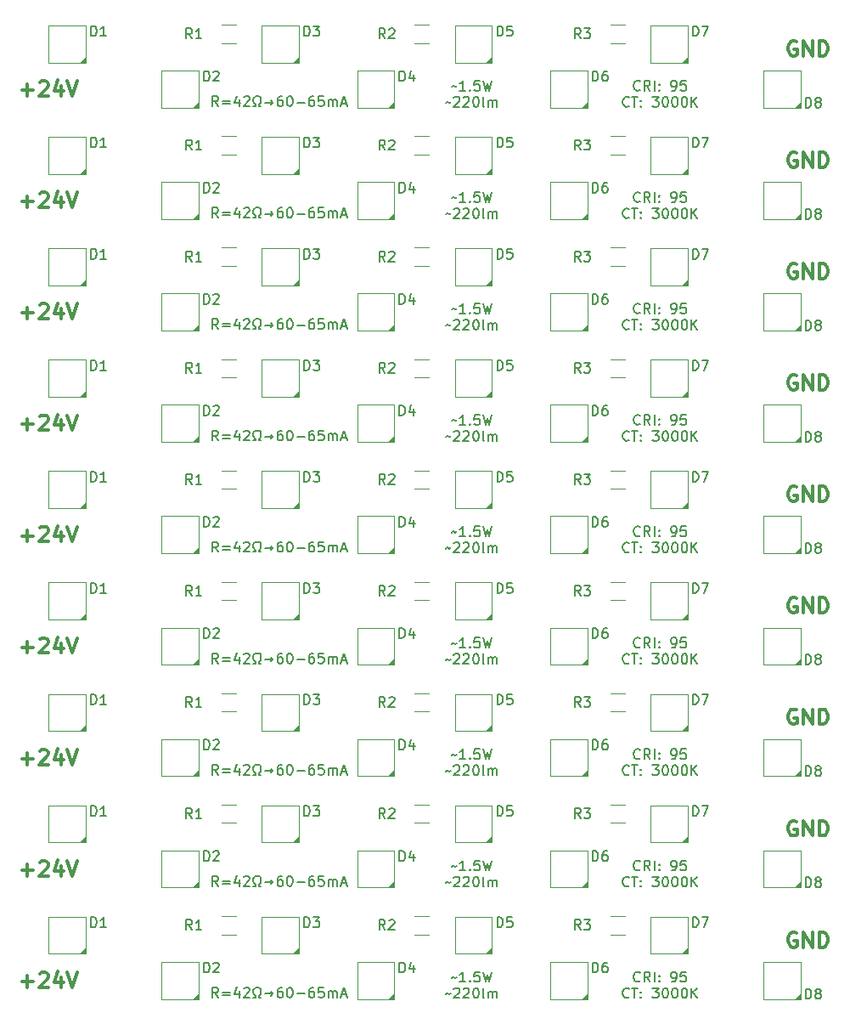
<source format=gto>
G04 #@! TF.GenerationSoftware,KiCad,Pcbnew,(6.0.0)*
G04 #@! TF.CreationDate,2022-02-10T10:23:11+01:00*
G04 #@! TF.ProjectId,IKEA_Tertial_mod_v3.1,494b4541-5f54-4657-9274-69616c5f6d6f,rev?*
G04 #@! TF.SameCoordinates,Original*
G04 #@! TF.FileFunction,Legend,Top*
G04 #@! TF.FilePolarity,Positive*
%FSLAX46Y46*%
G04 Gerber Fmt 4.6, Leading zero omitted, Abs format (unit mm)*
G04 Created by KiCad (PCBNEW (6.0.0)) date 2022-02-10 10:23:11*
%MOMM*%
%LPD*%
G01*
G04 APERTURE LIST*
%ADD10C,0.300000*%
%ADD11C,0.150000*%
%ADD12C,0.120000*%
G04 APERTURE END LIST*
D10*
X109857142Y-79307142D02*
X111000000Y-79307142D01*
X110428571Y-79878571D02*
X110428571Y-78735714D01*
X111642857Y-78521428D02*
X111714285Y-78450000D01*
X111857142Y-78378571D01*
X112214285Y-78378571D01*
X112357142Y-78450000D01*
X112428571Y-78521428D01*
X112500000Y-78664285D01*
X112500000Y-78807142D01*
X112428571Y-79021428D01*
X111571428Y-79878571D01*
X112500000Y-79878571D01*
X113785714Y-78878571D02*
X113785714Y-79878571D01*
X113428571Y-78307142D02*
X113071428Y-79378571D01*
X114000000Y-79378571D01*
X114357142Y-78378571D02*
X114857142Y-79878571D01*
X115357142Y-78378571D01*
D11*
X171500000Y-68152143D02*
X171452380Y-68199762D01*
X171309523Y-68247381D01*
X171214285Y-68247381D01*
X171071428Y-68199762D01*
X170976190Y-68104524D01*
X170928571Y-68009286D01*
X170880952Y-67818810D01*
X170880952Y-67675953D01*
X170928571Y-67485477D01*
X170976190Y-67390239D01*
X171071428Y-67295001D01*
X171214285Y-67247381D01*
X171309523Y-67247381D01*
X171452380Y-67295001D01*
X171500000Y-67342620D01*
X172500000Y-68247381D02*
X172166666Y-67771191D01*
X171928571Y-68247381D02*
X171928571Y-67247381D01*
X172309523Y-67247381D01*
X172404761Y-67295001D01*
X172452380Y-67342620D01*
X172500000Y-67437858D01*
X172500000Y-67580715D01*
X172452380Y-67675953D01*
X172404761Y-67723572D01*
X172309523Y-67771191D01*
X171928571Y-67771191D01*
X172928571Y-68247381D02*
X172928571Y-67247381D01*
X173404761Y-68152143D02*
X173452380Y-68199762D01*
X173404761Y-68247381D01*
X173357142Y-68199762D01*
X173404761Y-68152143D01*
X173404761Y-68247381D01*
X173404761Y-67628334D02*
X173452380Y-67675953D01*
X173404761Y-67723572D01*
X173357142Y-67675953D01*
X173404761Y-67628334D01*
X173404761Y-67723572D01*
X174690476Y-68247381D02*
X174880952Y-68247381D01*
X174976190Y-68199762D01*
X175023809Y-68152143D01*
X175119047Y-68009286D01*
X175166666Y-67818810D01*
X175166666Y-67437858D01*
X175119047Y-67342620D01*
X175071428Y-67295001D01*
X174976190Y-67247381D01*
X174785714Y-67247381D01*
X174690476Y-67295001D01*
X174642857Y-67342620D01*
X174595238Y-67437858D01*
X174595238Y-67675953D01*
X174642857Y-67771191D01*
X174690476Y-67818810D01*
X174785714Y-67866429D01*
X174976190Y-67866429D01*
X175071428Y-67818810D01*
X175119047Y-67771191D01*
X175166666Y-67675953D01*
X176071428Y-67247381D02*
X175595238Y-67247381D01*
X175547619Y-67723572D01*
X175595238Y-67675953D01*
X175690476Y-67628334D01*
X175928571Y-67628334D01*
X176023809Y-67675953D01*
X176071428Y-67723572D01*
X176119047Y-67818810D01*
X176119047Y-68056905D01*
X176071428Y-68152143D01*
X176023809Y-68199762D01*
X175928571Y-68247381D01*
X175690476Y-68247381D01*
X175595238Y-68199762D01*
X175547619Y-68152143D01*
X170404761Y-69762143D02*
X170357142Y-69809762D01*
X170214285Y-69857381D01*
X170119047Y-69857381D01*
X169976190Y-69809762D01*
X169880952Y-69714524D01*
X169833333Y-69619286D01*
X169785714Y-69428810D01*
X169785714Y-69285953D01*
X169833333Y-69095477D01*
X169880952Y-69000239D01*
X169976190Y-68905001D01*
X170119047Y-68857381D01*
X170214285Y-68857381D01*
X170357142Y-68905001D01*
X170404761Y-68952620D01*
X170690476Y-68857381D02*
X171261904Y-68857381D01*
X170976190Y-69857381D02*
X170976190Y-68857381D01*
X171595238Y-69762143D02*
X171642857Y-69809762D01*
X171595238Y-69857381D01*
X171547619Y-69809762D01*
X171595238Y-69762143D01*
X171595238Y-69857381D01*
X171595238Y-69238334D02*
X171642857Y-69285953D01*
X171595238Y-69333572D01*
X171547619Y-69285953D01*
X171595238Y-69238334D01*
X171595238Y-69333572D01*
X172738095Y-68857381D02*
X173357142Y-68857381D01*
X173023809Y-69238334D01*
X173166666Y-69238334D01*
X173261904Y-69285953D01*
X173309523Y-69333572D01*
X173357142Y-69428810D01*
X173357142Y-69666905D01*
X173309523Y-69762143D01*
X173261904Y-69809762D01*
X173166666Y-69857381D01*
X172880952Y-69857381D01*
X172785714Y-69809762D01*
X172738095Y-69762143D01*
X173976190Y-68857381D02*
X174071428Y-68857381D01*
X174166666Y-68905001D01*
X174214285Y-68952620D01*
X174261904Y-69047858D01*
X174309523Y-69238334D01*
X174309523Y-69476429D01*
X174261904Y-69666905D01*
X174214285Y-69762143D01*
X174166666Y-69809762D01*
X174071428Y-69857381D01*
X173976190Y-69857381D01*
X173880952Y-69809762D01*
X173833333Y-69762143D01*
X173785714Y-69666905D01*
X173738095Y-69476429D01*
X173738095Y-69238334D01*
X173785714Y-69047858D01*
X173833333Y-68952620D01*
X173880952Y-68905001D01*
X173976190Y-68857381D01*
X174928571Y-68857381D02*
X175023809Y-68857381D01*
X175119047Y-68905001D01*
X175166666Y-68952620D01*
X175214285Y-69047858D01*
X175261904Y-69238334D01*
X175261904Y-69476429D01*
X175214285Y-69666905D01*
X175166666Y-69762143D01*
X175119047Y-69809762D01*
X175023809Y-69857381D01*
X174928571Y-69857381D01*
X174833333Y-69809762D01*
X174785714Y-69762143D01*
X174738095Y-69666905D01*
X174690476Y-69476429D01*
X174690476Y-69238334D01*
X174738095Y-69047858D01*
X174785714Y-68952620D01*
X174833333Y-68905001D01*
X174928571Y-68857381D01*
X175880952Y-68857381D02*
X175976190Y-68857381D01*
X176071428Y-68905001D01*
X176119047Y-68952620D01*
X176166666Y-69047858D01*
X176214285Y-69238334D01*
X176214285Y-69476429D01*
X176166666Y-69666905D01*
X176119047Y-69762143D01*
X176071428Y-69809762D01*
X175976190Y-69857381D01*
X175880952Y-69857381D01*
X175785714Y-69809762D01*
X175738095Y-69762143D01*
X175690476Y-69666905D01*
X175642857Y-69476429D01*
X175642857Y-69238334D01*
X175690476Y-69047858D01*
X175738095Y-68952620D01*
X175785714Y-68905001D01*
X175880952Y-68857381D01*
X176642857Y-69857381D02*
X176642857Y-68857381D01*
X177214285Y-69857381D02*
X176785714Y-69285953D01*
X177214285Y-68857381D02*
X176642857Y-69428810D01*
X152726190Y-134466429D02*
X152773809Y-134418810D01*
X152869047Y-134371191D01*
X153059523Y-134466429D01*
X153154761Y-134418810D01*
X153202380Y-134371191D01*
X154107142Y-134847381D02*
X153535714Y-134847381D01*
X153821428Y-134847381D02*
X153821428Y-133847381D01*
X153726190Y-133990239D01*
X153630952Y-134085477D01*
X153535714Y-134133096D01*
X154535714Y-134752143D02*
X154583333Y-134799762D01*
X154535714Y-134847381D01*
X154488095Y-134799762D01*
X154535714Y-134752143D01*
X154535714Y-134847381D01*
X155488095Y-133847381D02*
X155011904Y-133847381D01*
X154964285Y-134323572D01*
X155011904Y-134275953D01*
X155107142Y-134228334D01*
X155345238Y-134228334D01*
X155440476Y-134275953D01*
X155488095Y-134323572D01*
X155535714Y-134418810D01*
X155535714Y-134656905D01*
X155488095Y-134752143D01*
X155440476Y-134799762D01*
X155345238Y-134847381D01*
X155107142Y-134847381D01*
X155011904Y-134799762D01*
X154964285Y-134752143D01*
X155869047Y-133847381D02*
X156107142Y-134847381D01*
X156297619Y-134133096D01*
X156488095Y-134847381D01*
X156726190Y-133847381D01*
X152130952Y-136076429D02*
X152178571Y-136028810D01*
X152273809Y-135981191D01*
X152464285Y-136076429D01*
X152559523Y-136028810D01*
X152607142Y-135981191D01*
X152940476Y-135552620D02*
X152988095Y-135505001D01*
X153083333Y-135457381D01*
X153321428Y-135457381D01*
X153416666Y-135505001D01*
X153464285Y-135552620D01*
X153511904Y-135647858D01*
X153511904Y-135743096D01*
X153464285Y-135885953D01*
X152892857Y-136457381D01*
X153511904Y-136457381D01*
X153892857Y-135552620D02*
X153940476Y-135505001D01*
X154035714Y-135457381D01*
X154273809Y-135457381D01*
X154369047Y-135505001D01*
X154416666Y-135552620D01*
X154464285Y-135647858D01*
X154464285Y-135743096D01*
X154416666Y-135885953D01*
X153845238Y-136457381D01*
X154464285Y-136457381D01*
X155083333Y-135457381D02*
X155178571Y-135457381D01*
X155273809Y-135505001D01*
X155321428Y-135552620D01*
X155369047Y-135647858D01*
X155416666Y-135838334D01*
X155416666Y-136076429D01*
X155369047Y-136266905D01*
X155321428Y-136362143D01*
X155273809Y-136409762D01*
X155178571Y-136457381D01*
X155083333Y-136457381D01*
X154988095Y-136409762D01*
X154940476Y-136362143D01*
X154892857Y-136266905D01*
X154845238Y-136076429D01*
X154845238Y-135838334D01*
X154892857Y-135647858D01*
X154940476Y-135552620D01*
X154988095Y-135505001D01*
X155083333Y-135457381D01*
X155988095Y-136457381D02*
X155892857Y-136409762D01*
X155845238Y-136314524D01*
X155845238Y-135457381D01*
X156369047Y-136457381D02*
X156369047Y-135790715D01*
X156369047Y-135885953D02*
X156416666Y-135838334D01*
X156511904Y-135790715D01*
X156654761Y-135790715D01*
X156750000Y-135838334D01*
X156797619Y-135933572D01*
X156797619Y-136457381D01*
X156797619Y-135933572D02*
X156845238Y-135838334D01*
X156940476Y-135790715D01*
X157083333Y-135790715D01*
X157178571Y-135838334D01*
X157226190Y-135933572D01*
X157226190Y-136457381D01*
D10*
X187107142Y-63350001D02*
X186964285Y-63278572D01*
X186750000Y-63278572D01*
X186535714Y-63350001D01*
X186392857Y-63492858D01*
X186321428Y-63635715D01*
X186250000Y-63921429D01*
X186250000Y-64135715D01*
X186321428Y-64421429D01*
X186392857Y-64564286D01*
X186535714Y-64707143D01*
X186750000Y-64778572D01*
X186892857Y-64778572D01*
X187107142Y-64707143D01*
X187178571Y-64635715D01*
X187178571Y-64135715D01*
X186892857Y-64135715D01*
X187821428Y-64778572D02*
X187821428Y-63278572D01*
X188678571Y-64778572D01*
X188678571Y-63278572D01*
X189392857Y-64778572D02*
X189392857Y-63278572D01*
X189750000Y-63278572D01*
X189964285Y-63350001D01*
X190107142Y-63492858D01*
X190178571Y-63635715D01*
X190250000Y-63921429D01*
X190250000Y-64135715D01*
X190178571Y-64421429D01*
X190107142Y-64564286D01*
X189964285Y-64707143D01*
X189750000Y-64778572D01*
X189392857Y-64778572D01*
D11*
X152726190Y-145566427D02*
X152773809Y-145518808D01*
X152869047Y-145471189D01*
X153059523Y-145566427D01*
X153154761Y-145518808D01*
X153202380Y-145471189D01*
X154107142Y-145947379D02*
X153535714Y-145947379D01*
X153821428Y-145947379D02*
X153821428Y-144947379D01*
X153726190Y-145090237D01*
X153630952Y-145185475D01*
X153535714Y-145233094D01*
X154535714Y-145852141D02*
X154583333Y-145899760D01*
X154535714Y-145947379D01*
X154488095Y-145899760D01*
X154535714Y-145852141D01*
X154535714Y-145947379D01*
X155488095Y-144947379D02*
X155011904Y-144947379D01*
X154964285Y-145423570D01*
X155011904Y-145375951D01*
X155107142Y-145328332D01*
X155345238Y-145328332D01*
X155440476Y-145375951D01*
X155488095Y-145423570D01*
X155535714Y-145518808D01*
X155535714Y-145756903D01*
X155488095Y-145852141D01*
X155440476Y-145899760D01*
X155345238Y-145947379D01*
X155107142Y-145947379D01*
X155011904Y-145899760D01*
X154964285Y-145852141D01*
X155869047Y-144947379D02*
X156107142Y-145947379D01*
X156297619Y-145233094D01*
X156488095Y-145947379D01*
X156726190Y-144947379D01*
X152130952Y-147176427D02*
X152178571Y-147128808D01*
X152273809Y-147081189D01*
X152464285Y-147176427D01*
X152559523Y-147128808D01*
X152607142Y-147081189D01*
X152940476Y-146652618D02*
X152988095Y-146604999D01*
X153083333Y-146557379D01*
X153321428Y-146557379D01*
X153416666Y-146604999D01*
X153464285Y-146652618D01*
X153511904Y-146747856D01*
X153511904Y-146843094D01*
X153464285Y-146985951D01*
X152892857Y-147557379D01*
X153511904Y-147557379D01*
X153892857Y-146652618D02*
X153940476Y-146604999D01*
X154035714Y-146557379D01*
X154273809Y-146557379D01*
X154369047Y-146604999D01*
X154416666Y-146652618D01*
X154464285Y-146747856D01*
X154464285Y-146843094D01*
X154416666Y-146985951D01*
X153845238Y-147557379D01*
X154464285Y-147557379D01*
X155083333Y-146557379D02*
X155178571Y-146557379D01*
X155273809Y-146604999D01*
X155321428Y-146652618D01*
X155369047Y-146747856D01*
X155416666Y-146938332D01*
X155416666Y-147176427D01*
X155369047Y-147366903D01*
X155321428Y-147462141D01*
X155273809Y-147509760D01*
X155178571Y-147557379D01*
X155083333Y-147557379D01*
X154988095Y-147509760D01*
X154940476Y-147462141D01*
X154892857Y-147366903D01*
X154845238Y-147176427D01*
X154845238Y-146938332D01*
X154892857Y-146747856D01*
X154940476Y-146652618D01*
X154988095Y-146604999D01*
X155083333Y-146557379D01*
X155988095Y-147557379D02*
X155892857Y-147509760D01*
X155845238Y-147414522D01*
X155845238Y-146557379D01*
X156369047Y-147557379D02*
X156369047Y-146890713D01*
X156369047Y-146985951D02*
X156416666Y-146938332D01*
X156511904Y-146890713D01*
X156654761Y-146890713D01*
X156750000Y-146938332D01*
X156797619Y-147033570D01*
X156797619Y-147557379D01*
X156797619Y-147033570D02*
X156845238Y-146938332D01*
X156940476Y-146890713D01*
X157083333Y-146890713D01*
X157178571Y-146938332D01*
X157226190Y-147033570D01*
X157226190Y-147557379D01*
X152726190Y-56766428D02*
X152773809Y-56718809D01*
X152869047Y-56671190D01*
X153059523Y-56766428D01*
X153154761Y-56718809D01*
X153202380Y-56671190D01*
X154107142Y-57147380D02*
X153535714Y-57147380D01*
X153821428Y-57147380D02*
X153821428Y-56147380D01*
X153726190Y-56290238D01*
X153630952Y-56385476D01*
X153535714Y-56433095D01*
X154535714Y-57052142D02*
X154583333Y-57099761D01*
X154535714Y-57147380D01*
X154488095Y-57099761D01*
X154535714Y-57052142D01*
X154535714Y-57147380D01*
X155488095Y-56147380D02*
X155011904Y-56147380D01*
X154964285Y-56623571D01*
X155011904Y-56575952D01*
X155107142Y-56528333D01*
X155345238Y-56528333D01*
X155440476Y-56575952D01*
X155488095Y-56623571D01*
X155535714Y-56718809D01*
X155535714Y-56956904D01*
X155488095Y-57052142D01*
X155440476Y-57099761D01*
X155345238Y-57147380D01*
X155107142Y-57147380D01*
X155011904Y-57099761D01*
X154964285Y-57052142D01*
X155869047Y-56147380D02*
X156107142Y-57147380D01*
X156297619Y-56433095D01*
X156488095Y-57147380D01*
X156726190Y-56147380D01*
X152130952Y-58376428D02*
X152178571Y-58328809D01*
X152273809Y-58281190D01*
X152464285Y-58376428D01*
X152559523Y-58328809D01*
X152607142Y-58281190D01*
X152940476Y-57852619D02*
X152988095Y-57805000D01*
X153083333Y-57757380D01*
X153321428Y-57757380D01*
X153416666Y-57805000D01*
X153464285Y-57852619D01*
X153511904Y-57947857D01*
X153511904Y-58043095D01*
X153464285Y-58185952D01*
X152892857Y-58757380D01*
X153511904Y-58757380D01*
X153892857Y-57852619D02*
X153940476Y-57805000D01*
X154035714Y-57757380D01*
X154273809Y-57757380D01*
X154369047Y-57805000D01*
X154416666Y-57852619D01*
X154464285Y-57947857D01*
X154464285Y-58043095D01*
X154416666Y-58185952D01*
X153845238Y-58757380D01*
X154464285Y-58757380D01*
X155083333Y-57757380D02*
X155178571Y-57757380D01*
X155273809Y-57805000D01*
X155321428Y-57852619D01*
X155369047Y-57947857D01*
X155416666Y-58138333D01*
X155416666Y-58376428D01*
X155369047Y-58566904D01*
X155321428Y-58662142D01*
X155273809Y-58709761D01*
X155178571Y-58757380D01*
X155083333Y-58757380D01*
X154988095Y-58709761D01*
X154940476Y-58662142D01*
X154892857Y-58566904D01*
X154845238Y-58376428D01*
X154845238Y-58138333D01*
X154892857Y-57947857D01*
X154940476Y-57852619D01*
X154988095Y-57805000D01*
X155083333Y-57757380D01*
X155988095Y-58757380D02*
X155892857Y-58709761D01*
X155845238Y-58614523D01*
X155845238Y-57757380D01*
X156369047Y-58757380D02*
X156369047Y-58090714D01*
X156369047Y-58185952D02*
X156416666Y-58138333D01*
X156511904Y-58090714D01*
X156654761Y-58090714D01*
X156750000Y-58138333D01*
X156797619Y-58233571D01*
X156797619Y-58757380D01*
X156797619Y-58233571D02*
X156845238Y-58138333D01*
X156940476Y-58090714D01*
X157083333Y-58090714D01*
X157178571Y-58138333D01*
X157226190Y-58233571D01*
X157226190Y-58757380D01*
X129428571Y-147502379D02*
X129095238Y-147026189D01*
X128857142Y-147502379D02*
X128857142Y-146502379D01*
X129238095Y-146502379D01*
X129333333Y-146549999D01*
X129380952Y-146597618D01*
X129428571Y-146692856D01*
X129428571Y-146835713D01*
X129380952Y-146930951D01*
X129333333Y-146978570D01*
X129238095Y-147026189D01*
X128857142Y-147026189D01*
X129857142Y-146978570D02*
X130619047Y-146978570D01*
X130619047Y-147264284D02*
X129857142Y-147264284D01*
X131523809Y-146835713D02*
X131523809Y-147502379D01*
X131285714Y-146454760D02*
X131047619Y-147169046D01*
X131666666Y-147169046D01*
X132000000Y-146597618D02*
X132047619Y-146549999D01*
X132142857Y-146502379D01*
X132380952Y-146502379D01*
X132476190Y-146549999D01*
X132523809Y-146597618D01*
X132571428Y-146692856D01*
X132571428Y-146788094D01*
X132523809Y-146930951D01*
X131952380Y-147502379D01*
X132571428Y-147502379D01*
X132952380Y-147502379D02*
X133190476Y-147502379D01*
X133190476Y-147311903D01*
X133095238Y-147264284D01*
X133000000Y-147169046D01*
X132952380Y-147026189D01*
X132952380Y-146788094D01*
X133000000Y-146645237D01*
X133095238Y-146549999D01*
X133238095Y-146502379D01*
X133428571Y-146502379D01*
X133571428Y-146549999D01*
X133666666Y-146645237D01*
X133714285Y-146788094D01*
X133714285Y-147026189D01*
X133666666Y-147169046D01*
X133571428Y-147264284D01*
X133476190Y-147311903D01*
X133476190Y-147502379D01*
X133714285Y-147502379D01*
X134142857Y-147121427D02*
X134904761Y-147121427D01*
X134714285Y-147311903D02*
X134904761Y-147121427D01*
X134714285Y-146930951D01*
X135809523Y-146502379D02*
X135619047Y-146502379D01*
X135523809Y-146549999D01*
X135476190Y-146597618D01*
X135380952Y-146740475D01*
X135333333Y-146930951D01*
X135333333Y-147311903D01*
X135380952Y-147407141D01*
X135428571Y-147454760D01*
X135523809Y-147502379D01*
X135714285Y-147502379D01*
X135809523Y-147454760D01*
X135857142Y-147407141D01*
X135904761Y-147311903D01*
X135904761Y-147073808D01*
X135857142Y-146978570D01*
X135809523Y-146930951D01*
X135714285Y-146883332D01*
X135523809Y-146883332D01*
X135428571Y-146930951D01*
X135380952Y-146978570D01*
X135333333Y-147073808D01*
X136523809Y-146502379D02*
X136619047Y-146502379D01*
X136714285Y-146549999D01*
X136761904Y-146597618D01*
X136809523Y-146692856D01*
X136857142Y-146883332D01*
X136857142Y-147121427D01*
X136809523Y-147311903D01*
X136761904Y-147407141D01*
X136714285Y-147454760D01*
X136619047Y-147502379D01*
X136523809Y-147502379D01*
X136428571Y-147454760D01*
X136380952Y-147407141D01*
X136333333Y-147311903D01*
X136285714Y-147121427D01*
X136285714Y-146883332D01*
X136333333Y-146692856D01*
X136380952Y-146597618D01*
X136428571Y-146549999D01*
X136523809Y-146502379D01*
X137285714Y-147121427D02*
X138047619Y-147121427D01*
X138952380Y-146502379D02*
X138761904Y-146502379D01*
X138666666Y-146549999D01*
X138619047Y-146597618D01*
X138523809Y-146740475D01*
X138476190Y-146930951D01*
X138476190Y-147311903D01*
X138523809Y-147407141D01*
X138571428Y-147454760D01*
X138666666Y-147502379D01*
X138857142Y-147502379D01*
X138952380Y-147454760D01*
X139000000Y-147407141D01*
X139047619Y-147311903D01*
X139047619Y-147073808D01*
X139000000Y-146978570D01*
X138952380Y-146930951D01*
X138857142Y-146883332D01*
X138666666Y-146883332D01*
X138571428Y-146930951D01*
X138523809Y-146978570D01*
X138476190Y-147073808D01*
X139952380Y-146502379D02*
X139476190Y-146502379D01*
X139428571Y-146978570D01*
X139476190Y-146930951D01*
X139571428Y-146883332D01*
X139809523Y-146883332D01*
X139904761Y-146930951D01*
X139952380Y-146978570D01*
X140000000Y-147073808D01*
X140000000Y-147311903D01*
X139952380Y-147407141D01*
X139904761Y-147454760D01*
X139809523Y-147502379D01*
X139571428Y-147502379D01*
X139476190Y-147454760D01*
X139428571Y-147407141D01*
X140428571Y-147502379D02*
X140428571Y-146835713D01*
X140428571Y-146930951D02*
X140476190Y-146883332D01*
X140571428Y-146835713D01*
X140714285Y-146835713D01*
X140809523Y-146883332D01*
X140857142Y-146978570D01*
X140857142Y-147502379D01*
X140857142Y-146978570D02*
X140904761Y-146883332D01*
X141000000Y-146835713D01*
X141142857Y-146835713D01*
X141238095Y-146883332D01*
X141285714Y-146978570D01*
X141285714Y-147502379D01*
X141714285Y-147216665D02*
X142190476Y-147216665D01*
X141619047Y-147502379D02*
X141952380Y-146502379D01*
X142285714Y-147502379D01*
X152726190Y-123366428D02*
X152773809Y-123318809D01*
X152869047Y-123271190D01*
X153059523Y-123366428D01*
X153154761Y-123318809D01*
X153202380Y-123271190D01*
X154107142Y-123747380D02*
X153535714Y-123747380D01*
X153821428Y-123747380D02*
X153821428Y-122747380D01*
X153726190Y-122890238D01*
X153630952Y-122985476D01*
X153535714Y-123033095D01*
X154535714Y-123652142D02*
X154583333Y-123699761D01*
X154535714Y-123747380D01*
X154488095Y-123699761D01*
X154535714Y-123652142D01*
X154535714Y-123747380D01*
X155488095Y-122747380D02*
X155011904Y-122747380D01*
X154964285Y-123223571D01*
X155011904Y-123175952D01*
X155107142Y-123128333D01*
X155345238Y-123128333D01*
X155440476Y-123175952D01*
X155488095Y-123223571D01*
X155535714Y-123318809D01*
X155535714Y-123556904D01*
X155488095Y-123652142D01*
X155440476Y-123699761D01*
X155345238Y-123747380D01*
X155107142Y-123747380D01*
X155011904Y-123699761D01*
X154964285Y-123652142D01*
X155869047Y-122747380D02*
X156107142Y-123747380D01*
X156297619Y-123033095D01*
X156488095Y-123747380D01*
X156726190Y-122747380D01*
X152130952Y-124976428D02*
X152178571Y-124928809D01*
X152273809Y-124881190D01*
X152464285Y-124976428D01*
X152559523Y-124928809D01*
X152607142Y-124881190D01*
X152940476Y-124452619D02*
X152988095Y-124405000D01*
X153083333Y-124357380D01*
X153321428Y-124357380D01*
X153416666Y-124405000D01*
X153464285Y-124452619D01*
X153511904Y-124547857D01*
X153511904Y-124643095D01*
X153464285Y-124785952D01*
X152892857Y-125357380D01*
X153511904Y-125357380D01*
X153892857Y-124452619D02*
X153940476Y-124405000D01*
X154035714Y-124357380D01*
X154273809Y-124357380D01*
X154369047Y-124405000D01*
X154416666Y-124452619D01*
X154464285Y-124547857D01*
X154464285Y-124643095D01*
X154416666Y-124785952D01*
X153845238Y-125357380D01*
X154464285Y-125357380D01*
X155083333Y-124357380D02*
X155178571Y-124357380D01*
X155273809Y-124405000D01*
X155321428Y-124452619D01*
X155369047Y-124547857D01*
X155416666Y-124738333D01*
X155416666Y-124976428D01*
X155369047Y-125166904D01*
X155321428Y-125262142D01*
X155273809Y-125309761D01*
X155178571Y-125357380D01*
X155083333Y-125357380D01*
X154988095Y-125309761D01*
X154940476Y-125262142D01*
X154892857Y-125166904D01*
X154845238Y-124976428D01*
X154845238Y-124738333D01*
X154892857Y-124547857D01*
X154940476Y-124452619D01*
X154988095Y-124405000D01*
X155083333Y-124357380D01*
X155988095Y-125357380D02*
X155892857Y-125309761D01*
X155845238Y-125214523D01*
X155845238Y-124357380D01*
X156369047Y-125357380D02*
X156369047Y-124690714D01*
X156369047Y-124785952D02*
X156416666Y-124738333D01*
X156511904Y-124690714D01*
X156654761Y-124690714D01*
X156750000Y-124738333D01*
X156797619Y-124833571D01*
X156797619Y-125357380D01*
X156797619Y-124833571D02*
X156845238Y-124738333D01*
X156940476Y-124690714D01*
X157083333Y-124690714D01*
X157178571Y-124738333D01*
X157226190Y-124833571D01*
X157226190Y-125357380D01*
X129428571Y-136402381D02*
X129095238Y-135926191D01*
X128857142Y-136402381D02*
X128857142Y-135402381D01*
X129238095Y-135402381D01*
X129333333Y-135450001D01*
X129380952Y-135497620D01*
X129428571Y-135592858D01*
X129428571Y-135735715D01*
X129380952Y-135830953D01*
X129333333Y-135878572D01*
X129238095Y-135926191D01*
X128857142Y-135926191D01*
X129857142Y-135878572D02*
X130619047Y-135878572D01*
X130619047Y-136164286D02*
X129857142Y-136164286D01*
X131523809Y-135735715D02*
X131523809Y-136402381D01*
X131285714Y-135354762D02*
X131047619Y-136069048D01*
X131666666Y-136069048D01*
X132000000Y-135497620D02*
X132047619Y-135450001D01*
X132142857Y-135402381D01*
X132380952Y-135402381D01*
X132476190Y-135450001D01*
X132523809Y-135497620D01*
X132571428Y-135592858D01*
X132571428Y-135688096D01*
X132523809Y-135830953D01*
X131952380Y-136402381D01*
X132571428Y-136402381D01*
X132952380Y-136402381D02*
X133190476Y-136402381D01*
X133190476Y-136211905D01*
X133095238Y-136164286D01*
X133000000Y-136069048D01*
X132952380Y-135926191D01*
X132952380Y-135688096D01*
X133000000Y-135545239D01*
X133095238Y-135450001D01*
X133238095Y-135402381D01*
X133428571Y-135402381D01*
X133571428Y-135450001D01*
X133666666Y-135545239D01*
X133714285Y-135688096D01*
X133714285Y-135926191D01*
X133666666Y-136069048D01*
X133571428Y-136164286D01*
X133476190Y-136211905D01*
X133476190Y-136402381D01*
X133714285Y-136402381D01*
X134142857Y-136021429D02*
X134904761Y-136021429D01*
X134714285Y-136211905D02*
X134904761Y-136021429D01*
X134714285Y-135830953D01*
X135809523Y-135402381D02*
X135619047Y-135402381D01*
X135523809Y-135450001D01*
X135476190Y-135497620D01*
X135380952Y-135640477D01*
X135333333Y-135830953D01*
X135333333Y-136211905D01*
X135380952Y-136307143D01*
X135428571Y-136354762D01*
X135523809Y-136402381D01*
X135714285Y-136402381D01*
X135809523Y-136354762D01*
X135857142Y-136307143D01*
X135904761Y-136211905D01*
X135904761Y-135973810D01*
X135857142Y-135878572D01*
X135809523Y-135830953D01*
X135714285Y-135783334D01*
X135523809Y-135783334D01*
X135428571Y-135830953D01*
X135380952Y-135878572D01*
X135333333Y-135973810D01*
X136523809Y-135402381D02*
X136619047Y-135402381D01*
X136714285Y-135450001D01*
X136761904Y-135497620D01*
X136809523Y-135592858D01*
X136857142Y-135783334D01*
X136857142Y-136021429D01*
X136809523Y-136211905D01*
X136761904Y-136307143D01*
X136714285Y-136354762D01*
X136619047Y-136402381D01*
X136523809Y-136402381D01*
X136428571Y-136354762D01*
X136380952Y-136307143D01*
X136333333Y-136211905D01*
X136285714Y-136021429D01*
X136285714Y-135783334D01*
X136333333Y-135592858D01*
X136380952Y-135497620D01*
X136428571Y-135450001D01*
X136523809Y-135402381D01*
X137285714Y-136021429D02*
X138047619Y-136021429D01*
X138952380Y-135402381D02*
X138761904Y-135402381D01*
X138666666Y-135450001D01*
X138619047Y-135497620D01*
X138523809Y-135640477D01*
X138476190Y-135830953D01*
X138476190Y-136211905D01*
X138523809Y-136307143D01*
X138571428Y-136354762D01*
X138666666Y-136402381D01*
X138857142Y-136402381D01*
X138952380Y-136354762D01*
X139000000Y-136307143D01*
X139047619Y-136211905D01*
X139047619Y-135973810D01*
X139000000Y-135878572D01*
X138952380Y-135830953D01*
X138857142Y-135783334D01*
X138666666Y-135783334D01*
X138571428Y-135830953D01*
X138523809Y-135878572D01*
X138476190Y-135973810D01*
X139952380Y-135402381D02*
X139476190Y-135402381D01*
X139428571Y-135878572D01*
X139476190Y-135830953D01*
X139571428Y-135783334D01*
X139809523Y-135783334D01*
X139904761Y-135830953D01*
X139952380Y-135878572D01*
X140000000Y-135973810D01*
X140000000Y-136211905D01*
X139952380Y-136307143D01*
X139904761Y-136354762D01*
X139809523Y-136402381D01*
X139571428Y-136402381D01*
X139476190Y-136354762D01*
X139428571Y-136307143D01*
X140428571Y-136402381D02*
X140428571Y-135735715D01*
X140428571Y-135830953D02*
X140476190Y-135783334D01*
X140571428Y-135735715D01*
X140714285Y-135735715D01*
X140809523Y-135783334D01*
X140857142Y-135878572D01*
X140857142Y-136402381D01*
X140857142Y-135878572D02*
X140904761Y-135783334D01*
X141000000Y-135735715D01*
X141142857Y-135735715D01*
X141238095Y-135783334D01*
X141285714Y-135878572D01*
X141285714Y-136402381D01*
X141714285Y-136116667D02*
X142190476Y-136116667D01*
X141619047Y-136402381D02*
X141952380Y-135402381D01*
X142285714Y-136402381D01*
D10*
X187107142Y-74450000D02*
X186964285Y-74378571D01*
X186750000Y-74378571D01*
X186535714Y-74450000D01*
X186392857Y-74592857D01*
X186321428Y-74735714D01*
X186250000Y-75021428D01*
X186250000Y-75235714D01*
X186321428Y-75521428D01*
X186392857Y-75664285D01*
X186535714Y-75807142D01*
X186750000Y-75878571D01*
X186892857Y-75878571D01*
X187107142Y-75807142D01*
X187178571Y-75735714D01*
X187178571Y-75235714D01*
X186892857Y-75235714D01*
X187821428Y-75878571D02*
X187821428Y-74378571D01*
X188678571Y-75878571D01*
X188678571Y-74378571D01*
X189392857Y-75878571D02*
X189392857Y-74378571D01*
X189750000Y-74378571D01*
X189964285Y-74450000D01*
X190107142Y-74592857D01*
X190178571Y-74735714D01*
X190250000Y-75021428D01*
X190250000Y-75235714D01*
X190178571Y-75521428D01*
X190107142Y-75664285D01*
X189964285Y-75807142D01*
X189750000Y-75878571D01*
X189392857Y-75878571D01*
X109857142Y-68207143D02*
X111000000Y-68207143D01*
X110428571Y-68778572D02*
X110428571Y-67635715D01*
X111642857Y-67421429D02*
X111714285Y-67350001D01*
X111857142Y-67278572D01*
X112214285Y-67278572D01*
X112357142Y-67350001D01*
X112428571Y-67421429D01*
X112500000Y-67564286D01*
X112500000Y-67707143D01*
X112428571Y-67921429D01*
X111571428Y-68778572D01*
X112500000Y-68778572D01*
X113785714Y-67778572D02*
X113785714Y-68778572D01*
X113428571Y-67207143D02*
X113071428Y-68278572D01*
X114000000Y-68278572D01*
X114357142Y-67278572D02*
X114857142Y-68778572D01*
X115357142Y-67278572D01*
D11*
X129428571Y-69802381D02*
X129095238Y-69326191D01*
X128857142Y-69802381D02*
X128857142Y-68802381D01*
X129238095Y-68802381D01*
X129333333Y-68850001D01*
X129380952Y-68897620D01*
X129428571Y-68992858D01*
X129428571Y-69135715D01*
X129380952Y-69230953D01*
X129333333Y-69278572D01*
X129238095Y-69326191D01*
X128857142Y-69326191D01*
X129857142Y-69278572D02*
X130619047Y-69278572D01*
X130619047Y-69564286D02*
X129857142Y-69564286D01*
X131523809Y-69135715D02*
X131523809Y-69802381D01*
X131285714Y-68754762D02*
X131047619Y-69469048D01*
X131666666Y-69469048D01*
X132000000Y-68897620D02*
X132047619Y-68850001D01*
X132142857Y-68802381D01*
X132380952Y-68802381D01*
X132476190Y-68850001D01*
X132523809Y-68897620D01*
X132571428Y-68992858D01*
X132571428Y-69088096D01*
X132523809Y-69230953D01*
X131952380Y-69802381D01*
X132571428Y-69802381D01*
X132952380Y-69802381D02*
X133190476Y-69802381D01*
X133190476Y-69611905D01*
X133095238Y-69564286D01*
X133000000Y-69469048D01*
X132952380Y-69326191D01*
X132952380Y-69088096D01*
X133000000Y-68945239D01*
X133095238Y-68850001D01*
X133238095Y-68802381D01*
X133428571Y-68802381D01*
X133571428Y-68850001D01*
X133666666Y-68945239D01*
X133714285Y-69088096D01*
X133714285Y-69326191D01*
X133666666Y-69469048D01*
X133571428Y-69564286D01*
X133476190Y-69611905D01*
X133476190Y-69802381D01*
X133714285Y-69802381D01*
X134142857Y-69421429D02*
X134904761Y-69421429D01*
X134714285Y-69611905D02*
X134904761Y-69421429D01*
X134714285Y-69230953D01*
X135809523Y-68802381D02*
X135619047Y-68802381D01*
X135523809Y-68850001D01*
X135476190Y-68897620D01*
X135380952Y-69040477D01*
X135333333Y-69230953D01*
X135333333Y-69611905D01*
X135380952Y-69707143D01*
X135428571Y-69754762D01*
X135523809Y-69802381D01*
X135714285Y-69802381D01*
X135809523Y-69754762D01*
X135857142Y-69707143D01*
X135904761Y-69611905D01*
X135904761Y-69373810D01*
X135857142Y-69278572D01*
X135809523Y-69230953D01*
X135714285Y-69183334D01*
X135523809Y-69183334D01*
X135428571Y-69230953D01*
X135380952Y-69278572D01*
X135333333Y-69373810D01*
X136523809Y-68802381D02*
X136619047Y-68802381D01*
X136714285Y-68850001D01*
X136761904Y-68897620D01*
X136809523Y-68992858D01*
X136857142Y-69183334D01*
X136857142Y-69421429D01*
X136809523Y-69611905D01*
X136761904Y-69707143D01*
X136714285Y-69754762D01*
X136619047Y-69802381D01*
X136523809Y-69802381D01*
X136428571Y-69754762D01*
X136380952Y-69707143D01*
X136333333Y-69611905D01*
X136285714Y-69421429D01*
X136285714Y-69183334D01*
X136333333Y-68992858D01*
X136380952Y-68897620D01*
X136428571Y-68850001D01*
X136523809Y-68802381D01*
X137285714Y-69421429D02*
X138047619Y-69421429D01*
X138952380Y-68802381D02*
X138761904Y-68802381D01*
X138666666Y-68850001D01*
X138619047Y-68897620D01*
X138523809Y-69040477D01*
X138476190Y-69230953D01*
X138476190Y-69611905D01*
X138523809Y-69707143D01*
X138571428Y-69754762D01*
X138666666Y-69802381D01*
X138857142Y-69802381D01*
X138952380Y-69754762D01*
X139000000Y-69707143D01*
X139047619Y-69611905D01*
X139047619Y-69373810D01*
X139000000Y-69278572D01*
X138952380Y-69230953D01*
X138857142Y-69183334D01*
X138666666Y-69183334D01*
X138571428Y-69230953D01*
X138523809Y-69278572D01*
X138476190Y-69373810D01*
X139952380Y-68802381D02*
X139476190Y-68802381D01*
X139428571Y-69278572D01*
X139476190Y-69230953D01*
X139571428Y-69183334D01*
X139809523Y-69183334D01*
X139904761Y-69230953D01*
X139952380Y-69278572D01*
X140000000Y-69373810D01*
X140000000Y-69611905D01*
X139952380Y-69707143D01*
X139904761Y-69754762D01*
X139809523Y-69802381D01*
X139571428Y-69802381D01*
X139476190Y-69754762D01*
X139428571Y-69707143D01*
X140428571Y-69802381D02*
X140428571Y-69135715D01*
X140428571Y-69230953D02*
X140476190Y-69183334D01*
X140571428Y-69135715D01*
X140714285Y-69135715D01*
X140809523Y-69183334D01*
X140857142Y-69278572D01*
X140857142Y-69802381D01*
X140857142Y-69278572D02*
X140904761Y-69183334D01*
X141000000Y-69135715D01*
X141142857Y-69135715D01*
X141238095Y-69183334D01*
X141285714Y-69278572D01*
X141285714Y-69802381D01*
X141714285Y-69516667D02*
X142190476Y-69516667D01*
X141619047Y-69802381D02*
X141952380Y-68802381D01*
X142285714Y-69802381D01*
D10*
X109857142Y-134807143D02*
X111000000Y-134807143D01*
X110428571Y-135378572D02*
X110428571Y-134235715D01*
X111642857Y-134021429D02*
X111714285Y-133950001D01*
X111857142Y-133878572D01*
X112214285Y-133878572D01*
X112357142Y-133950001D01*
X112428571Y-134021429D01*
X112500000Y-134164286D01*
X112500000Y-134307143D01*
X112428571Y-134521429D01*
X111571428Y-135378572D01*
X112500000Y-135378572D01*
X113785714Y-134378572D02*
X113785714Y-135378572D01*
X113428571Y-133807143D02*
X113071428Y-134878572D01*
X114000000Y-134878572D01*
X114357142Y-133878572D02*
X114857142Y-135378572D01*
X115357142Y-133878572D01*
D11*
X152726190Y-112266429D02*
X152773809Y-112218810D01*
X152869047Y-112171191D01*
X153059523Y-112266429D01*
X153154761Y-112218810D01*
X153202380Y-112171191D01*
X154107142Y-112647381D02*
X153535714Y-112647381D01*
X153821428Y-112647381D02*
X153821428Y-111647381D01*
X153726190Y-111790239D01*
X153630952Y-111885477D01*
X153535714Y-111933096D01*
X154535714Y-112552143D02*
X154583333Y-112599762D01*
X154535714Y-112647381D01*
X154488095Y-112599762D01*
X154535714Y-112552143D01*
X154535714Y-112647381D01*
X155488095Y-111647381D02*
X155011904Y-111647381D01*
X154964285Y-112123572D01*
X155011904Y-112075953D01*
X155107142Y-112028334D01*
X155345238Y-112028334D01*
X155440476Y-112075953D01*
X155488095Y-112123572D01*
X155535714Y-112218810D01*
X155535714Y-112456905D01*
X155488095Y-112552143D01*
X155440476Y-112599762D01*
X155345238Y-112647381D01*
X155107142Y-112647381D01*
X155011904Y-112599762D01*
X154964285Y-112552143D01*
X155869047Y-111647381D02*
X156107142Y-112647381D01*
X156297619Y-111933096D01*
X156488095Y-112647381D01*
X156726190Y-111647381D01*
X152130952Y-113876429D02*
X152178571Y-113828810D01*
X152273809Y-113781191D01*
X152464285Y-113876429D01*
X152559523Y-113828810D01*
X152607142Y-113781191D01*
X152940476Y-113352620D02*
X152988095Y-113305001D01*
X153083333Y-113257381D01*
X153321428Y-113257381D01*
X153416666Y-113305001D01*
X153464285Y-113352620D01*
X153511904Y-113447858D01*
X153511904Y-113543096D01*
X153464285Y-113685953D01*
X152892857Y-114257381D01*
X153511904Y-114257381D01*
X153892857Y-113352620D02*
X153940476Y-113305001D01*
X154035714Y-113257381D01*
X154273809Y-113257381D01*
X154369047Y-113305001D01*
X154416666Y-113352620D01*
X154464285Y-113447858D01*
X154464285Y-113543096D01*
X154416666Y-113685953D01*
X153845238Y-114257381D01*
X154464285Y-114257381D01*
X155083333Y-113257381D02*
X155178571Y-113257381D01*
X155273809Y-113305001D01*
X155321428Y-113352620D01*
X155369047Y-113447858D01*
X155416666Y-113638334D01*
X155416666Y-113876429D01*
X155369047Y-114066905D01*
X155321428Y-114162143D01*
X155273809Y-114209762D01*
X155178571Y-114257381D01*
X155083333Y-114257381D01*
X154988095Y-114209762D01*
X154940476Y-114162143D01*
X154892857Y-114066905D01*
X154845238Y-113876429D01*
X154845238Y-113638334D01*
X154892857Y-113447858D01*
X154940476Y-113352620D01*
X154988095Y-113305001D01*
X155083333Y-113257381D01*
X155988095Y-114257381D02*
X155892857Y-114209762D01*
X155845238Y-114114524D01*
X155845238Y-113257381D01*
X156369047Y-114257381D02*
X156369047Y-113590715D01*
X156369047Y-113685953D02*
X156416666Y-113638334D01*
X156511904Y-113590715D01*
X156654761Y-113590715D01*
X156750000Y-113638334D01*
X156797619Y-113733572D01*
X156797619Y-114257381D01*
X156797619Y-113733572D02*
X156845238Y-113638334D01*
X156940476Y-113590715D01*
X157083333Y-113590715D01*
X157178571Y-113638334D01*
X157226190Y-113733572D01*
X157226190Y-114257381D01*
X129428571Y-80902380D02*
X129095238Y-80426190D01*
X128857142Y-80902380D02*
X128857142Y-79902380D01*
X129238095Y-79902380D01*
X129333333Y-79950000D01*
X129380952Y-79997619D01*
X129428571Y-80092857D01*
X129428571Y-80235714D01*
X129380952Y-80330952D01*
X129333333Y-80378571D01*
X129238095Y-80426190D01*
X128857142Y-80426190D01*
X129857142Y-80378571D02*
X130619047Y-80378571D01*
X130619047Y-80664285D02*
X129857142Y-80664285D01*
X131523809Y-80235714D02*
X131523809Y-80902380D01*
X131285714Y-79854761D02*
X131047619Y-80569047D01*
X131666666Y-80569047D01*
X132000000Y-79997619D02*
X132047619Y-79950000D01*
X132142857Y-79902380D01*
X132380952Y-79902380D01*
X132476190Y-79950000D01*
X132523809Y-79997619D01*
X132571428Y-80092857D01*
X132571428Y-80188095D01*
X132523809Y-80330952D01*
X131952380Y-80902380D01*
X132571428Y-80902380D01*
X132952380Y-80902380D02*
X133190476Y-80902380D01*
X133190476Y-80711904D01*
X133095238Y-80664285D01*
X133000000Y-80569047D01*
X132952380Y-80426190D01*
X132952380Y-80188095D01*
X133000000Y-80045238D01*
X133095238Y-79950000D01*
X133238095Y-79902380D01*
X133428571Y-79902380D01*
X133571428Y-79950000D01*
X133666666Y-80045238D01*
X133714285Y-80188095D01*
X133714285Y-80426190D01*
X133666666Y-80569047D01*
X133571428Y-80664285D01*
X133476190Y-80711904D01*
X133476190Y-80902380D01*
X133714285Y-80902380D01*
X134142857Y-80521428D02*
X134904761Y-80521428D01*
X134714285Y-80711904D02*
X134904761Y-80521428D01*
X134714285Y-80330952D01*
X135809523Y-79902380D02*
X135619047Y-79902380D01*
X135523809Y-79950000D01*
X135476190Y-79997619D01*
X135380952Y-80140476D01*
X135333333Y-80330952D01*
X135333333Y-80711904D01*
X135380952Y-80807142D01*
X135428571Y-80854761D01*
X135523809Y-80902380D01*
X135714285Y-80902380D01*
X135809523Y-80854761D01*
X135857142Y-80807142D01*
X135904761Y-80711904D01*
X135904761Y-80473809D01*
X135857142Y-80378571D01*
X135809523Y-80330952D01*
X135714285Y-80283333D01*
X135523809Y-80283333D01*
X135428571Y-80330952D01*
X135380952Y-80378571D01*
X135333333Y-80473809D01*
X136523809Y-79902380D02*
X136619047Y-79902380D01*
X136714285Y-79950000D01*
X136761904Y-79997619D01*
X136809523Y-80092857D01*
X136857142Y-80283333D01*
X136857142Y-80521428D01*
X136809523Y-80711904D01*
X136761904Y-80807142D01*
X136714285Y-80854761D01*
X136619047Y-80902380D01*
X136523809Y-80902380D01*
X136428571Y-80854761D01*
X136380952Y-80807142D01*
X136333333Y-80711904D01*
X136285714Y-80521428D01*
X136285714Y-80283333D01*
X136333333Y-80092857D01*
X136380952Y-79997619D01*
X136428571Y-79950000D01*
X136523809Y-79902380D01*
X137285714Y-80521428D02*
X138047619Y-80521428D01*
X138952380Y-79902380D02*
X138761904Y-79902380D01*
X138666666Y-79950000D01*
X138619047Y-79997619D01*
X138523809Y-80140476D01*
X138476190Y-80330952D01*
X138476190Y-80711904D01*
X138523809Y-80807142D01*
X138571428Y-80854761D01*
X138666666Y-80902380D01*
X138857142Y-80902380D01*
X138952380Y-80854761D01*
X139000000Y-80807142D01*
X139047619Y-80711904D01*
X139047619Y-80473809D01*
X139000000Y-80378571D01*
X138952380Y-80330952D01*
X138857142Y-80283333D01*
X138666666Y-80283333D01*
X138571428Y-80330952D01*
X138523809Y-80378571D01*
X138476190Y-80473809D01*
X139952380Y-79902380D02*
X139476190Y-79902380D01*
X139428571Y-80378571D01*
X139476190Y-80330952D01*
X139571428Y-80283333D01*
X139809523Y-80283333D01*
X139904761Y-80330952D01*
X139952380Y-80378571D01*
X140000000Y-80473809D01*
X140000000Y-80711904D01*
X139952380Y-80807142D01*
X139904761Y-80854761D01*
X139809523Y-80902380D01*
X139571428Y-80902380D01*
X139476190Y-80854761D01*
X139428571Y-80807142D01*
X140428571Y-80902380D02*
X140428571Y-80235714D01*
X140428571Y-80330952D02*
X140476190Y-80283333D01*
X140571428Y-80235714D01*
X140714285Y-80235714D01*
X140809523Y-80283333D01*
X140857142Y-80378571D01*
X140857142Y-80902380D01*
X140857142Y-80378571D02*
X140904761Y-80283333D01*
X141000000Y-80235714D01*
X141142857Y-80235714D01*
X141238095Y-80283333D01*
X141285714Y-80378571D01*
X141285714Y-80902380D01*
X141714285Y-80616666D02*
X142190476Y-80616666D01*
X141619047Y-80902380D02*
X141952380Y-79902380D01*
X142285714Y-80902380D01*
D10*
X109857142Y-101507142D02*
X111000000Y-101507142D01*
X110428571Y-102078571D02*
X110428571Y-100935714D01*
X111642857Y-100721428D02*
X111714285Y-100650000D01*
X111857142Y-100578571D01*
X112214285Y-100578571D01*
X112357142Y-100650000D01*
X112428571Y-100721428D01*
X112500000Y-100864285D01*
X112500000Y-101007142D01*
X112428571Y-101221428D01*
X111571428Y-102078571D01*
X112500000Y-102078571D01*
X113785714Y-101078571D02*
X113785714Y-102078571D01*
X113428571Y-100507142D02*
X113071428Y-101578571D01*
X114000000Y-101578571D01*
X114357142Y-100578571D02*
X114857142Y-102078571D01*
X115357142Y-100578571D01*
X187107142Y-85550001D02*
X186964285Y-85478572D01*
X186750000Y-85478572D01*
X186535714Y-85550001D01*
X186392857Y-85692858D01*
X186321428Y-85835715D01*
X186250000Y-86121429D01*
X186250000Y-86335715D01*
X186321428Y-86621429D01*
X186392857Y-86764286D01*
X186535714Y-86907143D01*
X186750000Y-86978572D01*
X186892857Y-86978572D01*
X187107142Y-86907143D01*
X187178571Y-86835715D01*
X187178571Y-86335715D01*
X186892857Y-86335715D01*
X187821428Y-86978572D02*
X187821428Y-85478572D01*
X188678571Y-86978572D01*
X188678571Y-85478572D01*
X189392857Y-86978572D02*
X189392857Y-85478572D01*
X189750000Y-85478572D01*
X189964285Y-85550001D01*
X190107142Y-85692858D01*
X190178571Y-85835715D01*
X190250000Y-86121429D01*
X190250000Y-86335715D01*
X190178571Y-86621429D01*
X190107142Y-86764286D01*
X189964285Y-86907143D01*
X189750000Y-86978572D01*
X189392857Y-86978572D01*
D11*
X129428571Y-125302380D02*
X129095238Y-124826190D01*
X128857142Y-125302380D02*
X128857142Y-124302380D01*
X129238095Y-124302380D01*
X129333333Y-124350000D01*
X129380952Y-124397619D01*
X129428571Y-124492857D01*
X129428571Y-124635714D01*
X129380952Y-124730952D01*
X129333333Y-124778571D01*
X129238095Y-124826190D01*
X128857142Y-124826190D01*
X129857142Y-124778571D02*
X130619047Y-124778571D01*
X130619047Y-125064285D02*
X129857142Y-125064285D01*
X131523809Y-124635714D02*
X131523809Y-125302380D01*
X131285714Y-124254761D02*
X131047619Y-124969047D01*
X131666666Y-124969047D01*
X132000000Y-124397619D02*
X132047619Y-124350000D01*
X132142857Y-124302380D01*
X132380952Y-124302380D01*
X132476190Y-124350000D01*
X132523809Y-124397619D01*
X132571428Y-124492857D01*
X132571428Y-124588095D01*
X132523809Y-124730952D01*
X131952380Y-125302380D01*
X132571428Y-125302380D01*
X132952380Y-125302380D02*
X133190476Y-125302380D01*
X133190476Y-125111904D01*
X133095238Y-125064285D01*
X133000000Y-124969047D01*
X132952380Y-124826190D01*
X132952380Y-124588095D01*
X133000000Y-124445238D01*
X133095238Y-124350000D01*
X133238095Y-124302380D01*
X133428571Y-124302380D01*
X133571428Y-124350000D01*
X133666666Y-124445238D01*
X133714285Y-124588095D01*
X133714285Y-124826190D01*
X133666666Y-124969047D01*
X133571428Y-125064285D01*
X133476190Y-125111904D01*
X133476190Y-125302380D01*
X133714285Y-125302380D01*
X134142857Y-124921428D02*
X134904761Y-124921428D01*
X134714285Y-125111904D02*
X134904761Y-124921428D01*
X134714285Y-124730952D01*
X135809523Y-124302380D02*
X135619047Y-124302380D01*
X135523809Y-124350000D01*
X135476190Y-124397619D01*
X135380952Y-124540476D01*
X135333333Y-124730952D01*
X135333333Y-125111904D01*
X135380952Y-125207142D01*
X135428571Y-125254761D01*
X135523809Y-125302380D01*
X135714285Y-125302380D01*
X135809523Y-125254761D01*
X135857142Y-125207142D01*
X135904761Y-125111904D01*
X135904761Y-124873809D01*
X135857142Y-124778571D01*
X135809523Y-124730952D01*
X135714285Y-124683333D01*
X135523809Y-124683333D01*
X135428571Y-124730952D01*
X135380952Y-124778571D01*
X135333333Y-124873809D01*
X136523809Y-124302380D02*
X136619047Y-124302380D01*
X136714285Y-124350000D01*
X136761904Y-124397619D01*
X136809523Y-124492857D01*
X136857142Y-124683333D01*
X136857142Y-124921428D01*
X136809523Y-125111904D01*
X136761904Y-125207142D01*
X136714285Y-125254761D01*
X136619047Y-125302380D01*
X136523809Y-125302380D01*
X136428571Y-125254761D01*
X136380952Y-125207142D01*
X136333333Y-125111904D01*
X136285714Y-124921428D01*
X136285714Y-124683333D01*
X136333333Y-124492857D01*
X136380952Y-124397619D01*
X136428571Y-124350000D01*
X136523809Y-124302380D01*
X137285714Y-124921428D02*
X138047619Y-124921428D01*
X138952380Y-124302380D02*
X138761904Y-124302380D01*
X138666666Y-124350000D01*
X138619047Y-124397619D01*
X138523809Y-124540476D01*
X138476190Y-124730952D01*
X138476190Y-125111904D01*
X138523809Y-125207142D01*
X138571428Y-125254761D01*
X138666666Y-125302380D01*
X138857142Y-125302380D01*
X138952380Y-125254761D01*
X139000000Y-125207142D01*
X139047619Y-125111904D01*
X139047619Y-124873809D01*
X139000000Y-124778571D01*
X138952380Y-124730952D01*
X138857142Y-124683333D01*
X138666666Y-124683333D01*
X138571428Y-124730952D01*
X138523809Y-124778571D01*
X138476190Y-124873809D01*
X139952380Y-124302380D02*
X139476190Y-124302380D01*
X139428571Y-124778571D01*
X139476190Y-124730952D01*
X139571428Y-124683333D01*
X139809523Y-124683333D01*
X139904761Y-124730952D01*
X139952380Y-124778571D01*
X140000000Y-124873809D01*
X140000000Y-125111904D01*
X139952380Y-125207142D01*
X139904761Y-125254761D01*
X139809523Y-125302380D01*
X139571428Y-125302380D01*
X139476190Y-125254761D01*
X139428571Y-125207142D01*
X140428571Y-125302380D02*
X140428571Y-124635714D01*
X140428571Y-124730952D02*
X140476190Y-124683333D01*
X140571428Y-124635714D01*
X140714285Y-124635714D01*
X140809523Y-124683333D01*
X140857142Y-124778571D01*
X140857142Y-125302380D01*
X140857142Y-124778571D02*
X140904761Y-124683333D01*
X141000000Y-124635714D01*
X141142857Y-124635714D01*
X141238095Y-124683333D01*
X141285714Y-124778571D01*
X141285714Y-125302380D01*
X141714285Y-125016666D02*
X142190476Y-125016666D01*
X141619047Y-125302380D02*
X141952380Y-124302380D01*
X142285714Y-125302380D01*
D10*
X109857142Y-112607143D02*
X111000000Y-112607143D01*
X110428571Y-113178572D02*
X110428571Y-112035715D01*
X111642857Y-111821429D02*
X111714285Y-111750001D01*
X111857142Y-111678572D01*
X112214285Y-111678572D01*
X112357142Y-111750001D01*
X112428571Y-111821429D01*
X112500000Y-111964286D01*
X112500000Y-112107143D01*
X112428571Y-112321429D01*
X111571428Y-113178572D01*
X112500000Y-113178572D01*
X113785714Y-112178572D02*
X113785714Y-113178572D01*
X113428571Y-111607143D02*
X113071428Y-112678572D01*
X114000000Y-112678572D01*
X114357142Y-111678572D02*
X114857142Y-113178572D01*
X115357142Y-111678572D01*
X187107142Y-107750001D02*
X186964285Y-107678572D01*
X186750000Y-107678572D01*
X186535714Y-107750001D01*
X186392857Y-107892858D01*
X186321428Y-108035715D01*
X186250000Y-108321429D01*
X186250000Y-108535715D01*
X186321428Y-108821429D01*
X186392857Y-108964286D01*
X186535714Y-109107143D01*
X186750000Y-109178572D01*
X186892857Y-109178572D01*
X187107142Y-109107143D01*
X187178571Y-109035715D01*
X187178571Y-108535715D01*
X186892857Y-108535715D01*
X187821428Y-109178572D02*
X187821428Y-107678572D01*
X188678571Y-109178572D01*
X188678571Y-107678572D01*
X189392857Y-109178572D02*
X189392857Y-107678572D01*
X189750000Y-107678572D01*
X189964285Y-107750001D01*
X190107142Y-107892858D01*
X190178571Y-108035715D01*
X190250000Y-108321429D01*
X190250000Y-108535715D01*
X190178571Y-108821429D01*
X190107142Y-108964286D01*
X189964285Y-109107143D01*
X189750000Y-109178572D01*
X189392857Y-109178572D01*
D11*
X129428571Y-114202381D02*
X129095238Y-113726191D01*
X128857142Y-114202381D02*
X128857142Y-113202381D01*
X129238095Y-113202381D01*
X129333333Y-113250001D01*
X129380952Y-113297620D01*
X129428571Y-113392858D01*
X129428571Y-113535715D01*
X129380952Y-113630953D01*
X129333333Y-113678572D01*
X129238095Y-113726191D01*
X128857142Y-113726191D01*
X129857142Y-113678572D02*
X130619047Y-113678572D01*
X130619047Y-113964286D02*
X129857142Y-113964286D01*
X131523809Y-113535715D02*
X131523809Y-114202381D01*
X131285714Y-113154762D02*
X131047619Y-113869048D01*
X131666666Y-113869048D01*
X132000000Y-113297620D02*
X132047619Y-113250001D01*
X132142857Y-113202381D01*
X132380952Y-113202381D01*
X132476190Y-113250001D01*
X132523809Y-113297620D01*
X132571428Y-113392858D01*
X132571428Y-113488096D01*
X132523809Y-113630953D01*
X131952380Y-114202381D01*
X132571428Y-114202381D01*
X132952380Y-114202381D02*
X133190476Y-114202381D01*
X133190476Y-114011905D01*
X133095238Y-113964286D01*
X133000000Y-113869048D01*
X132952380Y-113726191D01*
X132952380Y-113488096D01*
X133000000Y-113345239D01*
X133095238Y-113250001D01*
X133238095Y-113202381D01*
X133428571Y-113202381D01*
X133571428Y-113250001D01*
X133666666Y-113345239D01*
X133714285Y-113488096D01*
X133714285Y-113726191D01*
X133666666Y-113869048D01*
X133571428Y-113964286D01*
X133476190Y-114011905D01*
X133476190Y-114202381D01*
X133714285Y-114202381D01*
X134142857Y-113821429D02*
X134904761Y-113821429D01*
X134714285Y-114011905D02*
X134904761Y-113821429D01*
X134714285Y-113630953D01*
X135809523Y-113202381D02*
X135619047Y-113202381D01*
X135523809Y-113250001D01*
X135476190Y-113297620D01*
X135380952Y-113440477D01*
X135333333Y-113630953D01*
X135333333Y-114011905D01*
X135380952Y-114107143D01*
X135428571Y-114154762D01*
X135523809Y-114202381D01*
X135714285Y-114202381D01*
X135809523Y-114154762D01*
X135857142Y-114107143D01*
X135904761Y-114011905D01*
X135904761Y-113773810D01*
X135857142Y-113678572D01*
X135809523Y-113630953D01*
X135714285Y-113583334D01*
X135523809Y-113583334D01*
X135428571Y-113630953D01*
X135380952Y-113678572D01*
X135333333Y-113773810D01*
X136523809Y-113202381D02*
X136619047Y-113202381D01*
X136714285Y-113250001D01*
X136761904Y-113297620D01*
X136809523Y-113392858D01*
X136857142Y-113583334D01*
X136857142Y-113821429D01*
X136809523Y-114011905D01*
X136761904Y-114107143D01*
X136714285Y-114154762D01*
X136619047Y-114202381D01*
X136523809Y-114202381D01*
X136428571Y-114154762D01*
X136380952Y-114107143D01*
X136333333Y-114011905D01*
X136285714Y-113821429D01*
X136285714Y-113583334D01*
X136333333Y-113392858D01*
X136380952Y-113297620D01*
X136428571Y-113250001D01*
X136523809Y-113202381D01*
X137285714Y-113821429D02*
X138047619Y-113821429D01*
X138952380Y-113202381D02*
X138761904Y-113202381D01*
X138666666Y-113250001D01*
X138619047Y-113297620D01*
X138523809Y-113440477D01*
X138476190Y-113630953D01*
X138476190Y-114011905D01*
X138523809Y-114107143D01*
X138571428Y-114154762D01*
X138666666Y-114202381D01*
X138857142Y-114202381D01*
X138952380Y-114154762D01*
X139000000Y-114107143D01*
X139047619Y-114011905D01*
X139047619Y-113773810D01*
X139000000Y-113678572D01*
X138952380Y-113630953D01*
X138857142Y-113583334D01*
X138666666Y-113583334D01*
X138571428Y-113630953D01*
X138523809Y-113678572D01*
X138476190Y-113773810D01*
X139952380Y-113202381D02*
X139476190Y-113202381D01*
X139428571Y-113678572D01*
X139476190Y-113630953D01*
X139571428Y-113583334D01*
X139809523Y-113583334D01*
X139904761Y-113630953D01*
X139952380Y-113678572D01*
X140000000Y-113773810D01*
X140000000Y-114011905D01*
X139952380Y-114107143D01*
X139904761Y-114154762D01*
X139809523Y-114202381D01*
X139571428Y-114202381D01*
X139476190Y-114154762D01*
X139428571Y-114107143D01*
X140428571Y-114202381D02*
X140428571Y-113535715D01*
X140428571Y-113630953D02*
X140476190Y-113583334D01*
X140571428Y-113535715D01*
X140714285Y-113535715D01*
X140809523Y-113583334D01*
X140857142Y-113678572D01*
X140857142Y-114202381D01*
X140857142Y-113678572D02*
X140904761Y-113583334D01*
X141000000Y-113535715D01*
X141142857Y-113535715D01*
X141238095Y-113583334D01*
X141285714Y-113678572D01*
X141285714Y-114202381D01*
X141714285Y-113916667D02*
X142190476Y-113916667D01*
X141619047Y-114202381D02*
X141952380Y-113202381D01*
X142285714Y-114202381D01*
X152726190Y-78966428D02*
X152773809Y-78918809D01*
X152869047Y-78871190D01*
X153059523Y-78966428D01*
X153154761Y-78918809D01*
X153202380Y-78871190D01*
X154107142Y-79347380D02*
X153535714Y-79347380D01*
X153821428Y-79347380D02*
X153821428Y-78347380D01*
X153726190Y-78490238D01*
X153630952Y-78585476D01*
X153535714Y-78633095D01*
X154535714Y-79252142D02*
X154583333Y-79299761D01*
X154535714Y-79347380D01*
X154488095Y-79299761D01*
X154535714Y-79252142D01*
X154535714Y-79347380D01*
X155488095Y-78347380D02*
X155011904Y-78347380D01*
X154964285Y-78823571D01*
X155011904Y-78775952D01*
X155107142Y-78728333D01*
X155345238Y-78728333D01*
X155440476Y-78775952D01*
X155488095Y-78823571D01*
X155535714Y-78918809D01*
X155535714Y-79156904D01*
X155488095Y-79252142D01*
X155440476Y-79299761D01*
X155345238Y-79347380D01*
X155107142Y-79347380D01*
X155011904Y-79299761D01*
X154964285Y-79252142D01*
X155869047Y-78347380D02*
X156107142Y-79347380D01*
X156297619Y-78633095D01*
X156488095Y-79347380D01*
X156726190Y-78347380D01*
X152130952Y-80576428D02*
X152178571Y-80528809D01*
X152273809Y-80481190D01*
X152464285Y-80576428D01*
X152559523Y-80528809D01*
X152607142Y-80481190D01*
X152940476Y-80052619D02*
X152988095Y-80005000D01*
X153083333Y-79957380D01*
X153321428Y-79957380D01*
X153416666Y-80005000D01*
X153464285Y-80052619D01*
X153511904Y-80147857D01*
X153511904Y-80243095D01*
X153464285Y-80385952D01*
X152892857Y-80957380D01*
X153511904Y-80957380D01*
X153892857Y-80052619D02*
X153940476Y-80005000D01*
X154035714Y-79957380D01*
X154273809Y-79957380D01*
X154369047Y-80005000D01*
X154416666Y-80052619D01*
X154464285Y-80147857D01*
X154464285Y-80243095D01*
X154416666Y-80385952D01*
X153845238Y-80957380D01*
X154464285Y-80957380D01*
X155083333Y-79957380D02*
X155178571Y-79957380D01*
X155273809Y-80005000D01*
X155321428Y-80052619D01*
X155369047Y-80147857D01*
X155416666Y-80338333D01*
X155416666Y-80576428D01*
X155369047Y-80766904D01*
X155321428Y-80862142D01*
X155273809Y-80909761D01*
X155178571Y-80957380D01*
X155083333Y-80957380D01*
X154988095Y-80909761D01*
X154940476Y-80862142D01*
X154892857Y-80766904D01*
X154845238Y-80576428D01*
X154845238Y-80338333D01*
X154892857Y-80147857D01*
X154940476Y-80052619D01*
X154988095Y-80005000D01*
X155083333Y-79957380D01*
X155988095Y-80957380D02*
X155892857Y-80909761D01*
X155845238Y-80814523D01*
X155845238Y-79957380D01*
X156369047Y-80957380D02*
X156369047Y-80290714D01*
X156369047Y-80385952D02*
X156416666Y-80338333D01*
X156511904Y-80290714D01*
X156654761Y-80290714D01*
X156750000Y-80338333D01*
X156797619Y-80433571D01*
X156797619Y-80957380D01*
X156797619Y-80433571D02*
X156845238Y-80338333D01*
X156940476Y-80290714D01*
X157083333Y-80290714D01*
X157178571Y-80338333D01*
X157226190Y-80433571D01*
X157226190Y-80957380D01*
X152726190Y-101166428D02*
X152773809Y-101118809D01*
X152869047Y-101071190D01*
X153059523Y-101166428D01*
X153154761Y-101118809D01*
X153202380Y-101071190D01*
X154107142Y-101547380D02*
X153535714Y-101547380D01*
X153821428Y-101547380D02*
X153821428Y-100547380D01*
X153726190Y-100690238D01*
X153630952Y-100785476D01*
X153535714Y-100833095D01*
X154535714Y-101452142D02*
X154583333Y-101499761D01*
X154535714Y-101547380D01*
X154488095Y-101499761D01*
X154535714Y-101452142D01*
X154535714Y-101547380D01*
X155488095Y-100547380D02*
X155011904Y-100547380D01*
X154964285Y-101023571D01*
X155011904Y-100975952D01*
X155107142Y-100928333D01*
X155345238Y-100928333D01*
X155440476Y-100975952D01*
X155488095Y-101023571D01*
X155535714Y-101118809D01*
X155535714Y-101356904D01*
X155488095Y-101452142D01*
X155440476Y-101499761D01*
X155345238Y-101547380D01*
X155107142Y-101547380D01*
X155011904Y-101499761D01*
X154964285Y-101452142D01*
X155869047Y-100547380D02*
X156107142Y-101547380D01*
X156297619Y-100833095D01*
X156488095Y-101547380D01*
X156726190Y-100547380D01*
X152130952Y-102776428D02*
X152178571Y-102728809D01*
X152273809Y-102681190D01*
X152464285Y-102776428D01*
X152559523Y-102728809D01*
X152607142Y-102681190D01*
X152940476Y-102252619D02*
X152988095Y-102205000D01*
X153083333Y-102157380D01*
X153321428Y-102157380D01*
X153416666Y-102205000D01*
X153464285Y-102252619D01*
X153511904Y-102347857D01*
X153511904Y-102443095D01*
X153464285Y-102585952D01*
X152892857Y-103157380D01*
X153511904Y-103157380D01*
X153892857Y-102252619D02*
X153940476Y-102205000D01*
X154035714Y-102157380D01*
X154273809Y-102157380D01*
X154369047Y-102205000D01*
X154416666Y-102252619D01*
X154464285Y-102347857D01*
X154464285Y-102443095D01*
X154416666Y-102585952D01*
X153845238Y-103157380D01*
X154464285Y-103157380D01*
X155083333Y-102157380D02*
X155178571Y-102157380D01*
X155273809Y-102205000D01*
X155321428Y-102252619D01*
X155369047Y-102347857D01*
X155416666Y-102538333D01*
X155416666Y-102776428D01*
X155369047Y-102966904D01*
X155321428Y-103062142D01*
X155273809Y-103109761D01*
X155178571Y-103157380D01*
X155083333Y-103157380D01*
X154988095Y-103109761D01*
X154940476Y-103062142D01*
X154892857Y-102966904D01*
X154845238Y-102776428D01*
X154845238Y-102538333D01*
X154892857Y-102347857D01*
X154940476Y-102252619D01*
X154988095Y-102205000D01*
X155083333Y-102157380D01*
X155988095Y-103157380D02*
X155892857Y-103109761D01*
X155845238Y-103014523D01*
X155845238Y-102157380D01*
X156369047Y-103157380D02*
X156369047Y-102490714D01*
X156369047Y-102585952D02*
X156416666Y-102538333D01*
X156511904Y-102490714D01*
X156654761Y-102490714D01*
X156750000Y-102538333D01*
X156797619Y-102633571D01*
X156797619Y-103157380D01*
X156797619Y-102633571D02*
X156845238Y-102538333D01*
X156940476Y-102490714D01*
X157083333Y-102490714D01*
X157178571Y-102538333D01*
X157226190Y-102633571D01*
X157226190Y-103157380D01*
D10*
X187107142Y-129950001D02*
X186964285Y-129878572D01*
X186750000Y-129878572D01*
X186535714Y-129950001D01*
X186392857Y-130092858D01*
X186321428Y-130235715D01*
X186250000Y-130521429D01*
X186250000Y-130735715D01*
X186321428Y-131021429D01*
X186392857Y-131164286D01*
X186535714Y-131307143D01*
X186750000Y-131378572D01*
X186892857Y-131378572D01*
X187107142Y-131307143D01*
X187178571Y-131235715D01*
X187178571Y-130735715D01*
X186892857Y-130735715D01*
X187821428Y-131378572D02*
X187821428Y-129878572D01*
X188678571Y-131378572D01*
X188678571Y-129878572D01*
X189392857Y-131378572D02*
X189392857Y-129878572D01*
X189750000Y-129878572D01*
X189964285Y-129950001D01*
X190107142Y-130092858D01*
X190178571Y-130235715D01*
X190250000Y-130521429D01*
X190250000Y-130735715D01*
X190178571Y-131021429D01*
X190107142Y-131164286D01*
X189964285Y-131307143D01*
X189750000Y-131378572D01*
X189392857Y-131378572D01*
D11*
X171500000Y-145852141D02*
X171452380Y-145899760D01*
X171309523Y-145947379D01*
X171214285Y-145947379D01*
X171071428Y-145899760D01*
X170976190Y-145804522D01*
X170928571Y-145709284D01*
X170880952Y-145518808D01*
X170880952Y-145375951D01*
X170928571Y-145185475D01*
X170976190Y-145090237D01*
X171071428Y-144994999D01*
X171214285Y-144947379D01*
X171309523Y-144947379D01*
X171452380Y-144994999D01*
X171500000Y-145042618D01*
X172500000Y-145947379D02*
X172166666Y-145471189D01*
X171928571Y-145947379D02*
X171928571Y-144947379D01*
X172309523Y-144947379D01*
X172404761Y-144994999D01*
X172452380Y-145042618D01*
X172500000Y-145137856D01*
X172500000Y-145280713D01*
X172452380Y-145375951D01*
X172404761Y-145423570D01*
X172309523Y-145471189D01*
X171928571Y-145471189D01*
X172928571Y-145947379D02*
X172928571Y-144947379D01*
X173404761Y-145852141D02*
X173452380Y-145899760D01*
X173404761Y-145947379D01*
X173357142Y-145899760D01*
X173404761Y-145852141D01*
X173404761Y-145947379D01*
X173404761Y-145328332D02*
X173452380Y-145375951D01*
X173404761Y-145423570D01*
X173357142Y-145375951D01*
X173404761Y-145328332D01*
X173404761Y-145423570D01*
X174690476Y-145947379D02*
X174880952Y-145947379D01*
X174976190Y-145899760D01*
X175023809Y-145852141D01*
X175119047Y-145709284D01*
X175166666Y-145518808D01*
X175166666Y-145137856D01*
X175119047Y-145042618D01*
X175071428Y-144994999D01*
X174976190Y-144947379D01*
X174785714Y-144947379D01*
X174690476Y-144994999D01*
X174642857Y-145042618D01*
X174595238Y-145137856D01*
X174595238Y-145375951D01*
X174642857Y-145471189D01*
X174690476Y-145518808D01*
X174785714Y-145566427D01*
X174976190Y-145566427D01*
X175071428Y-145518808D01*
X175119047Y-145471189D01*
X175166666Y-145375951D01*
X176071428Y-144947379D02*
X175595238Y-144947379D01*
X175547619Y-145423570D01*
X175595238Y-145375951D01*
X175690476Y-145328332D01*
X175928571Y-145328332D01*
X176023809Y-145375951D01*
X176071428Y-145423570D01*
X176119047Y-145518808D01*
X176119047Y-145756903D01*
X176071428Y-145852141D01*
X176023809Y-145899760D01*
X175928571Y-145947379D01*
X175690476Y-145947379D01*
X175595238Y-145899760D01*
X175547619Y-145852141D01*
X170404761Y-147462141D02*
X170357142Y-147509760D01*
X170214285Y-147557379D01*
X170119047Y-147557379D01*
X169976190Y-147509760D01*
X169880952Y-147414522D01*
X169833333Y-147319284D01*
X169785714Y-147128808D01*
X169785714Y-146985951D01*
X169833333Y-146795475D01*
X169880952Y-146700237D01*
X169976190Y-146604999D01*
X170119047Y-146557379D01*
X170214285Y-146557379D01*
X170357142Y-146604999D01*
X170404761Y-146652618D01*
X170690476Y-146557379D02*
X171261904Y-146557379D01*
X170976190Y-147557379D02*
X170976190Y-146557379D01*
X171595238Y-147462141D02*
X171642857Y-147509760D01*
X171595238Y-147557379D01*
X171547619Y-147509760D01*
X171595238Y-147462141D01*
X171595238Y-147557379D01*
X171595238Y-146938332D02*
X171642857Y-146985951D01*
X171595238Y-147033570D01*
X171547619Y-146985951D01*
X171595238Y-146938332D01*
X171595238Y-147033570D01*
X172738095Y-146557379D02*
X173357142Y-146557379D01*
X173023809Y-146938332D01*
X173166666Y-146938332D01*
X173261904Y-146985951D01*
X173309523Y-147033570D01*
X173357142Y-147128808D01*
X173357142Y-147366903D01*
X173309523Y-147462141D01*
X173261904Y-147509760D01*
X173166666Y-147557379D01*
X172880952Y-147557379D01*
X172785714Y-147509760D01*
X172738095Y-147462141D01*
X173976190Y-146557379D02*
X174071428Y-146557379D01*
X174166666Y-146604999D01*
X174214285Y-146652618D01*
X174261904Y-146747856D01*
X174309523Y-146938332D01*
X174309523Y-147176427D01*
X174261904Y-147366903D01*
X174214285Y-147462141D01*
X174166666Y-147509760D01*
X174071428Y-147557379D01*
X173976190Y-147557379D01*
X173880952Y-147509760D01*
X173833333Y-147462141D01*
X173785714Y-147366903D01*
X173738095Y-147176427D01*
X173738095Y-146938332D01*
X173785714Y-146747856D01*
X173833333Y-146652618D01*
X173880952Y-146604999D01*
X173976190Y-146557379D01*
X174928571Y-146557379D02*
X175023809Y-146557379D01*
X175119047Y-146604999D01*
X175166666Y-146652618D01*
X175214285Y-146747856D01*
X175261904Y-146938332D01*
X175261904Y-147176427D01*
X175214285Y-147366903D01*
X175166666Y-147462141D01*
X175119047Y-147509760D01*
X175023809Y-147557379D01*
X174928571Y-147557379D01*
X174833333Y-147509760D01*
X174785714Y-147462141D01*
X174738095Y-147366903D01*
X174690476Y-147176427D01*
X174690476Y-146938332D01*
X174738095Y-146747856D01*
X174785714Y-146652618D01*
X174833333Y-146604999D01*
X174928571Y-146557379D01*
X175880952Y-146557379D02*
X175976190Y-146557379D01*
X176071428Y-146604999D01*
X176119047Y-146652618D01*
X176166666Y-146747856D01*
X176214285Y-146938332D01*
X176214285Y-147176427D01*
X176166666Y-147366903D01*
X176119047Y-147462141D01*
X176071428Y-147509760D01*
X175976190Y-147557379D01*
X175880952Y-147557379D01*
X175785714Y-147509760D01*
X175738095Y-147462141D01*
X175690476Y-147366903D01*
X175642857Y-147176427D01*
X175642857Y-146938332D01*
X175690476Y-146747856D01*
X175738095Y-146652618D01*
X175785714Y-146604999D01*
X175880952Y-146557379D01*
X176642857Y-147557379D02*
X176642857Y-146557379D01*
X177214285Y-147557379D02*
X176785714Y-146985951D01*
X177214285Y-146557379D02*
X176642857Y-147128808D01*
D10*
X109857142Y-57107142D02*
X111000000Y-57107142D01*
X110428571Y-57678571D02*
X110428571Y-56535714D01*
X111642857Y-56321428D02*
X111714285Y-56250000D01*
X111857142Y-56178571D01*
X112214285Y-56178571D01*
X112357142Y-56250000D01*
X112428571Y-56321428D01*
X112500000Y-56464285D01*
X112500000Y-56607142D01*
X112428571Y-56821428D01*
X111571428Y-57678571D01*
X112500000Y-57678571D01*
X113785714Y-56678571D02*
X113785714Y-57678571D01*
X113428571Y-56107142D02*
X113071428Y-57178571D01*
X114000000Y-57178571D01*
X114357142Y-56178571D02*
X114857142Y-57678571D01*
X115357142Y-56178571D01*
D11*
X129428571Y-92002381D02*
X129095238Y-91526191D01*
X128857142Y-92002381D02*
X128857142Y-91002381D01*
X129238095Y-91002381D01*
X129333333Y-91050001D01*
X129380952Y-91097620D01*
X129428571Y-91192858D01*
X129428571Y-91335715D01*
X129380952Y-91430953D01*
X129333333Y-91478572D01*
X129238095Y-91526191D01*
X128857142Y-91526191D01*
X129857142Y-91478572D02*
X130619047Y-91478572D01*
X130619047Y-91764286D02*
X129857142Y-91764286D01*
X131523809Y-91335715D02*
X131523809Y-92002381D01*
X131285714Y-90954762D02*
X131047619Y-91669048D01*
X131666666Y-91669048D01*
X132000000Y-91097620D02*
X132047619Y-91050001D01*
X132142857Y-91002381D01*
X132380952Y-91002381D01*
X132476190Y-91050001D01*
X132523809Y-91097620D01*
X132571428Y-91192858D01*
X132571428Y-91288096D01*
X132523809Y-91430953D01*
X131952380Y-92002381D01*
X132571428Y-92002381D01*
X132952380Y-92002381D02*
X133190476Y-92002381D01*
X133190476Y-91811905D01*
X133095238Y-91764286D01*
X133000000Y-91669048D01*
X132952380Y-91526191D01*
X132952380Y-91288096D01*
X133000000Y-91145239D01*
X133095238Y-91050001D01*
X133238095Y-91002381D01*
X133428571Y-91002381D01*
X133571428Y-91050001D01*
X133666666Y-91145239D01*
X133714285Y-91288096D01*
X133714285Y-91526191D01*
X133666666Y-91669048D01*
X133571428Y-91764286D01*
X133476190Y-91811905D01*
X133476190Y-92002381D01*
X133714285Y-92002381D01*
X134142857Y-91621429D02*
X134904761Y-91621429D01*
X134714285Y-91811905D02*
X134904761Y-91621429D01*
X134714285Y-91430953D01*
X135809523Y-91002381D02*
X135619047Y-91002381D01*
X135523809Y-91050001D01*
X135476190Y-91097620D01*
X135380952Y-91240477D01*
X135333333Y-91430953D01*
X135333333Y-91811905D01*
X135380952Y-91907143D01*
X135428571Y-91954762D01*
X135523809Y-92002381D01*
X135714285Y-92002381D01*
X135809523Y-91954762D01*
X135857142Y-91907143D01*
X135904761Y-91811905D01*
X135904761Y-91573810D01*
X135857142Y-91478572D01*
X135809523Y-91430953D01*
X135714285Y-91383334D01*
X135523809Y-91383334D01*
X135428571Y-91430953D01*
X135380952Y-91478572D01*
X135333333Y-91573810D01*
X136523809Y-91002381D02*
X136619047Y-91002381D01*
X136714285Y-91050001D01*
X136761904Y-91097620D01*
X136809523Y-91192858D01*
X136857142Y-91383334D01*
X136857142Y-91621429D01*
X136809523Y-91811905D01*
X136761904Y-91907143D01*
X136714285Y-91954762D01*
X136619047Y-92002381D01*
X136523809Y-92002381D01*
X136428571Y-91954762D01*
X136380952Y-91907143D01*
X136333333Y-91811905D01*
X136285714Y-91621429D01*
X136285714Y-91383334D01*
X136333333Y-91192858D01*
X136380952Y-91097620D01*
X136428571Y-91050001D01*
X136523809Y-91002381D01*
X137285714Y-91621429D02*
X138047619Y-91621429D01*
X138952380Y-91002381D02*
X138761904Y-91002381D01*
X138666666Y-91050001D01*
X138619047Y-91097620D01*
X138523809Y-91240477D01*
X138476190Y-91430953D01*
X138476190Y-91811905D01*
X138523809Y-91907143D01*
X138571428Y-91954762D01*
X138666666Y-92002381D01*
X138857142Y-92002381D01*
X138952380Y-91954762D01*
X139000000Y-91907143D01*
X139047619Y-91811905D01*
X139047619Y-91573810D01*
X139000000Y-91478572D01*
X138952380Y-91430953D01*
X138857142Y-91383334D01*
X138666666Y-91383334D01*
X138571428Y-91430953D01*
X138523809Y-91478572D01*
X138476190Y-91573810D01*
X139952380Y-91002381D02*
X139476190Y-91002381D01*
X139428571Y-91478572D01*
X139476190Y-91430953D01*
X139571428Y-91383334D01*
X139809523Y-91383334D01*
X139904761Y-91430953D01*
X139952380Y-91478572D01*
X140000000Y-91573810D01*
X140000000Y-91811905D01*
X139952380Y-91907143D01*
X139904761Y-91954762D01*
X139809523Y-92002381D01*
X139571428Y-92002381D01*
X139476190Y-91954762D01*
X139428571Y-91907143D01*
X140428571Y-92002381D02*
X140428571Y-91335715D01*
X140428571Y-91430953D02*
X140476190Y-91383334D01*
X140571428Y-91335715D01*
X140714285Y-91335715D01*
X140809523Y-91383334D01*
X140857142Y-91478572D01*
X140857142Y-92002381D01*
X140857142Y-91478572D02*
X140904761Y-91383334D01*
X141000000Y-91335715D01*
X141142857Y-91335715D01*
X141238095Y-91383334D01*
X141285714Y-91478572D01*
X141285714Y-92002381D01*
X141714285Y-91716667D02*
X142190476Y-91716667D01*
X141619047Y-92002381D02*
X141952380Y-91002381D01*
X142285714Y-92002381D01*
X171500000Y-90352143D02*
X171452380Y-90399762D01*
X171309523Y-90447381D01*
X171214285Y-90447381D01*
X171071428Y-90399762D01*
X170976190Y-90304524D01*
X170928571Y-90209286D01*
X170880952Y-90018810D01*
X170880952Y-89875953D01*
X170928571Y-89685477D01*
X170976190Y-89590239D01*
X171071428Y-89495001D01*
X171214285Y-89447381D01*
X171309523Y-89447381D01*
X171452380Y-89495001D01*
X171500000Y-89542620D01*
X172500000Y-90447381D02*
X172166666Y-89971191D01*
X171928571Y-90447381D02*
X171928571Y-89447381D01*
X172309523Y-89447381D01*
X172404761Y-89495001D01*
X172452380Y-89542620D01*
X172500000Y-89637858D01*
X172500000Y-89780715D01*
X172452380Y-89875953D01*
X172404761Y-89923572D01*
X172309523Y-89971191D01*
X171928571Y-89971191D01*
X172928571Y-90447381D02*
X172928571Y-89447381D01*
X173404761Y-90352143D02*
X173452380Y-90399762D01*
X173404761Y-90447381D01*
X173357142Y-90399762D01*
X173404761Y-90352143D01*
X173404761Y-90447381D01*
X173404761Y-89828334D02*
X173452380Y-89875953D01*
X173404761Y-89923572D01*
X173357142Y-89875953D01*
X173404761Y-89828334D01*
X173404761Y-89923572D01*
X174690476Y-90447381D02*
X174880952Y-90447381D01*
X174976190Y-90399762D01*
X175023809Y-90352143D01*
X175119047Y-90209286D01*
X175166666Y-90018810D01*
X175166666Y-89637858D01*
X175119047Y-89542620D01*
X175071428Y-89495001D01*
X174976190Y-89447381D01*
X174785714Y-89447381D01*
X174690476Y-89495001D01*
X174642857Y-89542620D01*
X174595238Y-89637858D01*
X174595238Y-89875953D01*
X174642857Y-89971191D01*
X174690476Y-90018810D01*
X174785714Y-90066429D01*
X174976190Y-90066429D01*
X175071428Y-90018810D01*
X175119047Y-89971191D01*
X175166666Y-89875953D01*
X176071428Y-89447381D02*
X175595238Y-89447381D01*
X175547619Y-89923572D01*
X175595238Y-89875953D01*
X175690476Y-89828334D01*
X175928571Y-89828334D01*
X176023809Y-89875953D01*
X176071428Y-89923572D01*
X176119047Y-90018810D01*
X176119047Y-90256905D01*
X176071428Y-90352143D01*
X176023809Y-90399762D01*
X175928571Y-90447381D01*
X175690476Y-90447381D01*
X175595238Y-90399762D01*
X175547619Y-90352143D01*
X170404761Y-91962143D02*
X170357142Y-92009762D01*
X170214285Y-92057381D01*
X170119047Y-92057381D01*
X169976190Y-92009762D01*
X169880952Y-91914524D01*
X169833333Y-91819286D01*
X169785714Y-91628810D01*
X169785714Y-91485953D01*
X169833333Y-91295477D01*
X169880952Y-91200239D01*
X169976190Y-91105001D01*
X170119047Y-91057381D01*
X170214285Y-91057381D01*
X170357142Y-91105001D01*
X170404761Y-91152620D01*
X170690476Y-91057381D02*
X171261904Y-91057381D01*
X170976190Y-92057381D02*
X170976190Y-91057381D01*
X171595238Y-91962143D02*
X171642857Y-92009762D01*
X171595238Y-92057381D01*
X171547619Y-92009762D01*
X171595238Y-91962143D01*
X171595238Y-92057381D01*
X171595238Y-91438334D02*
X171642857Y-91485953D01*
X171595238Y-91533572D01*
X171547619Y-91485953D01*
X171595238Y-91438334D01*
X171595238Y-91533572D01*
X172738095Y-91057381D02*
X173357142Y-91057381D01*
X173023809Y-91438334D01*
X173166666Y-91438334D01*
X173261904Y-91485953D01*
X173309523Y-91533572D01*
X173357142Y-91628810D01*
X173357142Y-91866905D01*
X173309523Y-91962143D01*
X173261904Y-92009762D01*
X173166666Y-92057381D01*
X172880952Y-92057381D01*
X172785714Y-92009762D01*
X172738095Y-91962143D01*
X173976190Y-91057381D02*
X174071428Y-91057381D01*
X174166666Y-91105001D01*
X174214285Y-91152620D01*
X174261904Y-91247858D01*
X174309523Y-91438334D01*
X174309523Y-91676429D01*
X174261904Y-91866905D01*
X174214285Y-91962143D01*
X174166666Y-92009762D01*
X174071428Y-92057381D01*
X173976190Y-92057381D01*
X173880952Y-92009762D01*
X173833333Y-91962143D01*
X173785714Y-91866905D01*
X173738095Y-91676429D01*
X173738095Y-91438334D01*
X173785714Y-91247858D01*
X173833333Y-91152620D01*
X173880952Y-91105001D01*
X173976190Y-91057381D01*
X174928571Y-91057381D02*
X175023809Y-91057381D01*
X175119047Y-91105001D01*
X175166666Y-91152620D01*
X175214285Y-91247858D01*
X175261904Y-91438334D01*
X175261904Y-91676429D01*
X175214285Y-91866905D01*
X175166666Y-91962143D01*
X175119047Y-92009762D01*
X175023809Y-92057381D01*
X174928571Y-92057381D01*
X174833333Y-92009762D01*
X174785714Y-91962143D01*
X174738095Y-91866905D01*
X174690476Y-91676429D01*
X174690476Y-91438334D01*
X174738095Y-91247858D01*
X174785714Y-91152620D01*
X174833333Y-91105001D01*
X174928571Y-91057381D01*
X175880952Y-91057381D02*
X175976190Y-91057381D01*
X176071428Y-91105001D01*
X176119047Y-91152620D01*
X176166666Y-91247858D01*
X176214285Y-91438334D01*
X176214285Y-91676429D01*
X176166666Y-91866905D01*
X176119047Y-91962143D01*
X176071428Y-92009762D01*
X175976190Y-92057381D01*
X175880952Y-92057381D01*
X175785714Y-92009762D01*
X175738095Y-91962143D01*
X175690476Y-91866905D01*
X175642857Y-91676429D01*
X175642857Y-91438334D01*
X175690476Y-91247858D01*
X175738095Y-91152620D01*
X175785714Y-91105001D01*
X175880952Y-91057381D01*
X176642857Y-92057381D02*
X176642857Y-91057381D01*
X177214285Y-92057381D02*
X176785714Y-91485953D01*
X177214285Y-91057381D02*
X176642857Y-91628810D01*
X152726190Y-90066429D02*
X152773809Y-90018810D01*
X152869047Y-89971191D01*
X153059523Y-90066429D01*
X153154761Y-90018810D01*
X153202380Y-89971191D01*
X154107142Y-90447381D02*
X153535714Y-90447381D01*
X153821428Y-90447381D02*
X153821428Y-89447381D01*
X153726190Y-89590239D01*
X153630952Y-89685477D01*
X153535714Y-89733096D01*
X154535714Y-90352143D02*
X154583333Y-90399762D01*
X154535714Y-90447381D01*
X154488095Y-90399762D01*
X154535714Y-90352143D01*
X154535714Y-90447381D01*
X155488095Y-89447381D02*
X155011904Y-89447381D01*
X154964285Y-89923572D01*
X155011904Y-89875953D01*
X155107142Y-89828334D01*
X155345238Y-89828334D01*
X155440476Y-89875953D01*
X155488095Y-89923572D01*
X155535714Y-90018810D01*
X155535714Y-90256905D01*
X155488095Y-90352143D01*
X155440476Y-90399762D01*
X155345238Y-90447381D01*
X155107142Y-90447381D01*
X155011904Y-90399762D01*
X154964285Y-90352143D01*
X155869047Y-89447381D02*
X156107142Y-90447381D01*
X156297619Y-89733096D01*
X156488095Y-90447381D01*
X156726190Y-89447381D01*
X152130952Y-91676429D02*
X152178571Y-91628810D01*
X152273809Y-91581191D01*
X152464285Y-91676429D01*
X152559523Y-91628810D01*
X152607142Y-91581191D01*
X152940476Y-91152620D02*
X152988095Y-91105001D01*
X153083333Y-91057381D01*
X153321428Y-91057381D01*
X153416666Y-91105001D01*
X153464285Y-91152620D01*
X153511904Y-91247858D01*
X153511904Y-91343096D01*
X153464285Y-91485953D01*
X152892857Y-92057381D01*
X153511904Y-92057381D01*
X153892857Y-91152620D02*
X153940476Y-91105001D01*
X154035714Y-91057381D01*
X154273809Y-91057381D01*
X154369047Y-91105001D01*
X154416666Y-91152620D01*
X154464285Y-91247858D01*
X154464285Y-91343096D01*
X154416666Y-91485953D01*
X153845238Y-92057381D01*
X154464285Y-92057381D01*
X155083333Y-91057381D02*
X155178571Y-91057381D01*
X155273809Y-91105001D01*
X155321428Y-91152620D01*
X155369047Y-91247858D01*
X155416666Y-91438334D01*
X155416666Y-91676429D01*
X155369047Y-91866905D01*
X155321428Y-91962143D01*
X155273809Y-92009762D01*
X155178571Y-92057381D01*
X155083333Y-92057381D01*
X154988095Y-92009762D01*
X154940476Y-91962143D01*
X154892857Y-91866905D01*
X154845238Y-91676429D01*
X154845238Y-91438334D01*
X154892857Y-91247858D01*
X154940476Y-91152620D01*
X154988095Y-91105001D01*
X155083333Y-91057381D01*
X155988095Y-92057381D02*
X155892857Y-92009762D01*
X155845238Y-91914524D01*
X155845238Y-91057381D01*
X156369047Y-92057381D02*
X156369047Y-91390715D01*
X156369047Y-91485953D02*
X156416666Y-91438334D01*
X156511904Y-91390715D01*
X156654761Y-91390715D01*
X156750000Y-91438334D01*
X156797619Y-91533572D01*
X156797619Y-92057381D01*
X156797619Y-91533572D02*
X156845238Y-91438334D01*
X156940476Y-91390715D01*
X157083333Y-91390715D01*
X157178571Y-91438334D01*
X157226190Y-91533572D01*
X157226190Y-92057381D01*
X171500000Y-57052142D02*
X171452380Y-57099761D01*
X171309523Y-57147380D01*
X171214285Y-57147380D01*
X171071428Y-57099761D01*
X170976190Y-57004523D01*
X170928571Y-56909285D01*
X170880952Y-56718809D01*
X170880952Y-56575952D01*
X170928571Y-56385476D01*
X170976190Y-56290238D01*
X171071428Y-56195000D01*
X171214285Y-56147380D01*
X171309523Y-56147380D01*
X171452380Y-56195000D01*
X171500000Y-56242619D01*
X172500000Y-57147380D02*
X172166666Y-56671190D01*
X171928571Y-57147380D02*
X171928571Y-56147380D01*
X172309523Y-56147380D01*
X172404761Y-56195000D01*
X172452380Y-56242619D01*
X172500000Y-56337857D01*
X172500000Y-56480714D01*
X172452380Y-56575952D01*
X172404761Y-56623571D01*
X172309523Y-56671190D01*
X171928571Y-56671190D01*
X172928571Y-57147380D02*
X172928571Y-56147380D01*
X173404761Y-57052142D02*
X173452380Y-57099761D01*
X173404761Y-57147380D01*
X173357142Y-57099761D01*
X173404761Y-57052142D01*
X173404761Y-57147380D01*
X173404761Y-56528333D02*
X173452380Y-56575952D01*
X173404761Y-56623571D01*
X173357142Y-56575952D01*
X173404761Y-56528333D01*
X173404761Y-56623571D01*
X174690476Y-57147380D02*
X174880952Y-57147380D01*
X174976190Y-57099761D01*
X175023809Y-57052142D01*
X175119047Y-56909285D01*
X175166666Y-56718809D01*
X175166666Y-56337857D01*
X175119047Y-56242619D01*
X175071428Y-56195000D01*
X174976190Y-56147380D01*
X174785714Y-56147380D01*
X174690476Y-56195000D01*
X174642857Y-56242619D01*
X174595238Y-56337857D01*
X174595238Y-56575952D01*
X174642857Y-56671190D01*
X174690476Y-56718809D01*
X174785714Y-56766428D01*
X174976190Y-56766428D01*
X175071428Y-56718809D01*
X175119047Y-56671190D01*
X175166666Y-56575952D01*
X176071428Y-56147380D02*
X175595238Y-56147380D01*
X175547619Y-56623571D01*
X175595238Y-56575952D01*
X175690476Y-56528333D01*
X175928571Y-56528333D01*
X176023809Y-56575952D01*
X176071428Y-56623571D01*
X176119047Y-56718809D01*
X176119047Y-56956904D01*
X176071428Y-57052142D01*
X176023809Y-57099761D01*
X175928571Y-57147380D01*
X175690476Y-57147380D01*
X175595238Y-57099761D01*
X175547619Y-57052142D01*
X170404761Y-58662142D02*
X170357142Y-58709761D01*
X170214285Y-58757380D01*
X170119047Y-58757380D01*
X169976190Y-58709761D01*
X169880952Y-58614523D01*
X169833333Y-58519285D01*
X169785714Y-58328809D01*
X169785714Y-58185952D01*
X169833333Y-57995476D01*
X169880952Y-57900238D01*
X169976190Y-57805000D01*
X170119047Y-57757380D01*
X170214285Y-57757380D01*
X170357142Y-57805000D01*
X170404761Y-57852619D01*
X170690476Y-57757380D02*
X171261904Y-57757380D01*
X170976190Y-58757380D02*
X170976190Y-57757380D01*
X171595238Y-58662142D02*
X171642857Y-58709761D01*
X171595238Y-58757380D01*
X171547619Y-58709761D01*
X171595238Y-58662142D01*
X171595238Y-58757380D01*
X171595238Y-58138333D02*
X171642857Y-58185952D01*
X171595238Y-58233571D01*
X171547619Y-58185952D01*
X171595238Y-58138333D01*
X171595238Y-58233571D01*
X172738095Y-57757380D02*
X173357142Y-57757380D01*
X173023809Y-58138333D01*
X173166666Y-58138333D01*
X173261904Y-58185952D01*
X173309523Y-58233571D01*
X173357142Y-58328809D01*
X173357142Y-58566904D01*
X173309523Y-58662142D01*
X173261904Y-58709761D01*
X173166666Y-58757380D01*
X172880952Y-58757380D01*
X172785714Y-58709761D01*
X172738095Y-58662142D01*
X173976190Y-57757380D02*
X174071428Y-57757380D01*
X174166666Y-57805000D01*
X174214285Y-57852619D01*
X174261904Y-57947857D01*
X174309523Y-58138333D01*
X174309523Y-58376428D01*
X174261904Y-58566904D01*
X174214285Y-58662142D01*
X174166666Y-58709761D01*
X174071428Y-58757380D01*
X173976190Y-58757380D01*
X173880952Y-58709761D01*
X173833333Y-58662142D01*
X173785714Y-58566904D01*
X173738095Y-58376428D01*
X173738095Y-58138333D01*
X173785714Y-57947857D01*
X173833333Y-57852619D01*
X173880952Y-57805000D01*
X173976190Y-57757380D01*
X174928571Y-57757380D02*
X175023809Y-57757380D01*
X175119047Y-57805000D01*
X175166666Y-57852619D01*
X175214285Y-57947857D01*
X175261904Y-58138333D01*
X175261904Y-58376428D01*
X175214285Y-58566904D01*
X175166666Y-58662142D01*
X175119047Y-58709761D01*
X175023809Y-58757380D01*
X174928571Y-58757380D01*
X174833333Y-58709761D01*
X174785714Y-58662142D01*
X174738095Y-58566904D01*
X174690476Y-58376428D01*
X174690476Y-58138333D01*
X174738095Y-57947857D01*
X174785714Y-57852619D01*
X174833333Y-57805000D01*
X174928571Y-57757380D01*
X175880952Y-57757380D02*
X175976190Y-57757380D01*
X176071428Y-57805000D01*
X176119047Y-57852619D01*
X176166666Y-57947857D01*
X176214285Y-58138333D01*
X176214285Y-58376428D01*
X176166666Y-58566904D01*
X176119047Y-58662142D01*
X176071428Y-58709761D01*
X175976190Y-58757380D01*
X175880952Y-58757380D01*
X175785714Y-58709761D01*
X175738095Y-58662142D01*
X175690476Y-58566904D01*
X175642857Y-58376428D01*
X175642857Y-58138333D01*
X175690476Y-57947857D01*
X175738095Y-57852619D01*
X175785714Y-57805000D01*
X175880952Y-57757380D01*
X176642857Y-58757380D02*
X176642857Y-57757380D01*
X177214285Y-58757380D02*
X176785714Y-58185952D01*
X177214285Y-57757380D02*
X176642857Y-58328809D01*
D10*
X187107142Y-52250000D02*
X186964285Y-52178571D01*
X186750000Y-52178571D01*
X186535714Y-52250000D01*
X186392857Y-52392857D01*
X186321428Y-52535714D01*
X186250000Y-52821428D01*
X186250000Y-53035714D01*
X186321428Y-53321428D01*
X186392857Y-53464285D01*
X186535714Y-53607142D01*
X186750000Y-53678571D01*
X186892857Y-53678571D01*
X187107142Y-53607142D01*
X187178571Y-53535714D01*
X187178571Y-53035714D01*
X186892857Y-53035714D01*
X187821428Y-53678571D02*
X187821428Y-52178571D01*
X188678571Y-53678571D01*
X188678571Y-52178571D01*
X189392857Y-53678571D02*
X189392857Y-52178571D01*
X189750000Y-52178571D01*
X189964285Y-52250000D01*
X190107142Y-52392857D01*
X190178571Y-52535714D01*
X190250000Y-52821428D01*
X190250000Y-53035714D01*
X190178571Y-53321428D01*
X190107142Y-53464285D01*
X189964285Y-53607142D01*
X189750000Y-53678571D01*
X189392857Y-53678571D01*
X187107142Y-141049999D02*
X186964285Y-140978570D01*
X186750000Y-140978570D01*
X186535714Y-141049999D01*
X186392857Y-141192856D01*
X186321428Y-141335713D01*
X186250000Y-141621427D01*
X186250000Y-141835713D01*
X186321428Y-142121427D01*
X186392857Y-142264284D01*
X186535714Y-142407141D01*
X186750000Y-142478570D01*
X186892857Y-142478570D01*
X187107142Y-142407141D01*
X187178571Y-142335713D01*
X187178571Y-141835713D01*
X186892857Y-141835713D01*
X187821428Y-142478570D02*
X187821428Y-140978570D01*
X188678571Y-142478570D01*
X188678571Y-140978570D01*
X189392857Y-142478570D02*
X189392857Y-140978570D01*
X189750000Y-140978570D01*
X189964285Y-141049999D01*
X190107142Y-141192856D01*
X190178571Y-141335713D01*
X190250000Y-141621427D01*
X190250000Y-141835713D01*
X190178571Y-142121427D01*
X190107142Y-142264284D01*
X189964285Y-142407141D01*
X189750000Y-142478570D01*
X189392857Y-142478570D01*
D11*
X171500000Y-79252142D02*
X171452380Y-79299761D01*
X171309523Y-79347380D01*
X171214285Y-79347380D01*
X171071428Y-79299761D01*
X170976190Y-79204523D01*
X170928571Y-79109285D01*
X170880952Y-78918809D01*
X170880952Y-78775952D01*
X170928571Y-78585476D01*
X170976190Y-78490238D01*
X171071428Y-78395000D01*
X171214285Y-78347380D01*
X171309523Y-78347380D01*
X171452380Y-78395000D01*
X171500000Y-78442619D01*
X172500000Y-79347380D02*
X172166666Y-78871190D01*
X171928571Y-79347380D02*
X171928571Y-78347380D01*
X172309523Y-78347380D01*
X172404761Y-78395000D01*
X172452380Y-78442619D01*
X172500000Y-78537857D01*
X172500000Y-78680714D01*
X172452380Y-78775952D01*
X172404761Y-78823571D01*
X172309523Y-78871190D01*
X171928571Y-78871190D01*
X172928571Y-79347380D02*
X172928571Y-78347380D01*
X173404761Y-79252142D02*
X173452380Y-79299761D01*
X173404761Y-79347380D01*
X173357142Y-79299761D01*
X173404761Y-79252142D01*
X173404761Y-79347380D01*
X173404761Y-78728333D02*
X173452380Y-78775952D01*
X173404761Y-78823571D01*
X173357142Y-78775952D01*
X173404761Y-78728333D01*
X173404761Y-78823571D01*
X174690476Y-79347380D02*
X174880952Y-79347380D01*
X174976190Y-79299761D01*
X175023809Y-79252142D01*
X175119047Y-79109285D01*
X175166666Y-78918809D01*
X175166666Y-78537857D01*
X175119047Y-78442619D01*
X175071428Y-78395000D01*
X174976190Y-78347380D01*
X174785714Y-78347380D01*
X174690476Y-78395000D01*
X174642857Y-78442619D01*
X174595238Y-78537857D01*
X174595238Y-78775952D01*
X174642857Y-78871190D01*
X174690476Y-78918809D01*
X174785714Y-78966428D01*
X174976190Y-78966428D01*
X175071428Y-78918809D01*
X175119047Y-78871190D01*
X175166666Y-78775952D01*
X176071428Y-78347380D02*
X175595238Y-78347380D01*
X175547619Y-78823571D01*
X175595238Y-78775952D01*
X175690476Y-78728333D01*
X175928571Y-78728333D01*
X176023809Y-78775952D01*
X176071428Y-78823571D01*
X176119047Y-78918809D01*
X176119047Y-79156904D01*
X176071428Y-79252142D01*
X176023809Y-79299761D01*
X175928571Y-79347380D01*
X175690476Y-79347380D01*
X175595238Y-79299761D01*
X175547619Y-79252142D01*
X170404761Y-80862142D02*
X170357142Y-80909761D01*
X170214285Y-80957380D01*
X170119047Y-80957380D01*
X169976190Y-80909761D01*
X169880952Y-80814523D01*
X169833333Y-80719285D01*
X169785714Y-80528809D01*
X169785714Y-80385952D01*
X169833333Y-80195476D01*
X169880952Y-80100238D01*
X169976190Y-80005000D01*
X170119047Y-79957380D01*
X170214285Y-79957380D01*
X170357142Y-80005000D01*
X170404761Y-80052619D01*
X170690476Y-79957380D02*
X171261904Y-79957380D01*
X170976190Y-80957380D02*
X170976190Y-79957380D01*
X171595238Y-80862142D02*
X171642857Y-80909761D01*
X171595238Y-80957380D01*
X171547619Y-80909761D01*
X171595238Y-80862142D01*
X171595238Y-80957380D01*
X171595238Y-80338333D02*
X171642857Y-80385952D01*
X171595238Y-80433571D01*
X171547619Y-80385952D01*
X171595238Y-80338333D01*
X171595238Y-80433571D01*
X172738095Y-79957380D02*
X173357142Y-79957380D01*
X173023809Y-80338333D01*
X173166666Y-80338333D01*
X173261904Y-80385952D01*
X173309523Y-80433571D01*
X173357142Y-80528809D01*
X173357142Y-80766904D01*
X173309523Y-80862142D01*
X173261904Y-80909761D01*
X173166666Y-80957380D01*
X172880952Y-80957380D01*
X172785714Y-80909761D01*
X172738095Y-80862142D01*
X173976190Y-79957380D02*
X174071428Y-79957380D01*
X174166666Y-80005000D01*
X174214285Y-80052619D01*
X174261904Y-80147857D01*
X174309523Y-80338333D01*
X174309523Y-80576428D01*
X174261904Y-80766904D01*
X174214285Y-80862142D01*
X174166666Y-80909761D01*
X174071428Y-80957380D01*
X173976190Y-80957380D01*
X173880952Y-80909761D01*
X173833333Y-80862142D01*
X173785714Y-80766904D01*
X173738095Y-80576428D01*
X173738095Y-80338333D01*
X173785714Y-80147857D01*
X173833333Y-80052619D01*
X173880952Y-80005000D01*
X173976190Y-79957380D01*
X174928571Y-79957380D02*
X175023809Y-79957380D01*
X175119047Y-80005000D01*
X175166666Y-80052619D01*
X175214285Y-80147857D01*
X175261904Y-80338333D01*
X175261904Y-80576428D01*
X175214285Y-80766904D01*
X175166666Y-80862142D01*
X175119047Y-80909761D01*
X175023809Y-80957380D01*
X174928571Y-80957380D01*
X174833333Y-80909761D01*
X174785714Y-80862142D01*
X174738095Y-80766904D01*
X174690476Y-80576428D01*
X174690476Y-80338333D01*
X174738095Y-80147857D01*
X174785714Y-80052619D01*
X174833333Y-80005000D01*
X174928571Y-79957380D01*
X175880952Y-79957380D02*
X175976190Y-79957380D01*
X176071428Y-80005000D01*
X176119047Y-80052619D01*
X176166666Y-80147857D01*
X176214285Y-80338333D01*
X176214285Y-80576428D01*
X176166666Y-80766904D01*
X176119047Y-80862142D01*
X176071428Y-80909761D01*
X175976190Y-80957380D01*
X175880952Y-80957380D01*
X175785714Y-80909761D01*
X175738095Y-80862142D01*
X175690476Y-80766904D01*
X175642857Y-80576428D01*
X175642857Y-80338333D01*
X175690476Y-80147857D01*
X175738095Y-80052619D01*
X175785714Y-80005000D01*
X175880952Y-79957380D01*
X176642857Y-80957380D02*
X176642857Y-79957380D01*
X177214285Y-80957380D02*
X176785714Y-80385952D01*
X177214285Y-79957380D02*
X176642857Y-80528809D01*
X171500000Y-134752143D02*
X171452380Y-134799762D01*
X171309523Y-134847381D01*
X171214285Y-134847381D01*
X171071428Y-134799762D01*
X170976190Y-134704524D01*
X170928571Y-134609286D01*
X170880952Y-134418810D01*
X170880952Y-134275953D01*
X170928571Y-134085477D01*
X170976190Y-133990239D01*
X171071428Y-133895001D01*
X171214285Y-133847381D01*
X171309523Y-133847381D01*
X171452380Y-133895001D01*
X171500000Y-133942620D01*
X172500000Y-134847381D02*
X172166666Y-134371191D01*
X171928571Y-134847381D02*
X171928571Y-133847381D01*
X172309523Y-133847381D01*
X172404761Y-133895001D01*
X172452380Y-133942620D01*
X172500000Y-134037858D01*
X172500000Y-134180715D01*
X172452380Y-134275953D01*
X172404761Y-134323572D01*
X172309523Y-134371191D01*
X171928571Y-134371191D01*
X172928571Y-134847381D02*
X172928571Y-133847381D01*
X173404761Y-134752143D02*
X173452380Y-134799762D01*
X173404761Y-134847381D01*
X173357142Y-134799762D01*
X173404761Y-134752143D01*
X173404761Y-134847381D01*
X173404761Y-134228334D02*
X173452380Y-134275953D01*
X173404761Y-134323572D01*
X173357142Y-134275953D01*
X173404761Y-134228334D01*
X173404761Y-134323572D01*
X174690476Y-134847381D02*
X174880952Y-134847381D01*
X174976190Y-134799762D01*
X175023809Y-134752143D01*
X175119047Y-134609286D01*
X175166666Y-134418810D01*
X175166666Y-134037858D01*
X175119047Y-133942620D01*
X175071428Y-133895001D01*
X174976190Y-133847381D01*
X174785714Y-133847381D01*
X174690476Y-133895001D01*
X174642857Y-133942620D01*
X174595238Y-134037858D01*
X174595238Y-134275953D01*
X174642857Y-134371191D01*
X174690476Y-134418810D01*
X174785714Y-134466429D01*
X174976190Y-134466429D01*
X175071428Y-134418810D01*
X175119047Y-134371191D01*
X175166666Y-134275953D01*
X176071428Y-133847381D02*
X175595238Y-133847381D01*
X175547619Y-134323572D01*
X175595238Y-134275953D01*
X175690476Y-134228334D01*
X175928571Y-134228334D01*
X176023809Y-134275953D01*
X176071428Y-134323572D01*
X176119047Y-134418810D01*
X176119047Y-134656905D01*
X176071428Y-134752143D01*
X176023809Y-134799762D01*
X175928571Y-134847381D01*
X175690476Y-134847381D01*
X175595238Y-134799762D01*
X175547619Y-134752143D01*
X170404761Y-136362143D02*
X170357142Y-136409762D01*
X170214285Y-136457381D01*
X170119047Y-136457381D01*
X169976190Y-136409762D01*
X169880952Y-136314524D01*
X169833333Y-136219286D01*
X169785714Y-136028810D01*
X169785714Y-135885953D01*
X169833333Y-135695477D01*
X169880952Y-135600239D01*
X169976190Y-135505001D01*
X170119047Y-135457381D01*
X170214285Y-135457381D01*
X170357142Y-135505001D01*
X170404761Y-135552620D01*
X170690476Y-135457381D02*
X171261904Y-135457381D01*
X170976190Y-136457381D02*
X170976190Y-135457381D01*
X171595238Y-136362143D02*
X171642857Y-136409762D01*
X171595238Y-136457381D01*
X171547619Y-136409762D01*
X171595238Y-136362143D01*
X171595238Y-136457381D01*
X171595238Y-135838334D02*
X171642857Y-135885953D01*
X171595238Y-135933572D01*
X171547619Y-135885953D01*
X171595238Y-135838334D01*
X171595238Y-135933572D01*
X172738095Y-135457381D02*
X173357142Y-135457381D01*
X173023809Y-135838334D01*
X173166666Y-135838334D01*
X173261904Y-135885953D01*
X173309523Y-135933572D01*
X173357142Y-136028810D01*
X173357142Y-136266905D01*
X173309523Y-136362143D01*
X173261904Y-136409762D01*
X173166666Y-136457381D01*
X172880952Y-136457381D01*
X172785714Y-136409762D01*
X172738095Y-136362143D01*
X173976190Y-135457381D02*
X174071428Y-135457381D01*
X174166666Y-135505001D01*
X174214285Y-135552620D01*
X174261904Y-135647858D01*
X174309523Y-135838334D01*
X174309523Y-136076429D01*
X174261904Y-136266905D01*
X174214285Y-136362143D01*
X174166666Y-136409762D01*
X174071428Y-136457381D01*
X173976190Y-136457381D01*
X173880952Y-136409762D01*
X173833333Y-136362143D01*
X173785714Y-136266905D01*
X173738095Y-136076429D01*
X173738095Y-135838334D01*
X173785714Y-135647858D01*
X173833333Y-135552620D01*
X173880952Y-135505001D01*
X173976190Y-135457381D01*
X174928571Y-135457381D02*
X175023809Y-135457381D01*
X175119047Y-135505001D01*
X175166666Y-135552620D01*
X175214285Y-135647858D01*
X175261904Y-135838334D01*
X175261904Y-136076429D01*
X175214285Y-136266905D01*
X175166666Y-136362143D01*
X175119047Y-136409762D01*
X175023809Y-136457381D01*
X174928571Y-136457381D01*
X174833333Y-136409762D01*
X174785714Y-136362143D01*
X174738095Y-136266905D01*
X174690476Y-136076429D01*
X174690476Y-135838334D01*
X174738095Y-135647858D01*
X174785714Y-135552620D01*
X174833333Y-135505001D01*
X174928571Y-135457381D01*
X175880952Y-135457381D02*
X175976190Y-135457381D01*
X176071428Y-135505001D01*
X176119047Y-135552620D01*
X176166666Y-135647858D01*
X176214285Y-135838334D01*
X176214285Y-136076429D01*
X176166666Y-136266905D01*
X176119047Y-136362143D01*
X176071428Y-136409762D01*
X175976190Y-136457381D01*
X175880952Y-136457381D01*
X175785714Y-136409762D01*
X175738095Y-136362143D01*
X175690476Y-136266905D01*
X175642857Y-136076429D01*
X175642857Y-135838334D01*
X175690476Y-135647858D01*
X175738095Y-135552620D01*
X175785714Y-135505001D01*
X175880952Y-135457381D01*
X176642857Y-136457381D02*
X176642857Y-135457381D01*
X177214285Y-136457381D02*
X176785714Y-135885953D01*
X177214285Y-135457381D02*
X176642857Y-136028810D01*
X152726190Y-67866429D02*
X152773809Y-67818810D01*
X152869047Y-67771191D01*
X153059523Y-67866429D01*
X153154761Y-67818810D01*
X153202380Y-67771191D01*
X154107142Y-68247381D02*
X153535714Y-68247381D01*
X153821428Y-68247381D02*
X153821428Y-67247381D01*
X153726190Y-67390239D01*
X153630952Y-67485477D01*
X153535714Y-67533096D01*
X154535714Y-68152143D02*
X154583333Y-68199762D01*
X154535714Y-68247381D01*
X154488095Y-68199762D01*
X154535714Y-68152143D01*
X154535714Y-68247381D01*
X155488095Y-67247381D02*
X155011904Y-67247381D01*
X154964285Y-67723572D01*
X155011904Y-67675953D01*
X155107142Y-67628334D01*
X155345238Y-67628334D01*
X155440476Y-67675953D01*
X155488095Y-67723572D01*
X155535714Y-67818810D01*
X155535714Y-68056905D01*
X155488095Y-68152143D01*
X155440476Y-68199762D01*
X155345238Y-68247381D01*
X155107142Y-68247381D01*
X155011904Y-68199762D01*
X154964285Y-68152143D01*
X155869047Y-67247381D02*
X156107142Y-68247381D01*
X156297619Y-67533096D01*
X156488095Y-68247381D01*
X156726190Y-67247381D01*
X152130952Y-69476429D02*
X152178571Y-69428810D01*
X152273809Y-69381191D01*
X152464285Y-69476429D01*
X152559523Y-69428810D01*
X152607142Y-69381191D01*
X152940476Y-68952620D02*
X152988095Y-68905001D01*
X153083333Y-68857381D01*
X153321428Y-68857381D01*
X153416666Y-68905001D01*
X153464285Y-68952620D01*
X153511904Y-69047858D01*
X153511904Y-69143096D01*
X153464285Y-69285953D01*
X152892857Y-69857381D01*
X153511904Y-69857381D01*
X153892857Y-68952620D02*
X153940476Y-68905001D01*
X154035714Y-68857381D01*
X154273809Y-68857381D01*
X154369047Y-68905001D01*
X154416666Y-68952620D01*
X154464285Y-69047858D01*
X154464285Y-69143096D01*
X154416666Y-69285953D01*
X153845238Y-69857381D01*
X154464285Y-69857381D01*
X155083333Y-68857381D02*
X155178571Y-68857381D01*
X155273809Y-68905001D01*
X155321428Y-68952620D01*
X155369047Y-69047858D01*
X155416666Y-69238334D01*
X155416666Y-69476429D01*
X155369047Y-69666905D01*
X155321428Y-69762143D01*
X155273809Y-69809762D01*
X155178571Y-69857381D01*
X155083333Y-69857381D01*
X154988095Y-69809762D01*
X154940476Y-69762143D01*
X154892857Y-69666905D01*
X154845238Y-69476429D01*
X154845238Y-69238334D01*
X154892857Y-69047858D01*
X154940476Y-68952620D01*
X154988095Y-68905001D01*
X155083333Y-68857381D01*
X155988095Y-69857381D02*
X155892857Y-69809762D01*
X155845238Y-69714524D01*
X155845238Y-68857381D01*
X156369047Y-69857381D02*
X156369047Y-69190715D01*
X156369047Y-69285953D02*
X156416666Y-69238334D01*
X156511904Y-69190715D01*
X156654761Y-69190715D01*
X156750000Y-69238334D01*
X156797619Y-69333572D01*
X156797619Y-69857381D01*
X156797619Y-69333572D02*
X156845238Y-69238334D01*
X156940476Y-69190715D01*
X157083333Y-69190715D01*
X157178571Y-69238334D01*
X157226190Y-69333572D01*
X157226190Y-69857381D01*
X129428571Y-58702380D02*
X129095238Y-58226190D01*
X128857142Y-58702380D02*
X128857142Y-57702380D01*
X129238095Y-57702380D01*
X129333333Y-57750000D01*
X129380952Y-57797619D01*
X129428571Y-57892857D01*
X129428571Y-58035714D01*
X129380952Y-58130952D01*
X129333333Y-58178571D01*
X129238095Y-58226190D01*
X128857142Y-58226190D01*
X129857142Y-58178571D02*
X130619047Y-58178571D01*
X130619047Y-58464285D02*
X129857142Y-58464285D01*
X131523809Y-58035714D02*
X131523809Y-58702380D01*
X131285714Y-57654761D02*
X131047619Y-58369047D01*
X131666666Y-58369047D01*
X132000000Y-57797619D02*
X132047619Y-57750000D01*
X132142857Y-57702380D01*
X132380952Y-57702380D01*
X132476190Y-57750000D01*
X132523809Y-57797619D01*
X132571428Y-57892857D01*
X132571428Y-57988095D01*
X132523809Y-58130952D01*
X131952380Y-58702380D01*
X132571428Y-58702380D01*
X132952380Y-58702380D02*
X133190476Y-58702380D01*
X133190476Y-58511904D01*
X133095238Y-58464285D01*
X133000000Y-58369047D01*
X132952380Y-58226190D01*
X132952380Y-57988095D01*
X133000000Y-57845238D01*
X133095238Y-57750000D01*
X133238095Y-57702380D01*
X133428571Y-57702380D01*
X133571428Y-57750000D01*
X133666666Y-57845238D01*
X133714285Y-57988095D01*
X133714285Y-58226190D01*
X133666666Y-58369047D01*
X133571428Y-58464285D01*
X133476190Y-58511904D01*
X133476190Y-58702380D01*
X133714285Y-58702380D01*
X134142857Y-58321428D02*
X134904761Y-58321428D01*
X134714285Y-58511904D02*
X134904761Y-58321428D01*
X134714285Y-58130952D01*
X135809523Y-57702380D02*
X135619047Y-57702380D01*
X135523809Y-57750000D01*
X135476190Y-57797619D01*
X135380952Y-57940476D01*
X135333333Y-58130952D01*
X135333333Y-58511904D01*
X135380952Y-58607142D01*
X135428571Y-58654761D01*
X135523809Y-58702380D01*
X135714285Y-58702380D01*
X135809523Y-58654761D01*
X135857142Y-58607142D01*
X135904761Y-58511904D01*
X135904761Y-58273809D01*
X135857142Y-58178571D01*
X135809523Y-58130952D01*
X135714285Y-58083333D01*
X135523809Y-58083333D01*
X135428571Y-58130952D01*
X135380952Y-58178571D01*
X135333333Y-58273809D01*
X136523809Y-57702380D02*
X136619047Y-57702380D01*
X136714285Y-57750000D01*
X136761904Y-57797619D01*
X136809523Y-57892857D01*
X136857142Y-58083333D01*
X136857142Y-58321428D01*
X136809523Y-58511904D01*
X136761904Y-58607142D01*
X136714285Y-58654761D01*
X136619047Y-58702380D01*
X136523809Y-58702380D01*
X136428571Y-58654761D01*
X136380952Y-58607142D01*
X136333333Y-58511904D01*
X136285714Y-58321428D01*
X136285714Y-58083333D01*
X136333333Y-57892857D01*
X136380952Y-57797619D01*
X136428571Y-57750000D01*
X136523809Y-57702380D01*
X137285714Y-58321428D02*
X138047619Y-58321428D01*
X138952380Y-57702380D02*
X138761904Y-57702380D01*
X138666666Y-57750000D01*
X138619047Y-57797619D01*
X138523809Y-57940476D01*
X138476190Y-58130952D01*
X138476190Y-58511904D01*
X138523809Y-58607142D01*
X138571428Y-58654761D01*
X138666666Y-58702380D01*
X138857142Y-58702380D01*
X138952380Y-58654761D01*
X139000000Y-58607142D01*
X139047619Y-58511904D01*
X139047619Y-58273809D01*
X139000000Y-58178571D01*
X138952380Y-58130952D01*
X138857142Y-58083333D01*
X138666666Y-58083333D01*
X138571428Y-58130952D01*
X138523809Y-58178571D01*
X138476190Y-58273809D01*
X139952380Y-57702380D02*
X139476190Y-57702380D01*
X139428571Y-58178571D01*
X139476190Y-58130952D01*
X139571428Y-58083333D01*
X139809523Y-58083333D01*
X139904761Y-58130952D01*
X139952380Y-58178571D01*
X140000000Y-58273809D01*
X140000000Y-58511904D01*
X139952380Y-58607142D01*
X139904761Y-58654761D01*
X139809523Y-58702380D01*
X139571428Y-58702380D01*
X139476190Y-58654761D01*
X139428571Y-58607142D01*
X140428571Y-58702380D02*
X140428571Y-58035714D01*
X140428571Y-58130952D02*
X140476190Y-58083333D01*
X140571428Y-58035714D01*
X140714285Y-58035714D01*
X140809523Y-58083333D01*
X140857142Y-58178571D01*
X140857142Y-58702380D01*
X140857142Y-58178571D02*
X140904761Y-58083333D01*
X141000000Y-58035714D01*
X141142857Y-58035714D01*
X141238095Y-58083333D01*
X141285714Y-58178571D01*
X141285714Y-58702380D01*
X141714285Y-58416666D02*
X142190476Y-58416666D01*
X141619047Y-58702380D02*
X141952380Y-57702380D01*
X142285714Y-58702380D01*
D10*
X187107142Y-96650000D02*
X186964285Y-96578571D01*
X186750000Y-96578571D01*
X186535714Y-96650000D01*
X186392857Y-96792857D01*
X186321428Y-96935714D01*
X186250000Y-97221428D01*
X186250000Y-97435714D01*
X186321428Y-97721428D01*
X186392857Y-97864285D01*
X186535714Y-98007142D01*
X186750000Y-98078571D01*
X186892857Y-98078571D01*
X187107142Y-98007142D01*
X187178571Y-97935714D01*
X187178571Y-97435714D01*
X186892857Y-97435714D01*
X187821428Y-98078571D02*
X187821428Y-96578571D01*
X188678571Y-98078571D01*
X188678571Y-96578571D01*
X189392857Y-98078571D02*
X189392857Y-96578571D01*
X189750000Y-96578571D01*
X189964285Y-96650000D01*
X190107142Y-96792857D01*
X190178571Y-96935714D01*
X190250000Y-97221428D01*
X190250000Y-97435714D01*
X190178571Y-97721428D01*
X190107142Y-97864285D01*
X189964285Y-98007142D01*
X189750000Y-98078571D01*
X189392857Y-98078571D01*
D11*
X171500000Y-101452142D02*
X171452380Y-101499761D01*
X171309523Y-101547380D01*
X171214285Y-101547380D01*
X171071428Y-101499761D01*
X170976190Y-101404523D01*
X170928571Y-101309285D01*
X170880952Y-101118809D01*
X170880952Y-100975952D01*
X170928571Y-100785476D01*
X170976190Y-100690238D01*
X171071428Y-100595000D01*
X171214285Y-100547380D01*
X171309523Y-100547380D01*
X171452380Y-100595000D01*
X171500000Y-100642619D01*
X172500000Y-101547380D02*
X172166666Y-101071190D01*
X171928571Y-101547380D02*
X171928571Y-100547380D01*
X172309523Y-100547380D01*
X172404761Y-100595000D01*
X172452380Y-100642619D01*
X172500000Y-100737857D01*
X172500000Y-100880714D01*
X172452380Y-100975952D01*
X172404761Y-101023571D01*
X172309523Y-101071190D01*
X171928571Y-101071190D01*
X172928571Y-101547380D02*
X172928571Y-100547380D01*
X173404761Y-101452142D02*
X173452380Y-101499761D01*
X173404761Y-101547380D01*
X173357142Y-101499761D01*
X173404761Y-101452142D01*
X173404761Y-101547380D01*
X173404761Y-100928333D02*
X173452380Y-100975952D01*
X173404761Y-101023571D01*
X173357142Y-100975952D01*
X173404761Y-100928333D01*
X173404761Y-101023571D01*
X174690476Y-101547380D02*
X174880952Y-101547380D01*
X174976190Y-101499761D01*
X175023809Y-101452142D01*
X175119047Y-101309285D01*
X175166666Y-101118809D01*
X175166666Y-100737857D01*
X175119047Y-100642619D01*
X175071428Y-100595000D01*
X174976190Y-100547380D01*
X174785714Y-100547380D01*
X174690476Y-100595000D01*
X174642857Y-100642619D01*
X174595238Y-100737857D01*
X174595238Y-100975952D01*
X174642857Y-101071190D01*
X174690476Y-101118809D01*
X174785714Y-101166428D01*
X174976190Y-101166428D01*
X175071428Y-101118809D01*
X175119047Y-101071190D01*
X175166666Y-100975952D01*
X176071428Y-100547380D02*
X175595238Y-100547380D01*
X175547619Y-101023571D01*
X175595238Y-100975952D01*
X175690476Y-100928333D01*
X175928571Y-100928333D01*
X176023809Y-100975952D01*
X176071428Y-101023571D01*
X176119047Y-101118809D01*
X176119047Y-101356904D01*
X176071428Y-101452142D01*
X176023809Y-101499761D01*
X175928571Y-101547380D01*
X175690476Y-101547380D01*
X175595238Y-101499761D01*
X175547619Y-101452142D01*
X170404761Y-103062142D02*
X170357142Y-103109761D01*
X170214285Y-103157380D01*
X170119047Y-103157380D01*
X169976190Y-103109761D01*
X169880952Y-103014523D01*
X169833333Y-102919285D01*
X169785714Y-102728809D01*
X169785714Y-102585952D01*
X169833333Y-102395476D01*
X169880952Y-102300238D01*
X169976190Y-102205000D01*
X170119047Y-102157380D01*
X170214285Y-102157380D01*
X170357142Y-102205000D01*
X170404761Y-102252619D01*
X170690476Y-102157380D02*
X171261904Y-102157380D01*
X170976190Y-103157380D02*
X170976190Y-102157380D01*
X171595238Y-103062142D02*
X171642857Y-103109761D01*
X171595238Y-103157380D01*
X171547619Y-103109761D01*
X171595238Y-103062142D01*
X171595238Y-103157380D01*
X171595238Y-102538333D02*
X171642857Y-102585952D01*
X171595238Y-102633571D01*
X171547619Y-102585952D01*
X171595238Y-102538333D01*
X171595238Y-102633571D01*
X172738095Y-102157380D02*
X173357142Y-102157380D01*
X173023809Y-102538333D01*
X173166666Y-102538333D01*
X173261904Y-102585952D01*
X173309523Y-102633571D01*
X173357142Y-102728809D01*
X173357142Y-102966904D01*
X173309523Y-103062142D01*
X173261904Y-103109761D01*
X173166666Y-103157380D01*
X172880952Y-103157380D01*
X172785714Y-103109761D01*
X172738095Y-103062142D01*
X173976190Y-102157380D02*
X174071428Y-102157380D01*
X174166666Y-102205000D01*
X174214285Y-102252619D01*
X174261904Y-102347857D01*
X174309523Y-102538333D01*
X174309523Y-102776428D01*
X174261904Y-102966904D01*
X174214285Y-103062142D01*
X174166666Y-103109761D01*
X174071428Y-103157380D01*
X173976190Y-103157380D01*
X173880952Y-103109761D01*
X173833333Y-103062142D01*
X173785714Y-102966904D01*
X173738095Y-102776428D01*
X173738095Y-102538333D01*
X173785714Y-102347857D01*
X173833333Y-102252619D01*
X173880952Y-102205000D01*
X173976190Y-102157380D01*
X174928571Y-102157380D02*
X175023809Y-102157380D01*
X175119047Y-102205000D01*
X175166666Y-102252619D01*
X175214285Y-102347857D01*
X175261904Y-102538333D01*
X175261904Y-102776428D01*
X175214285Y-102966904D01*
X175166666Y-103062142D01*
X175119047Y-103109761D01*
X175023809Y-103157380D01*
X174928571Y-103157380D01*
X174833333Y-103109761D01*
X174785714Y-103062142D01*
X174738095Y-102966904D01*
X174690476Y-102776428D01*
X174690476Y-102538333D01*
X174738095Y-102347857D01*
X174785714Y-102252619D01*
X174833333Y-102205000D01*
X174928571Y-102157380D01*
X175880952Y-102157380D02*
X175976190Y-102157380D01*
X176071428Y-102205000D01*
X176119047Y-102252619D01*
X176166666Y-102347857D01*
X176214285Y-102538333D01*
X176214285Y-102776428D01*
X176166666Y-102966904D01*
X176119047Y-103062142D01*
X176071428Y-103109761D01*
X175976190Y-103157380D01*
X175880952Y-103157380D01*
X175785714Y-103109761D01*
X175738095Y-103062142D01*
X175690476Y-102966904D01*
X175642857Y-102776428D01*
X175642857Y-102538333D01*
X175690476Y-102347857D01*
X175738095Y-102252619D01*
X175785714Y-102205000D01*
X175880952Y-102157380D01*
X176642857Y-103157380D02*
X176642857Y-102157380D01*
X177214285Y-103157380D02*
X176785714Y-102585952D01*
X177214285Y-102157380D02*
X176642857Y-102728809D01*
X129428571Y-103102380D02*
X129095238Y-102626190D01*
X128857142Y-103102380D02*
X128857142Y-102102380D01*
X129238095Y-102102380D01*
X129333333Y-102150000D01*
X129380952Y-102197619D01*
X129428571Y-102292857D01*
X129428571Y-102435714D01*
X129380952Y-102530952D01*
X129333333Y-102578571D01*
X129238095Y-102626190D01*
X128857142Y-102626190D01*
X129857142Y-102578571D02*
X130619047Y-102578571D01*
X130619047Y-102864285D02*
X129857142Y-102864285D01*
X131523809Y-102435714D02*
X131523809Y-103102380D01*
X131285714Y-102054761D02*
X131047619Y-102769047D01*
X131666666Y-102769047D01*
X132000000Y-102197619D02*
X132047619Y-102150000D01*
X132142857Y-102102380D01*
X132380952Y-102102380D01*
X132476190Y-102150000D01*
X132523809Y-102197619D01*
X132571428Y-102292857D01*
X132571428Y-102388095D01*
X132523809Y-102530952D01*
X131952380Y-103102380D01*
X132571428Y-103102380D01*
X132952380Y-103102380D02*
X133190476Y-103102380D01*
X133190476Y-102911904D01*
X133095238Y-102864285D01*
X133000000Y-102769047D01*
X132952380Y-102626190D01*
X132952380Y-102388095D01*
X133000000Y-102245238D01*
X133095238Y-102150000D01*
X133238095Y-102102380D01*
X133428571Y-102102380D01*
X133571428Y-102150000D01*
X133666666Y-102245238D01*
X133714285Y-102388095D01*
X133714285Y-102626190D01*
X133666666Y-102769047D01*
X133571428Y-102864285D01*
X133476190Y-102911904D01*
X133476190Y-103102380D01*
X133714285Y-103102380D01*
X134142857Y-102721428D02*
X134904761Y-102721428D01*
X134714285Y-102911904D02*
X134904761Y-102721428D01*
X134714285Y-102530952D01*
X135809523Y-102102380D02*
X135619047Y-102102380D01*
X135523809Y-102150000D01*
X135476190Y-102197619D01*
X135380952Y-102340476D01*
X135333333Y-102530952D01*
X135333333Y-102911904D01*
X135380952Y-103007142D01*
X135428571Y-103054761D01*
X135523809Y-103102380D01*
X135714285Y-103102380D01*
X135809523Y-103054761D01*
X135857142Y-103007142D01*
X135904761Y-102911904D01*
X135904761Y-102673809D01*
X135857142Y-102578571D01*
X135809523Y-102530952D01*
X135714285Y-102483333D01*
X135523809Y-102483333D01*
X135428571Y-102530952D01*
X135380952Y-102578571D01*
X135333333Y-102673809D01*
X136523809Y-102102380D02*
X136619047Y-102102380D01*
X136714285Y-102150000D01*
X136761904Y-102197619D01*
X136809523Y-102292857D01*
X136857142Y-102483333D01*
X136857142Y-102721428D01*
X136809523Y-102911904D01*
X136761904Y-103007142D01*
X136714285Y-103054761D01*
X136619047Y-103102380D01*
X136523809Y-103102380D01*
X136428571Y-103054761D01*
X136380952Y-103007142D01*
X136333333Y-102911904D01*
X136285714Y-102721428D01*
X136285714Y-102483333D01*
X136333333Y-102292857D01*
X136380952Y-102197619D01*
X136428571Y-102150000D01*
X136523809Y-102102380D01*
X137285714Y-102721428D02*
X138047619Y-102721428D01*
X138952380Y-102102380D02*
X138761904Y-102102380D01*
X138666666Y-102150000D01*
X138619047Y-102197619D01*
X138523809Y-102340476D01*
X138476190Y-102530952D01*
X138476190Y-102911904D01*
X138523809Y-103007142D01*
X138571428Y-103054761D01*
X138666666Y-103102380D01*
X138857142Y-103102380D01*
X138952380Y-103054761D01*
X139000000Y-103007142D01*
X139047619Y-102911904D01*
X139047619Y-102673809D01*
X139000000Y-102578571D01*
X138952380Y-102530952D01*
X138857142Y-102483333D01*
X138666666Y-102483333D01*
X138571428Y-102530952D01*
X138523809Y-102578571D01*
X138476190Y-102673809D01*
X139952380Y-102102380D02*
X139476190Y-102102380D01*
X139428571Y-102578571D01*
X139476190Y-102530952D01*
X139571428Y-102483333D01*
X139809523Y-102483333D01*
X139904761Y-102530952D01*
X139952380Y-102578571D01*
X140000000Y-102673809D01*
X140000000Y-102911904D01*
X139952380Y-103007142D01*
X139904761Y-103054761D01*
X139809523Y-103102380D01*
X139571428Y-103102380D01*
X139476190Y-103054761D01*
X139428571Y-103007142D01*
X140428571Y-103102380D02*
X140428571Y-102435714D01*
X140428571Y-102530952D02*
X140476190Y-102483333D01*
X140571428Y-102435714D01*
X140714285Y-102435714D01*
X140809523Y-102483333D01*
X140857142Y-102578571D01*
X140857142Y-103102380D01*
X140857142Y-102578571D02*
X140904761Y-102483333D01*
X141000000Y-102435714D01*
X141142857Y-102435714D01*
X141238095Y-102483333D01*
X141285714Y-102578571D01*
X141285714Y-103102380D01*
X141714285Y-102816666D02*
X142190476Y-102816666D01*
X141619047Y-103102380D02*
X141952380Y-102102380D01*
X142285714Y-103102380D01*
D10*
X109857142Y-90407143D02*
X111000000Y-90407143D01*
X110428571Y-90978572D02*
X110428571Y-89835715D01*
X111642857Y-89621429D02*
X111714285Y-89550001D01*
X111857142Y-89478572D01*
X112214285Y-89478572D01*
X112357142Y-89550001D01*
X112428571Y-89621429D01*
X112500000Y-89764286D01*
X112500000Y-89907143D01*
X112428571Y-90121429D01*
X111571428Y-90978572D01*
X112500000Y-90978572D01*
X113785714Y-89978572D02*
X113785714Y-90978572D01*
X113428571Y-89407143D02*
X113071428Y-90478572D01*
X114000000Y-90478572D01*
X114357142Y-89478572D02*
X114857142Y-90978572D01*
X115357142Y-89478572D01*
X187107142Y-118850000D02*
X186964285Y-118778571D01*
X186750000Y-118778571D01*
X186535714Y-118850000D01*
X186392857Y-118992857D01*
X186321428Y-119135714D01*
X186250000Y-119421428D01*
X186250000Y-119635714D01*
X186321428Y-119921428D01*
X186392857Y-120064285D01*
X186535714Y-120207142D01*
X186750000Y-120278571D01*
X186892857Y-120278571D01*
X187107142Y-120207142D01*
X187178571Y-120135714D01*
X187178571Y-119635714D01*
X186892857Y-119635714D01*
X187821428Y-120278571D02*
X187821428Y-118778571D01*
X188678571Y-120278571D01*
X188678571Y-118778571D01*
X189392857Y-120278571D02*
X189392857Y-118778571D01*
X189750000Y-118778571D01*
X189964285Y-118850000D01*
X190107142Y-118992857D01*
X190178571Y-119135714D01*
X190250000Y-119421428D01*
X190250000Y-119635714D01*
X190178571Y-119921428D01*
X190107142Y-120064285D01*
X189964285Y-120207142D01*
X189750000Y-120278571D01*
X189392857Y-120278571D01*
D11*
X171500000Y-112552143D02*
X171452380Y-112599762D01*
X171309523Y-112647381D01*
X171214285Y-112647381D01*
X171071428Y-112599762D01*
X170976190Y-112504524D01*
X170928571Y-112409286D01*
X170880952Y-112218810D01*
X170880952Y-112075953D01*
X170928571Y-111885477D01*
X170976190Y-111790239D01*
X171071428Y-111695001D01*
X171214285Y-111647381D01*
X171309523Y-111647381D01*
X171452380Y-111695001D01*
X171500000Y-111742620D01*
X172500000Y-112647381D02*
X172166666Y-112171191D01*
X171928571Y-112647381D02*
X171928571Y-111647381D01*
X172309523Y-111647381D01*
X172404761Y-111695001D01*
X172452380Y-111742620D01*
X172500000Y-111837858D01*
X172500000Y-111980715D01*
X172452380Y-112075953D01*
X172404761Y-112123572D01*
X172309523Y-112171191D01*
X171928571Y-112171191D01*
X172928571Y-112647381D02*
X172928571Y-111647381D01*
X173404761Y-112552143D02*
X173452380Y-112599762D01*
X173404761Y-112647381D01*
X173357142Y-112599762D01*
X173404761Y-112552143D01*
X173404761Y-112647381D01*
X173404761Y-112028334D02*
X173452380Y-112075953D01*
X173404761Y-112123572D01*
X173357142Y-112075953D01*
X173404761Y-112028334D01*
X173404761Y-112123572D01*
X174690476Y-112647381D02*
X174880952Y-112647381D01*
X174976190Y-112599762D01*
X175023809Y-112552143D01*
X175119047Y-112409286D01*
X175166666Y-112218810D01*
X175166666Y-111837858D01*
X175119047Y-111742620D01*
X175071428Y-111695001D01*
X174976190Y-111647381D01*
X174785714Y-111647381D01*
X174690476Y-111695001D01*
X174642857Y-111742620D01*
X174595238Y-111837858D01*
X174595238Y-112075953D01*
X174642857Y-112171191D01*
X174690476Y-112218810D01*
X174785714Y-112266429D01*
X174976190Y-112266429D01*
X175071428Y-112218810D01*
X175119047Y-112171191D01*
X175166666Y-112075953D01*
X176071428Y-111647381D02*
X175595238Y-111647381D01*
X175547619Y-112123572D01*
X175595238Y-112075953D01*
X175690476Y-112028334D01*
X175928571Y-112028334D01*
X176023809Y-112075953D01*
X176071428Y-112123572D01*
X176119047Y-112218810D01*
X176119047Y-112456905D01*
X176071428Y-112552143D01*
X176023809Y-112599762D01*
X175928571Y-112647381D01*
X175690476Y-112647381D01*
X175595238Y-112599762D01*
X175547619Y-112552143D01*
X170404761Y-114162143D02*
X170357142Y-114209762D01*
X170214285Y-114257381D01*
X170119047Y-114257381D01*
X169976190Y-114209762D01*
X169880952Y-114114524D01*
X169833333Y-114019286D01*
X169785714Y-113828810D01*
X169785714Y-113685953D01*
X169833333Y-113495477D01*
X169880952Y-113400239D01*
X169976190Y-113305001D01*
X170119047Y-113257381D01*
X170214285Y-113257381D01*
X170357142Y-113305001D01*
X170404761Y-113352620D01*
X170690476Y-113257381D02*
X171261904Y-113257381D01*
X170976190Y-114257381D02*
X170976190Y-113257381D01*
X171595238Y-114162143D02*
X171642857Y-114209762D01*
X171595238Y-114257381D01*
X171547619Y-114209762D01*
X171595238Y-114162143D01*
X171595238Y-114257381D01*
X171595238Y-113638334D02*
X171642857Y-113685953D01*
X171595238Y-113733572D01*
X171547619Y-113685953D01*
X171595238Y-113638334D01*
X171595238Y-113733572D01*
X172738095Y-113257381D02*
X173357142Y-113257381D01*
X173023809Y-113638334D01*
X173166666Y-113638334D01*
X173261904Y-113685953D01*
X173309523Y-113733572D01*
X173357142Y-113828810D01*
X173357142Y-114066905D01*
X173309523Y-114162143D01*
X173261904Y-114209762D01*
X173166666Y-114257381D01*
X172880952Y-114257381D01*
X172785714Y-114209762D01*
X172738095Y-114162143D01*
X173976190Y-113257381D02*
X174071428Y-113257381D01*
X174166666Y-113305001D01*
X174214285Y-113352620D01*
X174261904Y-113447858D01*
X174309523Y-113638334D01*
X174309523Y-113876429D01*
X174261904Y-114066905D01*
X174214285Y-114162143D01*
X174166666Y-114209762D01*
X174071428Y-114257381D01*
X173976190Y-114257381D01*
X173880952Y-114209762D01*
X173833333Y-114162143D01*
X173785714Y-114066905D01*
X173738095Y-113876429D01*
X173738095Y-113638334D01*
X173785714Y-113447858D01*
X173833333Y-113352620D01*
X173880952Y-113305001D01*
X173976190Y-113257381D01*
X174928571Y-113257381D02*
X175023809Y-113257381D01*
X175119047Y-113305001D01*
X175166666Y-113352620D01*
X175214285Y-113447858D01*
X175261904Y-113638334D01*
X175261904Y-113876429D01*
X175214285Y-114066905D01*
X175166666Y-114162143D01*
X175119047Y-114209762D01*
X175023809Y-114257381D01*
X174928571Y-114257381D01*
X174833333Y-114209762D01*
X174785714Y-114162143D01*
X174738095Y-114066905D01*
X174690476Y-113876429D01*
X174690476Y-113638334D01*
X174738095Y-113447858D01*
X174785714Y-113352620D01*
X174833333Y-113305001D01*
X174928571Y-113257381D01*
X175880952Y-113257381D02*
X175976190Y-113257381D01*
X176071428Y-113305001D01*
X176119047Y-113352620D01*
X176166666Y-113447858D01*
X176214285Y-113638334D01*
X176214285Y-113876429D01*
X176166666Y-114066905D01*
X176119047Y-114162143D01*
X176071428Y-114209762D01*
X175976190Y-114257381D01*
X175880952Y-114257381D01*
X175785714Y-114209762D01*
X175738095Y-114162143D01*
X175690476Y-114066905D01*
X175642857Y-113876429D01*
X175642857Y-113638334D01*
X175690476Y-113447858D01*
X175738095Y-113352620D01*
X175785714Y-113305001D01*
X175880952Y-113257381D01*
X176642857Y-114257381D02*
X176642857Y-113257381D01*
X177214285Y-114257381D02*
X176785714Y-113685953D01*
X177214285Y-113257381D02*
X176642857Y-113828810D01*
X171500000Y-123652142D02*
X171452380Y-123699761D01*
X171309523Y-123747380D01*
X171214285Y-123747380D01*
X171071428Y-123699761D01*
X170976190Y-123604523D01*
X170928571Y-123509285D01*
X170880952Y-123318809D01*
X170880952Y-123175952D01*
X170928571Y-122985476D01*
X170976190Y-122890238D01*
X171071428Y-122795000D01*
X171214285Y-122747380D01*
X171309523Y-122747380D01*
X171452380Y-122795000D01*
X171500000Y-122842619D01*
X172500000Y-123747380D02*
X172166666Y-123271190D01*
X171928571Y-123747380D02*
X171928571Y-122747380D01*
X172309523Y-122747380D01*
X172404761Y-122795000D01*
X172452380Y-122842619D01*
X172500000Y-122937857D01*
X172500000Y-123080714D01*
X172452380Y-123175952D01*
X172404761Y-123223571D01*
X172309523Y-123271190D01*
X171928571Y-123271190D01*
X172928571Y-123747380D02*
X172928571Y-122747380D01*
X173404761Y-123652142D02*
X173452380Y-123699761D01*
X173404761Y-123747380D01*
X173357142Y-123699761D01*
X173404761Y-123652142D01*
X173404761Y-123747380D01*
X173404761Y-123128333D02*
X173452380Y-123175952D01*
X173404761Y-123223571D01*
X173357142Y-123175952D01*
X173404761Y-123128333D01*
X173404761Y-123223571D01*
X174690476Y-123747380D02*
X174880952Y-123747380D01*
X174976190Y-123699761D01*
X175023809Y-123652142D01*
X175119047Y-123509285D01*
X175166666Y-123318809D01*
X175166666Y-122937857D01*
X175119047Y-122842619D01*
X175071428Y-122795000D01*
X174976190Y-122747380D01*
X174785714Y-122747380D01*
X174690476Y-122795000D01*
X174642857Y-122842619D01*
X174595238Y-122937857D01*
X174595238Y-123175952D01*
X174642857Y-123271190D01*
X174690476Y-123318809D01*
X174785714Y-123366428D01*
X174976190Y-123366428D01*
X175071428Y-123318809D01*
X175119047Y-123271190D01*
X175166666Y-123175952D01*
X176071428Y-122747380D02*
X175595238Y-122747380D01*
X175547619Y-123223571D01*
X175595238Y-123175952D01*
X175690476Y-123128333D01*
X175928571Y-123128333D01*
X176023809Y-123175952D01*
X176071428Y-123223571D01*
X176119047Y-123318809D01*
X176119047Y-123556904D01*
X176071428Y-123652142D01*
X176023809Y-123699761D01*
X175928571Y-123747380D01*
X175690476Y-123747380D01*
X175595238Y-123699761D01*
X175547619Y-123652142D01*
X170404761Y-125262142D02*
X170357142Y-125309761D01*
X170214285Y-125357380D01*
X170119047Y-125357380D01*
X169976190Y-125309761D01*
X169880952Y-125214523D01*
X169833333Y-125119285D01*
X169785714Y-124928809D01*
X169785714Y-124785952D01*
X169833333Y-124595476D01*
X169880952Y-124500238D01*
X169976190Y-124405000D01*
X170119047Y-124357380D01*
X170214285Y-124357380D01*
X170357142Y-124405000D01*
X170404761Y-124452619D01*
X170690476Y-124357380D02*
X171261904Y-124357380D01*
X170976190Y-125357380D02*
X170976190Y-124357380D01*
X171595238Y-125262142D02*
X171642857Y-125309761D01*
X171595238Y-125357380D01*
X171547619Y-125309761D01*
X171595238Y-125262142D01*
X171595238Y-125357380D01*
X171595238Y-124738333D02*
X171642857Y-124785952D01*
X171595238Y-124833571D01*
X171547619Y-124785952D01*
X171595238Y-124738333D01*
X171595238Y-124833571D01*
X172738095Y-124357380D02*
X173357142Y-124357380D01*
X173023809Y-124738333D01*
X173166666Y-124738333D01*
X173261904Y-124785952D01*
X173309523Y-124833571D01*
X173357142Y-124928809D01*
X173357142Y-125166904D01*
X173309523Y-125262142D01*
X173261904Y-125309761D01*
X173166666Y-125357380D01*
X172880952Y-125357380D01*
X172785714Y-125309761D01*
X172738095Y-125262142D01*
X173976190Y-124357380D02*
X174071428Y-124357380D01*
X174166666Y-124405000D01*
X174214285Y-124452619D01*
X174261904Y-124547857D01*
X174309523Y-124738333D01*
X174309523Y-124976428D01*
X174261904Y-125166904D01*
X174214285Y-125262142D01*
X174166666Y-125309761D01*
X174071428Y-125357380D01*
X173976190Y-125357380D01*
X173880952Y-125309761D01*
X173833333Y-125262142D01*
X173785714Y-125166904D01*
X173738095Y-124976428D01*
X173738095Y-124738333D01*
X173785714Y-124547857D01*
X173833333Y-124452619D01*
X173880952Y-124405000D01*
X173976190Y-124357380D01*
X174928571Y-124357380D02*
X175023809Y-124357380D01*
X175119047Y-124405000D01*
X175166666Y-124452619D01*
X175214285Y-124547857D01*
X175261904Y-124738333D01*
X175261904Y-124976428D01*
X175214285Y-125166904D01*
X175166666Y-125262142D01*
X175119047Y-125309761D01*
X175023809Y-125357380D01*
X174928571Y-125357380D01*
X174833333Y-125309761D01*
X174785714Y-125262142D01*
X174738095Y-125166904D01*
X174690476Y-124976428D01*
X174690476Y-124738333D01*
X174738095Y-124547857D01*
X174785714Y-124452619D01*
X174833333Y-124405000D01*
X174928571Y-124357380D01*
X175880952Y-124357380D02*
X175976190Y-124357380D01*
X176071428Y-124405000D01*
X176119047Y-124452619D01*
X176166666Y-124547857D01*
X176214285Y-124738333D01*
X176214285Y-124976428D01*
X176166666Y-125166904D01*
X176119047Y-125262142D01*
X176071428Y-125309761D01*
X175976190Y-125357380D01*
X175880952Y-125357380D01*
X175785714Y-125309761D01*
X175738095Y-125262142D01*
X175690476Y-125166904D01*
X175642857Y-124976428D01*
X175642857Y-124738333D01*
X175690476Y-124547857D01*
X175738095Y-124452619D01*
X175785714Y-124405000D01*
X175880952Y-124357380D01*
X176642857Y-125357380D02*
X176642857Y-124357380D01*
X177214285Y-125357380D02*
X176785714Y-124785952D01*
X177214285Y-124357380D02*
X176642857Y-124928809D01*
D10*
X109857142Y-145907141D02*
X111000000Y-145907141D01*
X110428571Y-146478570D02*
X110428571Y-145335713D01*
X111642857Y-145121427D02*
X111714285Y-145049999D01*
X111857142Y-144978570D01*
X112214285Y-144978570D01*
X112357142Y-145049999D01*
X112428571Y-145121427D01*
X112500000Y-145264284D01*
X112500000Y-145407141D01*
X112428571Y-145621427D01*
X111571428Y-146478570D01*
X112500000Y-146478570D01*
X113785714Y-145478570D02*
X113785714Y-146478570D01*
X113428571Y-144907141D02*
X113071428Y-145978570D01*
X114000000Y-145978570D01*
X114357142Y-144978570D02*
X114857142Y-146478570D01*
X115357142Y-144978570D01*
X109857142Y-123707142D02*
X111000000Y-123707142D01*
X110428571Y-124278571D02*
X110428571Y-123135714D01*
X111642857Y-122921428D02*
X111714285Y-122850000D01*
X111857142Y-122778571D01*
X112214285Y-122778571D01*
X112357142Y-122850000D01*
X112428571Y-122921428D01*
X112500000Y-123064285D01*
X112500000Y-123207142D01*
X112428571Y-123421428D01*
X111571428Y-124278571D01*
X112500000Y-124278571D01*
X113785714Y-123278571D02*
X113785714Y-124278571D01*
X113428571Y-122707142D02*
X113071428Y-123778571D01*
X114000000Y-123778571D01*
X114357142Y-122778571D02*
X114857142Y-124278571D01*
X115357142Y-122778571D01*
D11*
X147511904Y-111702381D02*
X147511904Y-110702381D01*
X147750000Y-110702381D01*
X147892857Y-110750001D01*
X147988095Y-110845239D01*
X148035714Y-110940477D01*
X148083333Y-111130953D01*
X148083333Y-111273810D01*
X148035714Y-111464286D01*
X147988095Y-111559524D01*
X147892857Y-111654762D01*
X147750000Y-111702381D01*
X147511904Y-111702381D01*
X148940476Y-111035715D02*
X148940476Y-111702381D01*
X148702380Y-110654762D02*
X148464285Y-111369048D01*
X149083333Y-111369048D01*
X165583333Y-129652381D02*
X165250000Y-129176191D01*
X165011904Y-129652381D02*
X165011904Y-128652381D01*
X165392857Y-128652381D01*
X165488095Y-128700001D01*
X165535714Y-128747620D01*
X165583333Y-128842858D01*
X165583333Y-128985715D01*
X165535714Y-129080953D01*
X165488095Y-129128572D01*
X165392857Y-129176191D01*
X165011904Y-129176191D01*
X165916666Y-128652381D02*
X166535714Y-128652381D01*
X166202380Y-129033334D01*
X166345238Y-129033334D01*
X166440476Y-129080953D01*
X166488095Y-129128572D01*
X166535714Y-129223810D01*
X166535714Y-129461905D01*
X166488095Y-129557143D01*
X166440476Y-129604762D01*
X166345238Y-129652381D01*
X166059523Y-129652381D01*
X165964285Y-129604762D01*
X165916666Y-129557143D01*
X157261904Y-73902380D02*
X157261904Y-72902380D01*
X157500000Y-72902380D01*
X157642857Y-72950000D01*
X157738095Y-73045238D01*
X157785714Y-73140476D01*
X157833333Y-73330952D01*
X157833333Y-73473809D01*
X157785714Y-73664285D01*
X157738095Y-73759523D01*
X157642857Y-73854761D01*
X157500000Y-73902380D01*
X157261904Y-73902380D01*
X158738095Y-72902380D02*
X158261904Y-72902380D01*
X158214285Y-73378571D01*
X158261904Y-73330952D01*
X158357142Y-73283333D01*
X158595238Y-73283333D01*
X158690476Y-73330952D01*
X158738095Y-73378571D01*
X158785714Y-73473809D01*
X158785714Y-73711904D01*
X158738095Y-73807142D01*
X158690476Y-73854761D01*
X158595238Y-73902380D01*
X158357142Y-73902380D01*
X158261904Y-73854761D01*
X158214285Y-73807142D01*
X147511904Y-78402380D02*
X147511904Y-77402380D01*
X147750000Y-77402380D01*
X147892857Y-77450000D01*
X147988095Y-77545238D01*
X148035714Y-77640476D01*
X148083333Y-77830952D01*
X148083333Y-77973809D01*
X148035714Y-78164285D01*
X147988095Y-78259523D01*
X147892857Y-78354761D01*
X147750000Y-78402380D01*
X147511904Y-78402380D01*
X148940476Y-77735714D02*
X148940476Y-78402380D01*
X148702380Y-77354761D02*
X148464285Y-78069047D01*
X149083333Y-78069047D01*
X188011904Y-136527381D02*
X188011904Y-135527381D01*
X188250000Y-135527381D01*
X188392857Y-135575001D01*
X188488095Y-135670239D01*
X188535714Y-135765477D01*
X188583333Y-135955953D01*
X188583333Y-136098810D01*
X188535714Y-136289286D01*
X188488095Y-136384524D01*
X188392857Y-136479762D01*
X188250000Y-136527381D01*
X188011904Y-136527381D01*
X189154761Y-135955953D02*
X189059523Y-135908334D01*
X189011904Y-135860715D01*
X188964285Y-135765477D01*
X188964285Y-135717858D01*
X189011904Y-135622620D01*
X189059523Y-135575001D01*
X189154761Y-135527381D01*
X189345238Y-135527381D01*
X189440476Y-135575001D01*
X189488095Y-135622620D01*
X189535714Y-135717858D01*
X189535714Y-135765477D01*
X189488095Y-135860715D01*
X189440476Y-135908334D01*
X189345238Y-135955953D01*
X189154761Y-135955953D01*
X189059523Y-136003572D01*
X189011904Y-136051191D01*
X188964285Y-136146429D01*
X188964285Y-136336905D01*
X189011904Y-136432143D01*
X189059523Y-136479762D01*
X189154761Y-136527381D01*
X189345238Y-136527381D01*
X189440476Y-136479762D01*
X189488095Y-136432143D01*
X189535714Y-136336905D01*
X189535714Y-136146429D01*
X189488095Y-136051191D01*
X189440476Y-136003572D01*
X189345238Y-135955953D01*
X116761904Y-96102380D02*
X116761904Y-95102380D01*
X117000000Y-95102380D01*
X117142857Y-95150000D01*
X117238095Y-95245238D01*
X117285714Y-95340476D01*
X117333333Y-95530952D01*
X117333333Y-95673809D01*
X117285714Y-95864285D01*
X117238095Y-95959523D01*
X117142857Y-96054761D01*
X117000000Y-96102380D01*
X116761904Y-96102380D01*
X118285714Y-96102380D02*
X117714285Y-96102380D01*
X118000000Y-96102380D02*
X118000000Y-95102380D01*
X117904761Y-95245238D01*
X117809523Y-95340476D01*
X117714285Y-95388095D01*
X157261904Y-62802381D02*
X157261904Y-61802381D01*
X157500000Y-61802381D01*
X157642857Y-61850001D01*
X157738095Y-61945239D01*
X157785714Y-62040477D01*
X157833333Y-62230953D01*
X157833333Y-62373810D01*
X157785714Y-62564286D01*
X157738095Y-62659524D01*
X157642857Y-62754762D01*
X157500000Y-62802381D01*
X157261904Y-62802381D01*
X158738095Y-61802381D02*
X158261904Y-61802381D01*
X158214285Y-62278572D01*
X158261904Y-62230953D01*
X158357142Y-62183334D01*
X158595238Y-62183334D01*
X158690476Y-62230953D01*
X158738095Y-62278572D01*
X158785714Y-62373810D01*
X158785714Y-62611905D01*
X158738095Y-62707143D01*
X158690476Y-62754762D01*
X158595238Y-62802381D01*
X158357142Y-62802381D01*
X158261904Y-62754762D01*
X158214285Y-62707143D01*
X176761904Y-129402381D02*
X176761904Y-128402381D01*
X177000000Y-128402381D01*
X177142857Y-128450001D01*
X177238095Y-128545239D01*
X177285714Y-128640477D01*
X177333333Y-128830953D01*
X177333333Y-128973810D01*
X177285714Y-129164286D01*
X177238095Y-129259524D01*
X177142857Y-129354762D01*
X177000000Y-129402381D01*
X176761904Y-129402381D01*
X177666666Y-128402381D02*
X178333333Y-128402381D01*
X177904761Y-129402381D01*
X126833333Y-74152380D02*
X126500000Y-73676190D01*
X126261904Y-74152380D02*
X126261904Y-73152380D01*
X126642857Y-73152380D01*
X126738095Y-73200000D01*
X126785714Y-73247619D01*
X126833333Y-73342857D01*
X126833333Y-73485714D01*
X126785714Y-73580952D01*
X126738095Y-73628571D01*
X126642857Y-73676190D01*
X126261904Y-73676190D01*
X127785714Y-74152380D02*
X127214285Y-74152380D01*
X127500000Y-74152380D02*
X127500000Y-73152380D01*
X127404761Y-73295238D01*
X127309523Y-73390476D01*
X127214285Y-73438095D01*
X128011904Y-89502381D02*
X128011904Y-88502381D01*
X128250000Y-88502381D01*
X128392857Y-88550001D01*
X128488095Y-88645239D01*
X128535714Y-88740477D01*
X128583333Y-88930953D01*
X128583333Y-89073810D01*
X128535714Y-89264286D01*
X128488095Y-89359524D01*
X128392857Y-89454762D01*
X128250000Y-89502381D01*
X128011904Y-89502381D01*
X128964285Y-88597620D02*
X129011904Y-88550001D01*
X129107142Y-88502381D01*
X129345238Y-88502381D01*
X129440476Y-88550001D01*
X129488095Y-88597620D01*
X129535714Y-88692858D01*
X129535714Y-88788096D01*
X129488095Y-88930953D01*
X128916666Y-89502381D01*
X129535714Y-89502381D01*
X166761904Y-67302381D02*
X166761904Y-66302381D01*
X167000000Y-66302381D01*
X167142857Y-66350001D01*
X167238095Y-66445239D01*
X167285714Y-66540477D01*
X167333333Y-66730953D01*
X167333333Y-66873810D01*
X167285714Y-67064286D01*
X167238095Y-67159524D01*
X167142857Y-67254762D01*
X167000000Y-67302381D01*
X166761904Y-67302381D01*
X168190476Y-66302381D02*
X168000000Y-66302381D01*
X167904761Y-66350001D01*
X167857142Y-66397620D01*
X167761904Y-66540477D01*
X167714285Y-66730953D01*
X167714285Y-67111905D01*
X167761904Y-67207143D01*
X167809523Y-67254762D01*
X167904761Y-67302381D01*
X168095238Y-67302381D01*
X168190476Y-67254762D01*
X168238095Y-67207143D01*
X168285714Y-67111905D01*
X168285714Y-66873810D01*
X168238095Y-66778572D01*
X168190476Y-66730953D01*
X168095238Y-66683334D01*
X167904761Y-66683334D01*
X167809523Y-66730953D01*
X167761904Y-66778572D01*
X167714285Y-66873810D01*
X188011904Y-69927381D02*
X188011904Y-68927381D01*
X188250000Y-68927381D01*
X188392857Y-68975001D01*
X188488095Y-69070239D01*
X188535714Y-69165477D01*
X188583333Y-69355953D01*
X188583333Y-69498810D01*
X188535714Y-69689286D01*
X188488095Y-69784524D01*
X188392857Y-69879762D01*
X188250000Y-69927381D01*
X188011904Y-69927381D01*
X189154761Y-69355953D02*
X189059523Y-69308334D01*
X189011904Y-69260715D01*
X188964285Y-69165477D01*
X188964285Y-69117858D01*
X189011904Y-69022620D01*
X189059523Y-68975001D01*
X189154761Y-68927381D01*
X189345238Y-68927381D01*
X189440476Y-68975001D01*
X189488095Y-69022620D01*
X189535714Y-69117858D01*
X189535714Y-69165477D01*
X189488095Y-69260715D01*
X189440476Y-69308334D01*
X189345238Y-69355953D01*
X189154761Y-69355953D01*
X189059523Y-69403572D01*
X189011904Y-69451191D01*
X188964285Y-69546429D01*
X188964285Y-69736905D01*
X189011904Y-69832143D01*
X189059523Y-69879762D01*
X189154761Y-69927381D01*
X189345238Y-69927381D01*
X189440476Y-69879762D01*
X189488095Y-69832143D01*
X189535714Y-69736905D01*
X189535714Y-69546429D01*
X189488095Y-69451191D01*
X189440476Y-69403572D01*
X189345238Y-69355953D01*
X166761904Y-78402380D02*
X166761904Y-77402380D01*
X167000000Y-77402380D01*
X167142857Y-77450000D01*
X167238095Y-77545238D01*
X167285714Y-77640476D01*
X167333333Y-77830952D01*
X167333333Y-77973809D01*
X167285714Y-78164285D01*
X167238095Y-78259523D01*
X167142857Y-78354761D01*
X167000000Y-78402380D01*
X166761904Y-78402380D01*
X168190476Y-77402380D02*
X168000000Y-77402380D01*
X167904761Y-77450000D01*
X167857142Y-77497619D01*
X167761904Y-77640476D01*
X167714285Y-77830952D01*
X167714285Y-78211904D01*
X167761904Y-78307142D01*
X167809523Y-78354761D01*
X167904761Y-78402380D01*
X168095238Y-78402380D01*
X168190476Y-78354761D01*
X168238095Y-78307142D01*
X168285714Y-78211904D01*
X168285714Y-77973809D01*
X168238095Y-77878571D01*
X168190476Y-77830952D01*
X168095238Y-77783333D01*
X167904761Y-77783333D01*
X167809523Y-77830952D01*
X167761904Y-77878571D01*
X167714285Y-77973809D01*
X138011904Y-62802381D02*
X138011904Y-61802381D01*
X138250000Y-61802381D01*
X138392857Y-61850001D01*
X138488095Y-61945239D01*
X138535714Y-62040477D01*
X138583333Y-62230953D01*
X138583333Y-62373810D01*
X138535714Y-62564286D01*
X138488095Y-62659524D01*
X138392857Y-62754762D01*
X138250000Y-62802381D01*
X138011904Y-62802381D01*
X138916666Y-61802381D02*
X139535714Y-61802381D01*
X139202380Y-62183334D01*
X139345238Y-62183334D01*
X139440476Y-62230953D01*
X139488095Y-62278572D01*
X139535714Y-62373810D01*
X139535714Y-62611905D01*
X139488095Y-62707143D01*
X139440476Y-62754762D01*
X139345238Y-62802381D01*
X139059523Y-62802381D01*
X138964285Y-62754762D01*
X138916666Y-62707143D01*
X176761904Y-96102380D02*
X176761904Y-95102380D01*
X177000000Y-95102380D01*
X177142857Y-95150000D01*
X177238095Y-95245238D01*
X177285714Y-95340476D01*
X177333333Y-95530952D01*
X177333333Y-95673809D01*
X177285714Y-95864285D01*
X177238095Y-95959523D01*
X177142857Y-96054761D01*
X177000000Y-96102380D01*
X176761904Y-96102380D01*
X177666666Y-95102380D02*
X178333333Y-95102380D01*
X177904761Y-96102380D01*
X116761904Y-140502379D02*
X116761904Y-139502379D01*
X117000000Y-139502379D01*
X117142857Y-139549999D01*
X117238095Y-139645237D01*
X117285714Y-139740475D01*
X117333333Y-139930951D01*
X117333333Y-140073808D01*
X117285714Y-140264284D01*
X117238095Y-140359522D01*
X117142857Y-140454760D01*
X117000000Y-140502379D01*
X116761904Y-140502379D01*
X118285714Y-140502379D02*
X117714285Y-140502379D01*
X118000000Y-140502379D02*
X118000000Y-139502379D01*
X117904761Y-139645237D01*
X117809523Y-139740475D01*
X117714285Y-139788094D01*
X188011904Y-114327381D02*
X188011904Y-113327381D01*
X188250000Y-113327381D01*
X188392857Y-113375001D01*
X188488095Y-113470239D01*
X188535714Y-113565477D01*
X188583333Y-113755953D01*
X188583333Y-113898810D01*
X188535714Y-114089286D01*
X188488095Y-114184524D01*
X188392857Y-114279762D01*
X188250000Y-114327381D01*
X188011904Y-114327381D01*
X189154761Y-113755953D02*
X189059523Y-113708334D01*
X189011904Y-113660715D01*
X188964285Y-113565477D01*
X188964285Y-113517858D01*
X189011904Y-113422620D01*
X189059523Y-113375001D01*
X189154761Y-113327381D01*
X189345238Y-113327381D01*
X189440476Y-113375001D01*
X189488095Y-113422620D01*
X189535714Y-113517858D01*
X189535714Y-113565477D01*
X189488095Y-113660715D01*
X189440476Y-113708334D01*
X189345238Y-113755953D01*
X189154761Y-113755953D01*
X189059523Y-113803572D01*
X189011904Y-113851191D01*
X188964285Y-113946429D01*
X188964285Y-114136905D01*
X189011904Y-114232143D01*
X189059523Y-114279762D01*
X189154761Y-114327381D01*
X189345238Y-114327381D01*
X189440476Y-114279762D01*
X189488095Y-114232143D01*
X189535714Y-114136905D01*
X189535714Y-113946429D01*
X189488095Y-113851191D01*
X189440476Y-113803572D01*
X189345238Y-113755953D01*
X138011904Y-140502379D02*
X138011904Y-139502379D01*
X138250000Y-139502379D01*
X138392857Y-139549999D01*
X138488095Y-139645237D01*
X138535714Y-139740475D01*
X138583333Y-139930951D01*
X138583333Y-140073808D01*
X138535714Y-140264284D01*
X138488095Y-140359522D01*
X138392857Y-140454760D01*
X138250000Y-140502379D01*
X138011904Y-140502379D01*
X138916666Y-139502379D02*
X139535714Y-139502379D01*
X139202380Y-139883332D01*
X139345238Y-139883332D01*
X139440476Y-139930951D01*
X139488095Y-139978570D01*
X139535714Y-140073808D01*
X139535714Y-140311903D01*
X139488095Y-140407141D01*
X139440476Y-140454760D01*
X139345238Y-140502379D01*
X139059523Y-140502379D01*
X138964285Y-140454760D01*
X138916666Y-140407141D01*
X126833333Y-96352380D02*
X126500000Y-95876190D01*
X126261904Y-96352380D02*
X126261904Y-95352380D01*
X126642857Y-95352380D01*
X126738095Y-95400000D01*
X126785714Y-95447619D01*
X126833333Y-95542857D01*
X126833333Y-95685714D01*
X126785714Y-95780952D01*
X126738095Y-95828571D01*
X126642857Y-95876190D01*
X126261904Y-95876190D01*
X127785714Y-96352380D02*
X127214285Y-96352380D01*
X127500000Y-96352380D02*
X127500000Y-95352380D01*
X127404761Y-95495238D01*
X127309523Y-95590476D01*
X127214285Y-95638095D01*
X176761904Y-118302380D02*
X176761904Y-117302380D01*
X177000000Y-117302380D01*
X177142857Y-117350000D01*
X177238095Y-117445238D01*
X177285714Y-117540476D01*
X177333333Y-117730952D01*
X177333333Y-117873809D01*
X177285714Y-118064285D01*
X177238095Y-118159523D01*
X177142857Y-118254761D01*
X177000000Y-118302380D01*
X176761904Y-118302380D01*
X177666666Y-117302380D02*
X178333333Y-117302380D01*
X177904761Y-118302380D01*
X116761904Y-107202381D02*
X116761904Y-106202381D01*
X117000000Y-106202381D01*
X117142857Y-106250001D01*
X117238095Y-106345239D01*
X117285714Y-106440477D01*
X117333333Y-106630953D01*
X117333333Y-106773810D01*
X117285714Y-106964286D01*
X117238095Y-107059524D01*
X117142857Y-107154762D01*
X117000000Y-107202381D01*
X116761904Y-107202381D01*
X118285714Y-107202381D02*
X117714285Y-107202381D01*
X118000000Y-107202381D02*
X118000000Y-106202381D01*
X117904761Y-106345239D01*
X117809523Y-106440477D01*
X117714285Y-106488096D01*
X176761904Y-73902380D02*
X176761904Y-72902380D01*
X177000000Y-72902380D01*
X177142857Y-72950000D01*
X177238095Y-73045238D01*
X177285714Y-73140476D01*
X177333333Y-73330952D01*
X177333333Y-73473809D01*
X177285714Y-73664285D01*
X177238095Y-73759523D01*
X177142857Y-73854761D01*
X177000000Y-73902380D01*
X176761904Y-73902380D01*
X177666666Y-72902380D02*
X178333333Y-72902380D01*
X177904761Y-73902380D01*
X166761904Y-111702381D02*
X166761904Y-110702381D01*
X167000000Y-110702381D01*
X167142857Y-110750001D01*
X167238095Y-110845239D01*
X167285714Y-110940477D01*
X167333333Y-111130953D01*
X167333333Y-111273810D01*
X167285714Y-111464286D01*
X167238095Y-111559524D01*
X167142857Y-111654762D01*
X167000000Y-111702381D01*
X166761904Y-111702381D01*
X168190476Y-110702381D02*
X168000000Y-110702381D01*
X167904761Y-110750001D01*
X167857142Y-110797620D01*
X167761904Y-110940477D01*
X167714285Y-111130953D01*
X167714285Y-111511905D01*
X167761904Y-111607143D01*
X167809523Y-111654762D01*
X167904761Y-111702381D01*
X168095238Y-111702381D01*
X168190476Y-111654762D01*
X168238095Y-111607143D01*
X168285714Y-111511905D01*
X168285714Y-111273810D01*
X168238095Y-111178572D01*
X168190476Y-111130953D01*
X168095238Y-111083334D01*
X167904761Y-111083334D01*
X167809523Y-111130953D01*
X167761904Y-111178572D01*
X167714285Y-111273810D01*
X166761904Y-122802380D02*
X166761904Y-121802380D01*
X167000000Y-121802380D01*
X167142857Y-121850000D01*
X167238095Y-121945238D01*
X167285714Y-122040476D01*
X167333333Y-122230952D01*
X167333333Y-122373809D01*
X167285714Y-122564285D01*
X167238095Y-122659523D01*
X167142857Y-122754761D01*
X167000000Y-122802380D01*
X166761904Y-122802380D01*
X168190476Y-121802380D02*
X168000000Y-121802380D01*
X167904761Y-121850000D01*
X167857142Y-121897619D01*
X167761904Y-122040476D01*
X167714285Y-122230952D01*
X167714285Y-122611904D01*
X167761904Y-122707142D01*
X167809523Y-122754761D01*
X167904761Y-122802380D01*
X168095238Y-122802380D01*
X168190476Y-122754761D01*
X168238095Y-122707142D01*
X168285714Y-122611904D01*
X168285714Y-122373809D01*
X168238095Y-122278571D01*
X168190476Y-122230952D01*
X168095238Y-122183333D01*
X167904761Y-122183333D01*
X167809523Y-122230952D01*
X167761904Y-122278571D01*
X167714285Y-122373809D01*
X157261904Y-51702380D02*
X157261904Y-50702380D01*
X157500000Y-50702380D01*
X157642857Y-50750000D01*
X157738095Y-50845238D01*
X157785714Y-50940476D01*
X157833333Y-51130952D01*
X157833333Y-51273809D01*
X157785714Y-51464285D01*
X157738095Y-51559523D01*
X157642857Y-51654761D01*
X157500000Y-51702380D01*
X157261904Y-51702380D01*
X158738095Y-50702380D02*
X158261904Y-50702380D01*
X158214285Y-51178571D01*
X158261904Y-51130952D01*
X158357142Y-51083333D01*
X158595238Y-51083333D01*
X158690476Y-51130952D01*
X158738095Y-51178571D01*
X158785714Y-51273809D01*
X158785714Y-51511904D01*
X158738095Y-51607142D01*
X158690476Y-51654761D01*
X158595238Y-51702380D01*
X158357142Y-51702380D01*
X158261904Y-51654761D01*
X158214285Y-51607142D01*
X138011904Y-85002381D02*
X138011904Y-84002381D01*
X138250000Y-84002381D01*
X138392857Y-84050001D01*
X138488095Y-84145239D01*
X138535714Y-84240477D01*
X138583333Y-84430953D01*
X138583333Y-84573810D01*
X138535714Y-84764286D01*
X138488095Y-84859524D01*
X138392857Y-84954762D01*
X138250000Y-85002381D01*
X138011904Y-85002381D01*
X138916666Y-84002381D02*
X139535714Y-84002381D01*
X139202380Y-84383334D01*
X139345238Y-84383334D01*
X139440476Y-84430953D01*
X139488095Y-84478572D01*
X139535714Y-84573810D01*
X139535714Y-84811905D01*
X139488095Y-84907143D01*
X139440476Y-84954762D01*
X139345238Y-85002381D01*
X139059523Y-85002381D01*
X138964285Y-84954762D01*
X138916666Y-84907143D01*
X188011904Y-81027380D02*
X188011904Y-80027380D01*
X188250000Y-80027380D01*
X188392857Y-80075000D01*
X188488095Y-80170238D01*
X188535714Y-80265476D01*
X188583333Y-80455952D01*
X188583333Y-80598809D01*
X188535714Y-80789285D01*
X188488095Y-80884523D01*
X188392857Y-80979761D01*
X188250000Y-81027380D01*
X188011904Y-81027380D01*
X189154761Y-80455952D02*
X189059523Y-80408333D01*
X189011904Y-80360714D01*
X188964285Y-80265476D01*
X188964285Y-80217857D01*
X189011904Y-80122619D01*
X189059523Y-80075000D01*
X189154761Y-80027380D01*
X189345238Y-80027380D01*
X189440476Y-80075000D01*
X189488095Y-80122619D01*
X189535714Y-80217857D01*
X189535714Y-80265476D01*
X189488095Y-80360714D01*
X189440476Y-80408333D01*
X189345238Y-80455952D01*
X189154761Y-80455952D01*
X189059523Y-80503571D01*
X189011904Y-80551190D01*
X188964285Y-80646428D01*
X188964285Y-80836904D01*
X189011904Y-80932142D01*
X189059523Y-80979761D01*
X189154761Y-81027380D01*
X189345238Y-81027380D01*
X189440476Y-80979761D01*
X189488095Y-80932142D01*
X189535714Y-80836904D01*
X189535714Y-80646428D01*
X189488095Y-80551190D01*
X189440476Y-80503571D01*
X189345238Y-80455952D01*
X166761904Y-89502381D02*
X166761904Y-88502381D01*
X167000000Y-88502381D01*
X167142857Y-88550001D01*
X167238095Y-88645239D01*
X167285714Y-88740477D01*
X167333333Y-88930953D01*
X167333333Y-89073810D01*
X167285714Y-89264286D01*
X167238095Y-89359524D01*
X167142857Y-89454762D01*
X167000000Y-89502381D01*
X166761904Y-89502381D01*
X168190476Y-88502381D02*
X168000000Y-88502381D01*
X167904761Y-88550001D01*
X167857142Y-88597620D01*
X167761904Y-88740477D01*
X167714285Y-88930953D01*
X167714285Y-89311905D01*
X167761904Y-89407143D01*
X167809523Y-89454762D01*
X167904761Y-89502381D01*
X168095238Y-89502381D01*
X168190476Y-89454762D01*
X168238095Y-89407143D01*
X168285714Y-89311905D01*
X168285714Y-89073810D01*
X168238095Y-88978572D01*
X168190476Y-88930953D01*
X168095238Y-88883334D01*
X167904761Y-88883334D01*
X167809523Y-88930953D01*
X167761904Y-88978572D01*
X167714285Y-89073810D01*
X128011904Y-122802380D02*
X128011904Y-121802380D01*
X128250000Y-121802380D01*
X128392857Y-121850000D01*
X128488095Y-121945238D01*
X128535714Y-122040476D01*
X128583333Y-122230952D01*
X128583333Y-122373809D01*
X128535714Y-122564285D01*
X128488095Y-122659523D01*
X128392857Y-122754761D01*
X128250000Y-122802380D01*
X128011904Y-122802380D01*
X128964285Y-121897619D02*
X129011904Y-121850000D01*
X129107142Y-121802380D01*
X129345238Y-121802380D01*
X129440476Y-121850000D01*
X129488095Y-121897619D01*
X129535714Y-121992857D01*
X129535714Y-122088095D01*
X129488095Y-122230952D01*
X128916666Y-122802380D01*
X129535714Y-122802380D01*
X147511904Y-133902381D02*
X147511904Y-132902381D01*
X147750000Y-132902381D01*
X147892857Y-132950001D01*
X147988095Y-133045239D01*
X148035714Y-133140477D01*
X148083333Y-133330953D01*
X148083333Y-133473810D01*
X148035714Y-133664286D01*
X147988095Y-133759524D01*
X147892857Y-133854762D01*
X147750000Y-133902381D01*
X147511904Y-133902381D01*
X148940476Y-133235715D02*
X148940476Y-133902381D01*
X148702380Y-132854762D02*
X148464285Y-133569048D01*
X149083333Y-133569048D01*
X116761904Y-73902380D02*
X116761904Y-72902380D01*
X117000000Y-72902380D01*
X117142857Y-72950000D01*
X117238095Y-73045238D01*
X117285714Y-73140476D01*
X117333333Y-73330952D01*
X117333333Y-73473809D01*
X117285714Y-73664285D01*
X117238095Y-73759523D01*
X117142857Y-73854761D01*
X117000000Y-73902380D01*
X116761904Y-73902380D01*
X118285714Y-73902380D02*
X117714285Y-73902380D01*
X118000000Y-73902380D02*
X118000000Y-72902380D01*
X117904761Y-73045238D01*
X117809523Y-73140476D01*
X117714285Y-73188095D01*
X165583333Y-107452381D02*
X165250000Y-106976191D01*
X165011904Y-107452381D02*
X165011904Y-106452381D01*
X165392857Y-106452381D01*
X165488095Y-106500001D01*
X165535714Y-106547620D01*
X165583333Y-106642858D01*
X165583333Y-106785715D01*
X165535714Y-106880953D01*
X165488095Y-106928572D01*
X165392857Y-106976191D01*
X165011904Y-106976191D01*
X165916666Y-106452381D02*
X166535714Y-106452381D01*
X166202380Y-106833334D01*
X166345238Y-106833334D01*
X166440476Y-106880953D01*
X166488095Y-106928572D01*
X166535714Y-107023810D01*
X166535714Y-107261905D01*
X166488095Y-107357143D01*
X166440476Y-107404762D01*
X166345238Y-107452381D01*
X166059523Y-107452381D01*
X165964285Y-107404762D01*
X165916666Y-107357143D01*
X138011904Y-107202381D02*
X138011904Y-106202381D01*
X138250000Y-106202381D01*
X138392857Y-106250001D01*
X138488095Y-106345239D01*
X138535714Y-106440477D01*
X138583333Y-106630953D01*
X138583333Y-106773810D01*
X138535714Y-106964286D01*
X138488095Y-107059524D01*
X138392857Y-107154762D01*
X138250000Y-107202381D01*
X138011904Y-107202381D01*
X138916666Y-106202381D02*
X139535714Y-106202381D01*
X139202380Y-106583334D01*
X139345238Y-106583334D01*
X139440476Y-106630953D01*
X139488095Y-106678572D01*
X139535714Y-106773810D01*
X139535714Y-107011905D01*
X139488095Y-107107143D01*
X139440476Y-107154762D01*
X139345238Y-107202381D01*
X139059523Y-107202381D01*
X138964285Y-107154762D01*
X138916666Y-107107143D01*
X116761904Y-51702380D02*
X116761904Y-50702380D01*
X117000000Y-50702380D01*
X117142857Y-50750000D01*
X117238095Y-50845238D01*
X117285714Y-50940476D01*
X117333333Y-51130952D01*
X117333333Y-51273809D01*
X117285714Y-51464285D01*
X117238095Y-51559523D01*
X117142857Y-51654761D01*
X117000000Y-51702380D01*
X116761904Y-51702380D01*
X118285714Y-51702380D02*
X117714285Y-51702380D01*
X118000000Y-51702380D02*
X118000000Y-50702380D01*
X117904761Y-50845238D01*
X117809523Y-50940476D01*
X117714285Y-50988095D01*
X147511904Y-122802380D02*
X147511904Y-121802380D01*
X147750000Y-121802380D01*
X147892857Y-121850000D01*
X147988095Y-121945238D01*
X148035714Y-122040476D01*
X148083333Y-122230952D01*
X148083333Y-122373809D01*
X148035714Y-122564285D01*
X147988095Y-122659523D01*
X147892857Y-122754761D01*
X147750000Y-122802380D01*
X147511904Y-122802380D01*
X148940476Y-122135714D02*
X148940476Y-122802380D01*
X148702380Y-121754761D02*
X148464285Y-122469047D01*
X149083333Y-122469047D01*
X188011904Y-58827380D02*
X188011904Y-57827380D01*
X188250000Y-57827380D01*
X188392857Y-57875000D01*
X188488095Y-57970238D01*
X188535714Y-58065476D01*
X188583333Y-58255952D01*
X188583333Y-58398809D01*
X188535714Y-58589285D01*
X188488095Y-58684523D01*
X188392857Y-58779761D01*
X188250000Y-58827380D01*
X188011904Y-58827380D01*
X189154761Y-58255952D02*
X189059523Y-58208333D01*
X189011904Y-58160714D01*
X188964285Y-58065476D01*
X188964285Y-58017857D01*
X189011904Y-57922619D01*
X189059523Y-57875000D01*
X189154761Y-57827380D01*
X189345238Y-57827380D01*
X189440476Y-57875000D01*
X189488095Y-57922619D01*
X189535714Y-58017857D01*
X189535714Y-58065476D01*
X189488095Y-58160714D01*
X189440476Y-58208333D01*
X189345238Y-58255952D01*
X189154761Y-58255952D01*
X189059523Y-58303571D01*
X189011904Y-58351190D01*
X188964285Y-58446428D01*
X188964285Y-58636904D01*
X189011904Y-58732142D01*
X189059523Y-58779761D01*
X189154761Y-58827380D01*
X189345238Y-58827380D01*
X189440476Y-58779761D01*
X189488095Y-58732142D01*
X189535714Y-58636904D01*
X189535714Y-58446428D01*
X189488095Y-58351190D01*
X189440476Y-58303571D01*
X189345238Y-58255952D01*
X138011904Y-51702380D02*
X138011904Y-50702380D01*
X138250000Y-50702380D01*
X138392857Y-50750000D01*
X138488095Y-50845238D01*
X138535714Y-50940476D01*
X138583333Y-51130952D01*
X138583333Y-51273809D01*
X138535714Y-51464285D01*
X138488095Y-51559523D01*
X138392857Y-51654761D01*
X138250000Y-51702380D01*
X138011904Y-51702380D01*
X138916666Y-50702380D02*
X139535714Y-50702380D01*
X139202380Y-51083333D01*
X139345238Y-51083333D01*
X139440476Y-51130952D01*
X139488095Y-51178571D01*
X139535714Y-51273809D01*
X139535714Y-51511904D01*
X139488095Y-51607142D01*
X139440476Y-51654761D01*
X139345238Y-51702380D01*
X139059523Y-51702380D01*
X138964285Y-51654761D01*
X138916666Y-51607142D01*
X146083333Y-96352380D02*
X145750000Y-95876190D01*
X145511904Y-96352380D02*
X145511904Y-95352380D01*
X145892857Y-95352380D01*
X145988095Y-95400000D01*
X146035714Y-95447619D01*
X146083333Y-95542857D01*
X146083333Y-95685714D01*
X146035714Y-95780952D01*
X145988095Y-95828571D01*
X145892857Y-95876190D01*
X145511904Y-95876190D01*
X146464285Y-95447619D02*
X146511904Y-95400000D01*
X146607142Y-95352380D01*
X146845238Y-95352380D01*
X146940476Y-95400000D01*
X146988095Y-95447619D01*
X147035714Y-95542857D01*
X147035714Y-95638095D01*
X146988095Y-95780952D01*
X146416666Y-96352380D01*
X147035714Y-96352380D01*
X176761904Y-140502379D02*
X176761904Y-139502379D01*
X177000000Y-139502379D01*
X177142857Y-139549999D01*
X177238095Y-139645237D01*
X177285714Y-139740475D01*
X177333333Y-139930951D01*
X177333333Y-140073808D01*
X177285714Y-140264284D01*
X177238095Y-140359522D01*
X177142857Y-140454760D01*
X177000000Y-140502379D01*
X176761904Y-140502379D01*
X177666666Y-139502379D02*
X178333333Y-139502379D01*
X177904761Y-140502379D01*
X176761904Y-85002381D02*
X176761904Y-84002381D01*
X177000000Y-84002381D01*
X177142857Y-84050001D01*
X177238095Y-84145239D01*
X177285714Y-84240477D01*
X177333333Y-84430953D01*
X177333333Y-84573810D01*
X177285714Y-84764286D01*
X177238095Y-84859524D01*
X177142857Y-84954762D01*
X177000000Y-85002381D01*
X176761904Y-85002381D01*
X177666666Y-84002381D02*
X178333333Y-84002381D01*
X177904761Y-85002381D01*
X146083333Y-140752379D02*
X145750000Y-140276189D01*
X145511904Y-140752379D02*
X145511904Y-139752379D01*
X145892857Y-139752379D01*
X145988095Y-139799999D01*
X146035714Y-139847618D01*
X146083333Y-139942856D01*
X146083333Y-140085713D01*
X146035714Y-140180951D01*
X145988095Y-140228570D01*
X145892857Y-140276189D01*
X145511904Y-140276189D01*
X146464285Y-139847618D02*
X146511904Y-139799999D01*
X146607142Y-139752379D01*
X146845238Y-139752379D01*
X146940476Y-139799999D01*
X146988095Y-139847618D01*
X147035714Y-139942856D01*
X147035714Y-140038094D01*
X146988095Y-140180951D01*
X146416666Y-140752379D01*
X147035714Y-140752379D01*
X166761904Y-145002379D02*
X166761904Y-144002379D01*
X167000000Y-144002379D01*
X167142857Y-144049999D01*
X167238095Y-144145237D01*
X167285714Y-144240475D01*
X167333333Y-144430951D01*
X167333333Y-144573808D01*
X167285714Y-144764284D01*
X167238095Y-144859522D01*
X167142857Y-144954760D01*
X167000000Y-145002379D01*
X166761904Y-145002379D01*
X168190476Y-144002379D02*
X168000000Y-144002379D01*
X167904761Y-144049999D01*
X167857142Y-144097618D01*
X167761904Y-144240475D01*
X167714285Y-144430951D01*
X167714285Y-144811903D01*
X167761904Y-144907141D01*
X167809523Y-144954760D01*
X167904761Y-145002379D01*
X168095238Y-145002379D01*
X168190476Y-144954760D01*
X168238095Y-144907141D01*
X168285714Y-144811903D01*
X168285714Y-144573808D01*
X168238095Y-144478570D01*
X168190476Y-144430951D01*
X168095238Y-144383332D01*
X167904761Y-144383332D01*
X167809523Y-144430951D01*
X167761904Y-144478570D01*
X167714285Y-144573808D01*
X138011904Y-118302380D02*
X138011904Y-117302380D01*
X138250000Y-117302380D01*
X138392857Y-117350000D01*
X138488095Y-117445238D01*
X138535714Y-117540476D01*
X138583333Y-117730952D01*
X138583333Y-117873809D01*
X138535714Y-118064285D01*
X138488095Y-118159523D01*
X138392857Y-118254761D01*
X138250000Y-118302380D01*
X138011904Y-118302380D01*
X138916666Y-117302380D02*
X139535714Y-117302380D01*
X139202380Y-117683333D01*
X139345238Y-117683333D01*
X139440476Y-117730952D01*
X139488095Y-117778571D01*
X139535714Y-117873809D01*
X139535714Y-118111904D01*
X139488095Y-118207142D01*
X139440476Y-118254761D01*
X139345238Y-118302380D01*
X139059523Y-118302380D01*
X138964285Y-118254761D01*
X138916666Y-118207142D01*
X146083333Y-51952380D02*
X145750000Y-51476190D01*
X145511904Y-51952380D02*
X145511904Y-50952380D01*
X145892857Y-50952380D01*
X145988095Y-51000000D01*
X146035714Y-51047619D01*
X146083333Y-51142857D01*
X146083333Y-51285714D01*
X146035714Y-51380952D01*
X145988095Y-51428571D01*
X145892857Y-51476190D01*
X145511904Y-51476190D01*
X146464285Y-51047619D02*
X146511904Y-51000000D01*
X146607142Y-50952380D01*
X146845238Y-50952380D01*
X146940476Y-51000000D01*
X146988095Y-51047619D01*
X147035714Y-51142857D01*
X147035714Y-51238095D01*
X146988095Y-51380952D01*
X146416666Y-51952380D01*
X147035714Y-51952380D01*
X128011904Y-145002379D02*
X128011904Y-144002379D01*
X128250000Y-144002379D01*
X128392857Y-144049999D01*
X128488095Y-144145237D01*
X128535714Y-144240475D01*
X128583333Y-144430951D01*
X128583333Y-144573808D01*
X128535714Y-144764284D01*
X128488095Y-144859522D01*
X128392857Y-144954760D01*
X128250000Y-145002379D01*
X128011904Y-145002379D01*
X128964285Y-144097618D02*
X129011904Y-144049999D01*
X129107142Y-144002379D01*
X129345238Y-144002379D01*
X129440476Y-144049999D01*
X129488095Y-144097618D01*
X129535714Y-144192856D01*
X129535714Y-144288094D01*
X129488095Y-144430951D01*
X128916666Y-145002379D01*
X129535714Y-145002379D01*
X188011904Y-92127381D02*
X188011904Y-91127381D01*
X188250000Y-91127381D01*
X188392857Y-91175001D01*
X188488095Y-91270239D01*
X188535714Y-91365477D01*
X188583333Y-91555953D01*
X188583333Y-91698810D01*
X188535714Y-91889286D01*
X188488095Y-91984524D01*
X188392857Y-92079762D01*
X188250000Y-92127381D01*
X188011904Y-92127381D01*
X189154761Y-91555953D02*
X189059523Y-91508334D01*
X189011904Y-91460715D01*
X188964285Y-91365477D01*
X188964285Y-91317858D01*
X189011904Y-91222620D01*
X189059523Y-91175001D01*
X189154761Y-91127381D01*
X189345238Y-91127381D01*
X189440476Y-91175001D01*
X189488095Y-91222620D01*
X189535714Y-91317858D01*
X189535714Y-91365477D01*
X189488095Y-91460715D01*
X189440476Y-91508334D01*
X189345238Y-91555953D01*
X189154761Y-91555953D01*
X189059523Y-91603572D01*
X189011904Y-91651191D01*
X188964285Y-91746429D01*
X188964285Y-91936905D01*
X189011904Y-92032143D01*
X189059523Y-92079762D01*
X189154761Y-92127381D01*
X189345238Y-92127381D01*
X189440476Y-92079762D01*
X189488095Y-92032143D01*
X189535714Y-91936905D01*
X189535714Y-91746429D01*
X189488095Y-91651191D01*
X189440476Y-91603572D01*
X189345238Y-91555953D01*
X147511904Y-56202380D02*
X147511904Y-55202380D01*
X147750000Y-55202380D01*
X147892857Y-55250000D01*
X147988095Y-55345238D01*
X148035714Y-55440476D01*
X148083333Y-55630952D01*
X148083333Y-55773809D01*
X148035714Y-55964285D01*
X147988095Y-56059523D01*
X147892857Y-56154761D01*
X147750000Y-56202380D01*
X147511904Y-56202380D01*
X148940476Y-55535714D02*
X148940476Y-56202380D01*
X148702380Y-55154761D02*
X148464285Y-55869047D01*
X149083333Y-55869047D01*
X157261904Y-118302380D02*
X157261904Y-117302380D01*
X157500000Y-117302380D01*
X157642857Y-117350000D01*
X157738095Y-117445238D01*
X157785714Y-117540476D01*
X157833333Y-117730952D01*
X157833333Y-117873809D01*
X157785714Y-118064285D01*
X157738095Y-118159523D01*
X157642857Y-118254761D01*
X157500000Y-118302380D01*
X157261904Y-118302380D01*
X158738095Y-117302380D02*
X158261904Y-117302380D01*
X158214285Y-117778571D01*
X158261904Y-117730952D01*
X158357142Y-117683333D01*
X158595238Y-117683333D01*
X158690476Y-117730952D01*
X158738095Y-117778571D01*
X158785714Y-117873809D01*
X158785714Y-118111904D01*
X158738095Y-118207142D01*
X158690476Y-118254761D01*
X158595238Y-118302380D01*
X158357142Y-118302380D01*
X158261904Y-118254761D01*
X158214285Y-118207142D01*
X146083333Y-118552380D02*
X145750000Y-118076190D01*
X145511904Y-118552380D02*
X145511904Y-117552380D01*
X145892857Y-117552380D01*
X145988095Y-117600000D01*
X146035714Y-117647619D01*
X146083333Y-117742857D01*
X146083333Y-117885714D01*
X146035714Y-117980952D01*
X145988095Y-118028571D01*
X145892857Y-118076190D01*
X145511904Y-118076190D01*
X146464285Y-117647619D02*
X146511904Y-117600000D01*
X146607142Y-117552380D01*
X146845238Y-117552380D01*
X146940476Y-117600000D01*
X146988095Y-117647619D01*
X147035714Y-117742857D01*
X147035714Y-117838095D01*
X146988095Y-117980952D01*
X146416666Y-118552380D01*
X147035714Y-118552380D01*
X126833333Y-63052381D02*
X126500000Y-62576191D01*
X126261904Y-63052381D02*
X126261904Y-62052381D01*
X126642857Y-62052381D01*
X126738095Y-62100001D01*
X126785714Y-62147620D01*
X126833333Y-62242858D01*
X126833333Y-62385715D01*
X126785714Y-62480953D01*
X126738095Y-62528572D01*
X126642857Y-62576191D01*
X126261904Y-62576191D01*
X127785714Y-63052381D02*
X127214285Y-63052381D01*
X127500000Y-63052381D02*
X127500000Y-62052381D01*
X127404761Y-62195239D01*
X127309523Y-62290477D01*
X127214285Y-62338096D01*
X128011904Y-78402380D02*
X128011904Y-77402380D01*
X128250000Y-77402380D01*
X128392857Y-77450000D01*
X128488095Y-77545238D01*
X128535714Y-77640476D01*
X128583333Y-77830952D01*
X128583333Y-77973809D01*
X128535714Y-78164285D01*
X128488095Y-78259523D01*
X128392857Y-78354761D01*
X128250000Y-78402380D01*
X128011904Y-78402380D01*
X128964285Y-77497619D02*
X129011904Y-77450000D01*
X129107142Y-77402380D01*
X129345238Y-77402380D01*
X129440476Y-77450000D01*
X129488095Y-77497619D01*
X129535714Y-77592857D01*
X129535714Y-77688095D01*
X129488095Y-77830952D01*
X128916666Y-78402380D01*
X129535714Y-78402380D01*
X157261904Y-129402381D02*
X157261904Y-128402381D01*
X157500000Y-128402381D01*
X157642857Y-128450001D01*
X157738095Y-128545239D01*
X157785714Y-128640477D01*
X157833333Y-128830953D01*
X157833333Y-128973810D01*
X157785714Y-129164286D01*
X157738095Y-129259524D01*
X157642857Y-129354762D01*
X157500000Y-129402381D01*
X157261904Y-129402381D01*
X158738095Y-128402381D02*
X158261904Y-128402381D01*
X158214285Y-128878572D01*
X158261904Y-128830953D01*
X158357142Y-128783334D01*
X158595238Y-128783334D01*
X158690476Y-128830953D01*
X158738095Y-128878572D01*
X158785714Y-128973810D01*
X158785714Y-129211905D01*
X158738095Y-129307143D01*
X158690476Y-129354762D01*
X158595238Y-129402381D01*
X158357142Y-129402381D01*
X158261904Y-129354762D01*
X158214285Y-129307143D01*
X128011904Y-100602380D02*
X128011904Y-99602380D01*
X128250000Y-99602380D01*
X128392857Y-99650000D01*
X128488095Y-99745238D01*
X128535714Y-99840476D01*
X128583333Y-100030952D01*
X128583333Y-100173809D01*
X128535714Y-100364285D01*
X128488095Y-100459523D01*
X128392857Y-100554761D01*
X128250000Y-100602380D01*
X128011904Y-100602380D01*
X128964285Y-99697619D02*
X129011904Y-99650000D01*
X129107142Y-99602380D01*
X129345238Y-99602380D01*
X129440476Y-99650000D01*
X129488095Y-99697619D01*
X129535714Y-99792857D01*
X129535714Y-99888095D01*
X129488095Y-100030952D01*
X128916666Y-100602380D01*
X129535714Y-100602380D01*
X166761904Y-56202380D02*
X166761904Y-55202380D01*
X167000000Y-55202380D01*
X167142857Y-55250000D01*
X167238095Y-55345238D01*
X167285714Y-55440476D01*
X167333333Y-55630952D01*
X167333333Y-55773809D01*
X167285714Y-55964285D01*
X167238095Y-56059523D01*
X167142857Y-56154761D01*
X167000000Y-56202380D01*
X166761904Y-56202380D01*
X168190476Y-55202380D02*
X168000000Y-55202380D01*
X167904761Y-55250000D01*
X167857142Y-55297619D01*
X167761904Y-55440476D01*
X167714285Y-55630952D01*
X167714285Y-56011904D01*
X167761904Y-56107142D01*
X167809523Y-56154761D01*
X167904761Y-56202380D01*
X168095238Y-56202380D01*
X168190476Y-56154761D01*
X168238095Y-56107142D01*
X168285714Y-56011904D01*
X168285714Y-55773809D01*
X168238095Y-55678571D01*
X168190476Y-55630952D01*
X168095238Y-55583333D01*
X167904761Y-55583333D01*
X167809523Y-55630952D01*
X167761904Y-55678571D01*
X167714285Y-55773809D01*
X157261904Y-85002381D02*
X157261904Y-84002381D01*
X157500000Y-84002381D01*
X157642857Y-84050001D01*
X157738095Y-84145239D01*
X157785714Y-84240477D01*
X157833333Y-84430953D01*
X157833333Y-84573810D01*
X157785714Y-84764286D01*
X157738095Y-84859524D01*
X157642857Y-84954762D01*
X157500000Y-85002381D01*
X157261904Y-85002381D01*
X158738095Y-84002381D02*
X158261904Y-84002381D01*
X158214285Y-84478572D01*
X158261904Y-84430953D01*
X158357142Y-84383334D01*
X158595238Y-84383334D01*
X158690476Y-84430953D01*
X158738095Y-84478572D01*
X158785714Y-84573810D01*
X158785714Y-84811905D01*
X158738095Y-84907143D01*
X158690476Y-84954762D01*
X158595238Y-85002381D01*
X158357142Y-85002381D01*
X158261904Y-84954762D01*
X158214285Y-84907143D01*
X116761904Y-118302380D02*
X116761904Y-117302380D01*
X117000000Y-117302380D01*
X117142857Y-117350000D01*
X117238095Y-117445238D01*
X117285714Y-117540476D01*
X117333333Y-117730952D01*
X117333333Y-117873809D01*
X117285714Y-118064285D01*
X117238095Y-118159523D01*
X117142857Y-118254761D01*
X117000000Y-118302380D01*
X116761904Y-118302380D01*
X118285714Y-118302380D02*
X117714285Y-118302380D01*
X118000000Y-118302380D02*
X118000000Y-117302380D01*
X117904761Y-117445238D01*
X117809523Y-117540476D01*
X117714285Y-117588095D01*
X157261904Y-107202381D02*
X157261904Y-106202381D01*
X157500000Y-106202381D01*
X157642857Y-106250001D01*
X157738095Y-106345239D01*
X157785714Y-106440477D01*
X157833333Y-106630953D01*
X157833333Y-106773810D01*
X157785714Y-106964286D01*
X157738095Y-107059524D01*
X157642857Y-107154762D01*
X157500000Y-107202381D01*
X157261904Y-107202381D01*
X158738095Y-106202381D02*
X158261904Y-106202381D01*
X158214285Y-106678572D01*
X158261904Y-106630953D01*
X158357142Y-106583334D01*
X158595238Y-106583334D01*
X158690476Y-106630953D01*
X158738095Y-106678572D01*
X158785714Y-106773810D01*
X158785714Y-107011905D01*
X158738095Y-107107143D01*
X158690476Y-107154762D01*
X158595238Y-107202381D01*
X158357142Y-107202381D01*
X158261904Y-107154762D01*
X158214285Y-107107143D01*
X147511904Y-67302381D02*
X147511904Y-66302381D01*
X147750000Y-66302381D01*
X147892857Y-66350001D01*
X147988095Y-66445239D01*
X148035714Y-66540477D01*
X148083333Y-66730953D01*
X148083333Y-66873810D01*
X148035714Y-67064286D01*
X147988095Y-67159524D01*
X147892857Y-67254762D01*
X147750000Y-67302381D01*
X147511904Y-67302381D01*
X148940476Y-66635715D02*
X148940476Y-67302381D01*
X148702380Y-66254762D02*
X148464285Y-66969048D01*
X149083333Y-66969048D01*
X157261904Y-96102380D02*
X157261904Y-95102380D01*
X157500000Y-95102380D01*
X157642857Y-95150000D01*
X157738095Y-95245238D01*
X157785714Y-95340476D01*
X157833333Y-95530952D01*
X157833333Y-95673809D01*
X157785714Y-95864285D01*
X157738095Y-95959523D01*
X157642857Y-96054761D01*
X157500000Y-96102380D01*
X157261904Y-96102380D01*
X158738095Y-95102380D02*
X158261904Y-95102380D01*
X158214285Y-95578571D01*
X158261904Y-95530952D01*
X158357142Y-95483333D01*
X158595238Y-95483333D01*
X158690476Y-95530952D01*
X158738095Y-95578571D01*
X158785714Y-95673809D01*
X158785714Y-95911904D01*
X158738095Y-96007142D01*
X158690476Y-96054761D01*
X158595238Y-96102380D01*
X158357142Y-96102380D01*
X158261904Y-96054761D01*
X158214285Y-96007142D01*
X126833333Y-140752379D02*
X126500000Y-140276189D01*
X126261904Y-140752379D02*
X126261904Y-139752379D01*
X126642857Y-139752379D01*
X126738095Y-139799999D01*
X126785714Y-139847618D01*
X126833333Y-139942856D01*
X126833333Y-140085713D01*
X126785714Y-140180951D01*
X126738095Y-140228570D01*
X126642857Y-140276189D01*
X126261904Y-140276189D01*
X127785714Y-140752379D02*
X127214285Y-140752379D01*
X127500000Y-140752379D02*
X127500000Y-139752379D01*
X127404761Y-139895237D01*
X127309523Y-139990475D01*
X127214285Y-140038094D01*
X128011904Y-56202380D02*
X128011904Y-55202380D01*
X128250000Y-55202380D01*
X128392857Y-55250000D01*
X128488095Y-55345238D01*
X128535714Y-55440476D01*
X128583333Y-55630952D01*
X128583333Y-55773809D01*
X128535714Y-55964285D01*
X128488095Y-56059523D01*
X128392857Y-56154761D01*
X128250000Y-56202380D01*
X128011904Y-56202380D01*
X128964285Y-55297619D02*
X129011904Y-55250000D01*
X129107142Y-55202380D01*
X129345238Y-55202380D01*
X129440476Y-55250000D01*
X129488095Y-55297619D01*
X129535714Y-55392857D01*
X129535714Y-55488095D01*
X129488095Y-55630952D01*
X128916666Y-56202380D01*
X129535714Y-56202380D01*
X157261904Y-140502379D02*
X157261904Y-139502379D01*
X157500000Y-139502379D01*
X157642857Y-139549999D01*
X157738095Y-139645237D01*
X157785714Y-139740475D01*
X157833333Y-139930951D01*
X157833333Y-140073808D01*
X157785714Y-140264284D01*
X157738095Y-140359522D01*
X157642857Y-140454760D01*
X157500000Y-140502379D01*
X157261904Y-140502379D01*
X158738095Y-139502379D02*
X158261904Y-139502379D01*
X158214285Y-139978570D01*
X158261904Y-139930951D01*
X158357142Y-139883332D01*
X158595238Y-139883332D01*
X158690476Y-139930951D01*
X158738095Y-139978570D01*
X158785714Y-140073808D01*
X158785714Y-140311903D01*
X158738095Y-140407141D01*
X158690476Y-140454760D01*
X158595238Y-140502379D01*
X158357142Y-140502379D01*
X158261904Y-140454760D01*
X158214285Y-140407141D01*
X116761904Y-85002381D02*
X116761904Y-84002381D01*
X117000000Y-84002381D01*
X117142857Y-84050001D01*
X117238095Y-84145239D01*
X117285714Y-84240477D01*
X117333333Y-84430953D01*
X117333333Y-84573810D01*
X117285714Y-84764286D01*
X117238095Y-84859524D01*
X117142857Y-84954762D01*
X117000000Y-85002381D01*
X116761904Y-85002381D01*
X118285714Y-85002381D02*
X117714285Y-85002381D01*
X118000000Y-85002381D02*
X118000000Y-84002381D01*
X117904761Y-84145239D01*
X117809523Y-84240477D01*
X117714285Y-84288096D01*
X128011904Y-67302381D02*
X128011904Y-66302381D01*
X128250000Y-66302381D01*
X128392857Y-66350001D01*
X128488095Y-66445239D01*
X128535714Y-66540477D01*
X128583333Y-66730953D01*
X128583333Y-66873810D01*
X128535714Y-67064286D01*
X128488095Y-67159524D01*
X128392857Y-67254762D01*
X128250000Y-67302381D01*
X128011904Y-67302381D01*
X128964285Y-66397620D02*
X129011904Y-66350001D01*
X129107142Y-66302381D01*
X129345238Y-66302381D01*
X129440476Y-66350001D01*
X129488095Y-66397620D01*
X129535714Y-66492858D01*
X129535714Y-66588096D01*
X129488095Y-66730953D01*
X128916666Y-67302381D01*
X129535714Y-67302381D01*
X128011904Y-111702381D02*
X128011904Y-110702381D01*
X128250000Y-110702381D01*
X128392857Y-110750001D01*
X128488095Y-110845239D01*
X128535714Y-110940477D01*
X128583333Y-111130953D01*
X128583333Y-111273810D01*
X128535714Y-111464286D01*
X128488095Y-111559524D01*
X128392857Y-111654762D01*
X128250000Y-111702381D01*
X128011904Y-111702381D01*
X128964285Y-110797620D02*
X129011904Y-110750001D01*
X129107142Y-110702381D01*
X129345238Y-110702381D01*
X129440476Y-110750001D01*
X129488095Y-110797620D01*
X129535714Y-110892858D01*
X129535714Y-110988096D01*
X129488095Y-111130953D01*
X128916666Y-111702381D01*
X129535714Y-111702381D01*
X165583333Y-74152380D02*
X165250000Y-73676190D01*
X165011904Y-74152380D02*
X165011904Y-73152380D01*
X165392857Y-73152380D01*
X165488095Y-73200000D01*
X165535714Y-73247619D01*
X165583333Y-73342857D01*
X165583333Y-73485714D01*
X165535714Y-73580952D01*
X165488095Y-73628571D01*
X165392857Y-73676190D01*
X165011904Y-73676190D01*
X165916666Y-73152380D02*
X166535714Y-73152380D01*
X166202380Y-73533333D01*
X166345238Y-73533333D01*
X166440476Y-73580952D01*
X166488095Y-73628571D01*
X166535714Y-73723809D01*
X166535714Y-73961904D01*
X166488095Y-74057142D01*
X166440476Y-74104761D01*
X166345238Y-74152380D01*
X166059523Y-74152380D01*
X165964285Y-74104761D01*
X165916666Y-74057142D01*
X165583333Y-63052381D02*
X165250000Y-62576191D01*
X165011904Y-63052381D02*
X165011904Y-62052381D01*
X165392857Y-62052381D01*
X165488095Y-62100001D01*
X165535714Y-62147620D01*
X165583333Y-62242858D01*
X165583333Y-62385715D01*
X165535714Y-62480953D01*
X165488095Y-62528572D01*
X165392857Y-62576191D01*
X165011904Y-62576191D01*
X165916666Y-62052381D02*
X166535714Y-62052381D01*
X166202380Y-62433334D01*
X166345238Y-62433334D01*
X166440476Y-62480953D01*
X166488095Y-62528572D01*
X166535714Y-62623810D01*
X166535714Y-62861905D01*
X166488095Y-62957143D01*
X166440476Y-63004762D01*
X166345238Y-63052381D01*
X166059523Y-63052381D01*
X165964285Y-63004762D01*
X165916666Y-62957143D01*
X188011904Y-125427380D02*
X188011904Y-124427380D01*
X188250000Y-124427380D01*
X188392857Y-124475000D01*
X188488095Y-124570238D01*
X188535714Y-124665476D01*
X188583333Y-124855952D01*
X188583333Y-124998809D01*
X188535714Y-125189285D01*
X188488095Y-125284523D01*
X188392857Y-125379761D01*
X188250000Y-125427380D01*
X188011904Y-125427380D01*
X189154761Y-124855952D02*
X189059523Y-124808333D01*
X189011904Y-124760714D01*
X188964285Y-124665476D01*
X188964285Y-124617857D01*
X189011904Y-124522619D01*
X189059523Y-124475000D01*
X189154761Y-124427380D01*
X189345238Y-124427380D01*
X189440476Y-124475000D01*
X189488095Y-124522619D01*
X189535714Y-124617857D01*
X189535714Y-124665476D01*
X189488095Y-124760714D01*
X189440476Y-124808333D01*
X189345238Y-124855952D01*
X189154761Y-124855952D01*
X189059523Y-124903571D01*
X189011904Y-124951190D01*
X188964285Y-125046428D01*
X188964285Y-125236904D01*
X189011904Y-125332142D01*
X189059523Y-125379761D01*
X189154761Y-125427380D01*
X189345238Y-125427380D01*
X189440476Y-125379761D01*
X189488095Y-125332142D01*
X189535714Y-125236904D01*
X189535714Y-125046428D01*
X189488095Y-124951190D01*
X189440476Y-124903571D01*
X189345238Y-124855952D01*
X138011904Y-73902380D02*
X138011904Y-72902380D01*
X138250000Y-72902380D01*
X138392857Y-72950000D01*
X138488095Y-73045238D01*
X138535714Y-73140476D01*
X138583333Y-73330952D01*
X138583333Y-73473809D01*
X138535714Y-73664285D01*
X138488095Y-73759523D01*
X138392857Y-73854761D01*
X138250000Y-73902380D01*
X138011904Y-73902380D01*
X138916666Y-72902380D02*
X139535714Y-72902380D01*
X139202380Y-73283333D01*
X139345238Y-73283333D01*
X139440476Y-73330952D01*
X139488095Y-73378571D01*
X139535714Y-73473809D01*
X139535714Y-73711904D01*
X139488095Y-73807142D01*
X139440476Y-73854761D01*
X139345238Y-73902380D01*
X139059523Y-73902380D01*
X138964285Y-73854761D01*
X138916666Y-73807142D01*
X188011904Y-147627379D02*
X188011904Y-146627379D01*
X188250000Y-146627379D01*
X188392857Y-146674999D01*
X188488095Y-146770237D01*
X188535714Y-146865475D01*
X188583333Y-147055951D01*
X188583333Y-147198808D01*
X188535714Y-147389284D01*
X188488095Y-147484522D01*
X188392857Y-147579760D01*
X188250000Y-147627379D01*
X188011904Y-147627379D01*
X189154761Y-147055951D02*
X189059523Y-147008332D01*
X189011904Y-146960713D01*
X188964285Y-146865475D01*
X188964285Y-146817856D01*
X189011904Y-146722618D01*
X189059523Y-146674999D01*
X189154761Y-146627379D01*
X189345238Y-146627379D01*
X189440476Y-146674999D01*
X189488095Y-146722618D01*
X189535714Y-146817856D01*
X189535714Y-146865475D01*
X189488095Y-146960713D01*
X189440476Y-147008332D01*
X189345238Y-147055951D01*
X189154761Y-147055951D01*
X189059523Y-147103570D01*
X189011904Y-147151189D01*
X188964285Y-147246427D01*
X188964285Y-147436903D01*
X189011904Y-147532141D01*
X189059523Y-147579760D01*
X189154761Y-147627379D01*
X189345238Y-147627379D01*
X189440476Y-147579760D01*
X189488095Y-147532141D01*
X189535714Y-147436903D01*
X189535714Y-147246427D01*
X189488095Y-147151189D01*
X189440476Y-147103570D01*
X189345238Y-147055951D01*
X126833333Y-85252381D02*
X126500000Y-84776191D01*
X126261904Y-85252381D02*
X126261904Y-84252381D01*
X126642857Y-84252381D01*
X126738095Y-84300001D01*
X126785714Y-84347620D01*
X126833333Y-84442858D01*
X126833333Y-84585715D01*
X126785714Y-84680953D01*
X126738095Y-84728572D01*
X126642857Y-84776191D01*
X126261904Y-84776191D01*
X127785714Y-85252381D02*
X127214285Y-85252381D01*
X127500000Y-85252381D02*
X127500000Y-84252381D01*
X127404761Y-84395239D01*
X127309523Y-84490477D01*
X127214285Y-84538096D01*
X147511904Y-100602380D02*
X147511904Y-99602380D01*
X147750000Y-99602380D01*
X147892857Y-99650000D01*
X147988095Y-99745238D01*
X148035714Y-99840476D01*
X148083333Y-100030952D01*
X148083333Y-100173809D01*
X148035714Y-100364285D01*
X147988095Y-100459523D01*
X147892857Y-100554761D01*
X147750000Y-100602380D01*
X147511904Y-100602380D01*
X148940476Y-99935714D02*
X148940476Y-100602380D01*
X148702380Y-99554761D02*
X148464285Y-100269047D01*
X149083333Y-100269047D01*
X147511904Y-145002379D02*
X147511904Y-144002379D01*
X147750000Y-144002379D01*
X147892857Y-144049999D01*
X147988095Y-144145237D01*
X148035714Y-144240475D01*
X148083333Y-144430951D01*
X148083333Y-144573808D01*
X148035714Y-144764284D01*
X147988095Y-144859522D01*
X147892857Y-144954760D01*
X147750000Y-145002379D01*
X147511904Y-145002379D01*
X148940476Y-144335713D02*
X148940476Y-145002379D01*
X148702380Y-143954760D02*
X148464285Y-144669046D01*
X149083333Y-144669046D01*
X188011904Y-103227380D02*
X188011904Y-102227380D01*
X188250000Y-102227380D01*
X188392857Y-102275000D01*
X188488095Y-102370238D01*
X188535714Y-102465476D01*
X188583333Y-102655952D01*
X188583333Y-102798809D01*
X188535714Y-102989285D01*
X188488095Y-103084523D01*
X188392857Y-103179761D01*
X188250000Y-103227380D01*
X188011904Y-103227380D01*
X189154761Y-102655952D02*
X189059523Y-102608333D01*
X189011904Y-102560714D01*
X188964285Y-102465476D01*
X188964285Y-102417857D01*
X189011904Y-102322619D01*
X189059523Y-102275000D01*
X189154761Y-102227380D01*
X189345238Y-102227380D01*
X189440476Y-102275000D01*
X189488095Y-102322619D01*
X189535714Y-102417857D01*
X189535714Y-102465476D01*
X189488095Y-102560714D01*
X189440476Y-102608333D01*
X189345238Y-102655952D01*
X189154761Y-102655952D01*
X189059523Y-102703571D01*
X189011904Y-102751190D01*
X188964285Y-102846428D01*
X188964285Y-103036904D01*
X189011904Y-103132142D01*
X189059523Y-103179761D01*
X189154761Y-103227380D01*
X189345238Y-103227380D01*
X189440476Y-103179761D01*
X189488095Y-103132142D01*
X189535714Y-103036904D01*
X189535714Y-102846428D01*
X189488095Y-102751190D01*
X189440476Y-102703571D01*
X189345238Y-102655952D01*
X166761904Y-133902381D02*
X166761904Y-132902381D01*
X167000000Y-132902381D01*
X167142857Y-132950001D01*
X167238095Y-133045239D01*
X167285714Y-133140477D01*
X167333333Y-133330953D01*
X167333333Y-133473810D01*
X167285714Y-133664286D01*
X167238095Y-133759524D01*
X167142857Y-133854762D01*
X167000000Y-133902381D01*
X166761904Y-133902381D01*
X168190476Y-132902381D02*
X168000000Y-132902381D01*
X167904761Y-132950001D01*
X167857142Y-132997620D01*
X167761904Y-133140477D01*
X167714285Y-133330953D01*
X167714285Y-133711905D01*
X167761904Y-133807143D01*
X167809523Y-133854762D01*
X167904761Y-133902381D01*
X168095238Y-133902381D01*
X168190476Y-133854762D01*
X168238095Y-133807143D01*
X168285714Y-133711905D01*
X168285714Y-133473810D01*
X168238095Y-133378572D01*
X168190476Y-133330953D01*
X168095238Y-133283334D01*
X167904761Y-133283334D01*
X167809523Y-133330953D01*
X167761904Y-133378572D01*
X167714285Y-133473810D01*
X126833333Y-107452381D02*
X126500000Y-106976191D01*
X126261904Y-107452381D02*
X126261904Y-106452381D01*
X126642857Y-106452381D01*
X126738095Y-106500001D01*
X126785714Y-106547620D01*
X126833333Y-106642858D01*
X126833333Y-106785715D01*
X126785714Y-106880953D01*
X126738095Y-106928572D01*
X126642857Y-106976191D01*
X126261904Y-106976191D01*
X127785714Y-107452381D02*
X127214285Y-107452381D01*
X127500000Y-107452381D02*
X127500000Y-106452381D01*
X127404761Y-106595239D01*
X127309523Y-106690477D01*
X127214285Y-106738096D01*
X126833333Y-118552380D02*
X126500000Y-118076190D01*
X126261904Y-118552380D02*
X126261904Y-117552380D01*
X126642857Y-117552380D01*
X126738095Y-117600000D01*
X126785714Y-117647619D01*
X126833333Y-117742857D01*
X126833333Y-117885714D01*
X126785714Y-117980952D01*
X126738095Y-118028571D01*
X126642857Y-118076190D01*
X126261904Y-118076190D01*
X127785714Y-118552380D02*
X127214285Y-118552380D01*
X127500000Y-118552380D02*
X127500000Y-117552380D01*
X127404761Y-117695238D01*
X127309523Y-117790476D01*
X127214285Y-117838095D01*
X126833333Y-129652381D02*
X126500000Y-129176191D01*
X126261904Y-129652381D02*
X126261904Y-128652381D01*
X126642857Y-128652381D01*
X126738095Y-128700001D01*
X126785714Y-128747620D01*
X126833333Y-128842858D01*
X126833333Y-128985715D01*
X126785714Y-129080953D01*
X126738095Y-129128572D01*
X126642857Y-129176191D01*
X126261904Y-129176191D01*
X127785714Y-129652381D02*
X127214285Y-129652381D01*
X127500000Y-129652381D02*
X127500000Y-128652381D01*
X127404761Y-128795239D01*
X127309523Y-128890477D01*
X127214285Y-128938096D01*
X138011904Y-129402381D02*
X138011904Y-128402381D01*
X138250000Y-128402381D01*
X138392857Y-128450001D01*
X138488095Y-128545239D01*
X138535714Y-128640477D01*
X138583333Y-128830953D01*
X138583333Y-128973810D01*
X138535714Y-129164286D01*
X138488095Y-129259524D01*
X138392857Y-129354762D01*
X138250000Y-129402381D01*
X138011904Y-129402381D01*
X138916666Y-128402381D02*
X139535714Y-128402381D01*
X139202380Y-128783334D01*
X139345238Y-128783334D01*
X139440476Y-128830953D01*
X139488095Y-128878572D01*
X139535714Y-128973810D01*
X139535714Y-129211905D01*
X139488095Y-129307143D01*
X139440476Y-129354762D01*
X139345238Y-129402381D01*
X139059523Y-129402381D01*
X138964285Y-129354762D01*
X138916666Y-129307143D01*
X116761904Y-62802381D02*
X116761904Y-61802381D01*
X117000000Y-61802381D01*
X117142857Y-61850001D01*
X117238095Y-61945239D01*
X117285714Y-62040477D01*
X117333333Y-62230953D01*
X117333333Y-62373810D01*
X117285714Y-62564286D01*
X117238095Y-62659524D01*
X117142857Y-62754762D01*
X117000000Y-62802381D01*
X116761904Y-62802381D01*
X118285714Y-62802381D02*
X117714285Y-62802381D01*
X118000000Y-62802381D02*
X118000000Y-61802381D01*
X117904761Y-61945239D01*
X117809523Y-62040477D01*
X117714285Y-62088096D01*
X146083333Y-129652381D02*
X145750000Y-129176191D01*
X145511904Y-129652381D02*
X145511904Y-128652381D01*
X145892857Y-128652381D01*
X145988095Y-128700001D01*
X146035714Y-128747620D01*
X146083333Y-128842858D01*
X146083333Y-128985715D01*
X146035714Y-129080953D01*
X145988095Y-129128572D01*
X145892857Y-129176191D01*
X145511904Y-129176191D01*
X146464285Y-128747620D02*
X146511904Y-128700001D01*
X146607142Y-128652381D01*
X146845238Y-128652381D01*
X146940476Y-128700001D01*
X146988095Y-128747620D01*
X147035714Y-128842858D01*
X147035714Y-128938096D01*
X146988095Y-129080953D01*
X146416666Y-129652381D01*
X147035714Y-129652381D01*
X146083333Y-107452381D02*
X145750000Y-106976191D01*
X145511904Y-107452381D02*
X145511904Y-106452381D01*
X145892857Y-106452381D01*
X145988095Y-106500001D01*
X146035714Y-106547620D01*
X146083333Y-106642858D01*
X146083333Y-106785715D01*
X146035714Y-106880953D01*
X145988095Y-106928572D01*
X145892857Y-106976191D01*
X145511904Y-106976191D01*
X146464285Y-106547620D02*
X146511904Y-106500001D01*
X146607142Y-106452381D01*
X146845238Y-106452381D01*
X146940476Y-106500001D01*
X146988095Y-106547620D01*
X147035714Y-106642858D01*
X147035714Y-106738096D01*
X146988095Y-106880953D01*
X146416666Y-107452381D01*
X147035714Y-107452381D01*
X176761904Y-62802381D02*
X176761904Y-61802381D01*
X177000000Y-61802381D01*
X177142857Y-61850001D01*
X177238095Y-61945239D01*
X177285714Y-62040477D01*
X177333333Y-62230953D01*
X177333333Y-62373810D01*
X177285714Y-62564286D01*
X177238095Y-62659524D01*
X177142857Y-62754762D01*
X177000000Y-62802381D01*
X176761904Y-62802381D01*
X177666666Y-61802381D02*
X178333333Y-61802381D01*
X177904761Y-62802381D01*
X166761904Y-100602380D02*
X166761904Y-99602380D01*
X167000000Y-99602380D01*
X167142857Y-99650000D01*
X167238095Y-99745238D01*
X167285714Y-99840476D01*
X167333333Y-100030952D01*
X167333333Y-100173809D01*
X167285714Y-100364285D01*
X167238095Y-100459523D01*
X167142857Y-100554761D01*
X167000000Y-100602380D01*
X166761904Y-100602380D01*
X168190476Y-99602380D02*
X168000000Y-99602380D01*
X167904761Y-99650000D01*
X167857142Y-99697619D01*
X167761904Y-99840476D01*
X167714285Y-100030952D01*
X167714285Y-100411904D01*
X167761904Y-100507142D01*
X167809523Y-100554761D01*
X167904761Y-100602380D01*
X168095238Y-100602380D01*
X168190476Y-100554761D01*
X168238095Y-100507142D01*
X168285714Y-100411904D01*
X168285714Y-100173809D01*
X168238095Y-100078571D01*
X168190476Y-100030952D01*
X168095238Y-99983333D01*
X167904761Y-99983333D01*
X167809523Y-100030952D01*
X167761904Y-100078571D01*
X167714285Y-100173809D01*
X165583333Y-140752379D02*
X165250000Y-140276189D01*
X165011904Y-140752379D02*
X165011904Y-139752379D01*
X165392857Y-139752379D01*
X165488095Y-139799999D01*
X165535714Y-139847618D01*
X165583333Y-139942856D01*
X165583333Y-140085713D01*
X165535714Y-140180951D01*
X165488095Y-140228570D01*
X165392857Y-140276189D01*
X165011904Y-140276189D01*
X165916666Y-139752379D02*
X166535714Y-139752379D01*
X166202380Y-140133332D01*
X166345238Y-140133332D01*
X166440476Y-140180951D01*
X166488095Y-140228570D01*
X166535714Y-140323808D01*
X166535714Y-140561903D01*
X166488095Y-140657141D01*
X166440476Y-140704760D01*
X166345238Y-140752379D01*
X166059523Y-140752379D01*
X165964285Y-140704760D01*
X165916666Y-140657141D01*
X116761904Y-129402381D02*
X116761904Y-128402381D01*
X117000000Y-128402381D01*
X117142857Y-128450001D01*
X117238095Y-128545239D01*
X117285714Y-128640477D01*
X117333333Y-128830953D01*
X117333333Y-128973810D01*
X117285714Y-129164286D01*
X117238095Y-129259524D01*
X117142857Y-129354762D01*
X117000000Y-129402381D01*
X116761904Y-129402381D01*
X118285714Y-129402381D02*
X117714285Y-129402381D01*
X118000000Y-129402381D02*
X118000000Y-128402381D01*
X117904761Y-128545239D01*
X117809523Y-128640477D01*
X117714285Y-128688096D01*
X165583333Y-51952380D02*
X165250000Y-51476190D01*
X165011904Y-51952380D02*
X165011904Y-50952380D01*
X165392857Y-50952380D01*
X165488095Y-51000000D01*
X165535714Y-51047619D01*
X165583333Y-51142857D01*
X165583333Y-51285714D01*
X165535714Y-51380952D01*
X165488095Y-51428571D01*
X165392857Y-51476190D01*
X165011904Y-51476190D01*
X165916666Y-50952380D02*
X166535714Y-50952380D01*
X166202380Y-51333333D01*
X166345238Y-51333333D01*
X166440476Y-51380952D01*
X166488095Y-51428571D01*
X166535714Y-51523809D01*
X166535714Y-51761904D01*
X166488095Y-51857142D01*
X166440476Y-51904761D01*
X166345238Y-51952380D01*
X166059523Y-51952380D01*
X165964285Y-51904761D01*
X165916666Y-51857142D01*
X165583333Y-118552380D02*
X165250000Y-118076190D01*
X165011904Y-118552380D02*
X165011904Y-117552380D01*
X165392857Y-117552380D01*
X165488095Y-117600000D01*
X165535714Y-117647619D01*
X165583333Y-117742857D01*
X165583333Y-117885714D01*
X165535714Y-117980952D01*
X165488095Y-118028571D01*
X165392857Y-118076190D01*
X165011904Y-118076190D01*
X165916666Y-117552380D02*
X166535714Y-117552380D01*
X166202380Y-117933333D01*
X166345238Y-117933333D01*
X166440476Y-117980952D01*
X166488095Y-118028571D01*
X166535714Y-118123809D01*
X166535714Y-118361904D01*
X166488095Y-118457142D01*
X166440476Y-118504761D01*
X166345238Y-118552380D01*
X166059523Y-118552380D01*
X165964285Y-118504761D01*
X165916666Y-118457142D01*
X176761904Y-107202381D02*
X176761904Y-106202381D01*
X177000000Y-106202381D01*
X177142857Y-106250001D01*
X177238095Y-106345239D01*
X177285714Y-106440477D01*
X177333333Y-106630953D01*
X177333333Y-106773810D01*
X177285714Y-106964286D01*
X177238095Y-107059524D01*
X177142857Y-107154762D01*
X177000000Y-107202381D01*
X176761904Y-107202381D01*
X177666666Y-106202381D02*
X178333333Y-106202381D01*
X177904761Y-107202381D01*
X128011904Y-133902381D02*
X128011904Y-132902381D01*
X128250000Y-132902381D01*
X128392857Y-132950001D01*
X128488095Y-133045239D01*
X128535714Y-133140477D01*
X128583333Y-133330953D01*
X128583333Y-133473810D01*
X128535714Y-133664286D01*
X128488095Y-133759524D01*
X128392857Y-133854762D01*
X128250000Y-133902381D01*
X128011904Y-133902381D01*
X128964285Y-132997620D02*
X129011904Y-132950001D01*
X129107142Y-132902381D01*
X129345238Y-132902381D01*
X129440476Y-132950001D01*
X129488095Y-132997620D01*
X129535714Y-133092858D01*
X129535714Y-133188096D01*
X129488095Y-133330953D01*
X128916666Y-133902381D01*
X129535714Y-133902381D01*
X146083333Y-85252381D02*
X145750000Y-84776191D01*
X145511904Y-85252381D02*
X145511904Y-84252381D01*
X145892857Y-84252381D01*
X145988095Y-84300001D01*
X146035714Y-84347620D01*
X146083333Y-84442858D01*
X146083333Y-84585715D01*
X146035714Y-84680953D01*
X145988095Y-84728572D01*
X145892857Y-84776191D01*
X145511904Y-84776191D01*
X146464285Y-84347620D02*
X146511904Y-84300001D01*
X146607142Y-84252381D01*
X146845238Y-84252381D01*
X146940476Y-84300001D01*
X146988095Y-84347620D01*
X147035714Y-84442858D01*
X147035714Y-84538096D01*
X146988095Y-84680953D01*
X146416666Y-85252381D01*
X147035714Y-85252381D01*
X146083333Y-63052381D02*
X145750000Y-62576191D01*
X145511904Y-63052381D02*
X145511904Y-62052381D01*
X145892857Y-62052381D01*
X145988095Y-62100001D01*
X146035714Y-62147620D01*
X146083333Y-62242858D01*
X146083333Y-62385715D01*
X146035714Y-62480953D01*
X145988095Y-62528572D01*
X145892857Y-62576191D01*
X145511904Y-62576191D01*
X146464285Y-62147620D02*
X146511904Y-62100001D01*
X146607142Y-62052381D01*
X146845238Y-62052381D01*
X146940476Y-62100001D01*
X146988095Y-62147620D01*
X147035714Y-62242858D01*
X147035714Y-62338096D01*
X146988095Y-62480953D01*
X146416666Y-63052381D01*
X147035714Y-63052381D01*
X126833333Y-51952380D02*
X126500000Y-51476190D01*
X126261904Y-51952380D02*
X126261904Y-50952380D01*
X126642857Y-50952380D01*
X126738095Y-51000000D01*
X126785714Y-51047619D01*
X126833333Y-51142857D01*
X126833333Y-51285714D01*
X126785714Y-51380952D01*
X126738095Y-51428571D01*
X126642857Y-51476190D01*
X126261904Y-51476190D01*
X127785714Y-51952380D02*
X127214285Y-51952380D01*
X127500000Y-51952380D02*
X127500000Y-50952380D01*
X127404761Y-51095238D01*
X127309523Y-51190476D01*
X127214285Y-51238095D01*
X176761904Y-51702380D02*
X176761904Y-50702380D01*
X177000000Y-50702380D01*
X177142857Y-50750000D01*
X177238095Y-50845238D01*
X177285714Y-50940476D01*
X177333333Y-51130952D01*
X177333333Y-51273809D01*
X177285714Y-51464285D01*
X177238095Y-51559523D01*
X177142857Y-51654761D01*
X177000000Y-51702380D01*
X176761904Y-51702380D01*
X177666666Y-50702380D02*
X178333333Y-50702380D01*
X177904761Y-51702380D01*
X165583333Y-85252381D02*
X165250000Y-84776191D01*
X165011904Y-85252381D02*
X165011904Y-84252381D01*
X165392857Y-84252381D01*
X165488095Y-84300001D01*
X165535714Y-84347620D01*
X165583333Y-84442858D01*
X165583333Y-84585715D01*
X165535714Y-84680953D01*
X165488095Y-84728572D01*
X165392857Y-84776191D01*
X165011904Y-84776191D01*
X165916666Y-84252381D02*
X166535714Y-84252381D01*
X166202380Y-84633334D01*
X166345238Y-84633334D01*
X166440476Y-84680953D01*
X166488095Y-84728572D01*
X166535714Y-84823810D01*
X166535714Y-85061905D01*
X166488095Y-85157143D01*
X166440476Y-85204762D01*
X166345238Y-85252381D01*
X166059523Y-85252381D01*
X165964285Y-85204762D01*
X165916666Y-85157143D01*
X138011904Y-96102380D02*
X138011904Y-95102380D01*
X138250000Y-95102380D01*
X138392857Y-95150000D01*
X138488095Y-95245238D01*
X138535714Y-95340476D01*
X138583333Y-95530952D01*
X138583333Y-95673809D01*
X138535714Y-95864285D01*
X138488095Y-95959523D01*
X138392857Y-96054761D01*
X138250000Y-96102380D01*
X138011904Y-96102380D01*
X138916666Y-95102380D02*
X139535714Y-95102380D01*
X139202380Y-95483333D01*
X139345238Y-95483333D01*
X139440476Y-95530952D01*
X139488095Y-95578571D01*
X139535714Y-95673809D01*
X139535714Y-95911904D01*
X139488095Y-96007142D01*
X139440476Y-96054761D01*
X139345238Y-96102380D01*
X139059523Y-96102380D01*
X138964285Y-96054761D01*
X138916666Y-96007142D01*
X147511904Y-89502381D02*
X147511904Y-88502381D01*
X147750000Y-88502381D01*
X147892857Y-88550001D01*
X147988095Y-88645239D01*
X148035714Y-88740477D01*
X148083333Y-88930953D01*
X148083333Y-89073810D01*
X148035714Y-89264286D01*
X147988095Y-89359524D01*
X147892857Y-89454762D01*
X147750000Y-89502381D01*
X147511904Y-89502381D01*
X148940476Y-88835715D02*
X148940476Y-89502381D01*
X148702380Y-88454762D02*
X148464285Y-89169048D01*
X149083333Y-89169048D01*
X165583333Y-96352380D02*
X165250000Y-95876190D01*
X165011904Y-96352380D02*
X165011904Y-95352380D01*
X165392857Y-95352380D01*
X165488095Y-95400000D01*
X165535714Y-95447619D01*
X165583333Y-95542857D01*
X165583333Y-95685714D01*
X165535714Y-95780952D01*
X165488095Y-95828571D01*
X165392857Y-95876190D01*
X165011904Y-95876190D01*
X165916666Y-95352380D02*
X166535714Y-95352380D01*
X166202380Y-95733333D01*
X166345238Y-95733333D01*
X166440476Y-95780952D01*
X166488095Y-95828571D01*
X166535714Y-95923809D01*
X166535714Y-96161904D01*
X166488095Y-96257142D01*
X166440476Y-96304761D01*
X166345238Y-96352380D01*
X166059523Y-96352380D01*
X165964285Y-96304761D01*
X165916666Y-96257142D01*
X146083333Y-74152380D02*
X145750000Y-73676190D01*
X145511904Y-74152380D02*
X145511904Y-73152380D01*
X145892857Y-73152380D01*
X145988095Y-73200000D01*
X146035714Y-73247619D01*
X146083333Y-73342857D01*
X146083333Y-73485714D01*
X146035714Y-73580952D01*
X145988095Y-73628571D01*
X145892857Y-73676190D01*
X145511904Y-73676190D01*
X146464285Y-73247619D02*
X146511904Y-73200000D01*
X146607142Y-73152380D01*
X146845238Y-73152380D01*
X146940476Y-73200000D01*
X146988095Y-73247619D01*
X147035714Y-73342857D01*
X147035714Y-73438095D01*
X146988095Y-73580952D01*
X146416666Y-74152380D01*
X147035714Y-74152380D01*
D12*
X147000000Y-114350001D02*
X143300000Y-114350001D01*
X143300000Y-114350001D02*
X143300000Y-110650001D01*
X143300000Y-110650001D02*
X147000000Y-110650001D01*
X147000000Y-110650001D02*
X147000000Y-114350001D01*
X147000000Y-113750001D02*
X147000000Y-114350001D01*
X147000000Y-114350001D02*
X146400000Y-114350001D01*
X146400000Y-114350001D02*
X147000000Y-113750001D01*
G36*
X147000000Y-114350001D02*
G01*
X146400000Y-114350001D01*
X147000000Y-113750001D01*
X147000000Y-114350001D01*
G37*
X147000000Y-114350001D02*
X146400000Y-114350001D01*
X147000000Y-113750001D01*
X147000000Y-114350001D01*
X168522936Y-128290001D02*
X169977064Y-128290001D01*
X168522936Y-130110001D02*
X169977064Y-130110001D01*
X156750000Y-76550000D02*
X153050000Y-76550000D01*
X153050000Y-76550000D02*
X153050000Y-72850000D01*
X153050000Y-72850000D02*
X156750000Y-72850000D01*
X156750000Y-72850000D02*
X156750000Y-76550000D01*
X156750000Y-75950000D02*
X156750000Y-76550000D01*
X156750000Y-76550000D02*
X156150000Y-76550000D01*
X156150000Y-76550000D02*
X156750000Y-75950000D01*
G36*
X156750000Y-76550000D02*
G01*
X156150000Y-76550000D01*
X156750000Y-75950000D01*
X156750000Y-76550000D01*
G37*
X156750000Y-76550000D02*
X156150000Y-76550000D01*
X156750000Y-75950000D01*
X156750000Y-76550000D01*
X147000000Y-81050000D02*
X143300000Y-81050000D01*
X143300000Y-81050000D02*
X143300000Y-77350000D01*
X143300000Y-77350000D02*
X147000000Y-77350000D01*
X147000000Y-77350000D02*
X147000000Y-81050000D01*
X147000000Y-80450000D02*
X147000000Y-81050000D01*
X147000000Y-81050000D02*
X146400000Y-81050000D01*
X146400000Y-81050000D02*
X147000000Y-80450000D01*
G36*
X147000000Y-81050000D02*
G01*
X146400000Y-81050000D01*
X147000000Y-80450000D01*
X147000000Y-81050000D01*
G37*
X147000000Y-81050000D02*
X146400000Y-81050000D01*
X147000000Y-80450000D01*
X147000000Y-81050000D01*
X187500000Y-136550001D02*
X183800000Y-136550001D01*
X183800000Y-136550001D02*
X183800000Y-132850001D01*
X183800000Y-132850001D02*
X187500000Y-132850001D01*
X187500000Y-132850001D02*
X187500000Y-136550001D01*
X187500000Y-135950001D02*
X187500000Y-136550001D01*
X187500000Y-136550001D02*
X186900000Y-136550001D01*
X186900000Y-136550001D02*
X187500000Y-135950001D01*
G36*
X187500000Y-136550001D02*
G01*
X186900000Y-136550001D01*
X187500000Y-135950001D01*
X187500000Y-136550001D01*
G37*
X187500000Y-136550001D02*
X186900000Y-136550001D01*
X187500000Y-135950001D01*
X187500000Y-136550001D01*
X116250000Y-98750000D02*
X112550000Y-98750000D01*
X112550000Y-98750000D02*
X112550000Y-95050000D01*
X112550000Y-95050000D02*
X116250000Y-95050000D01*
X116250000Y-95050000D02*
X116250000Y-98750000D01*
X116250000Y-98150000D02*
X116250000Y-98750000D01*
X116250000Y-98750000D02*
X115650000Y-98750000D01*
X115650000Y-98750000D02*
X116250000Y-98150000D01*
G36*
X116250000Y-98750000D02*
G01*
X115650000Y-98750000D01*
X116250000Y-98150000D01*
X116250000Y-98750000D01*
G37*
X116250000Y-98750000D02*
X115650000Y-98750000D01*
X116250000Y-98150000D01*
X116250000Y-98750000D01*
X156750000Y-65450001D02*
X153050000Y-65450001D01*
X153050000Y-65450001D02*
X153050000Y-61750001D01*
X153050000Y-61750001D02*
X156750000Y-61750001D01*
X156750000Y-61750001D02*
X156750000Y-65450001D01*
X156750000Y-64850001D02*
X156750000Y-65450001D01*
X156750000Y-65450001D02*
X156150000Y-65450001D01*
X156150000Y-65450001D02*
X156750000Y-64850001D01*
G36*
X156750000Y-65450001D02*
G01*
X156150000Y-65450001D01*
X156750000Y-64850001D01*
X156750000Y-65450001D01*
G37*
X156750000Y-65450001D02*
X156150000Y-65450001D01*
X156750000Y-64850001D01*
X156750000Y-65450001D01*
X176250000Y-132050001D02*
X172550000Y-132050001D01*
X172550000Y-132050001D02*
X172550000Y-128350001D01*
X172550000Y-128350001D02*
X176250000Y-128350001D01*
X176250000Y-128350001D02*
X176250000Y-132050001D01*
X176250000Y-131450001D02*
X176250000Y-132050001D01*
X176250000Y-132050001D02*
X175650000Y-132050001D01*
X175650000Y-132050001D02*
X176250000Y-131450001D01*
G36*
X176250000Y-132050001D02*
G01*
X175650000Y-132050001D01*
X176250000Y-131450001D01*
X176250000Y-132050001D01*
G37*
X176250000Y-132050001D02*
X175650000Y-132050001D01*
X176250000Y-131450001D01*
X176250000Y-132050001D01*
X129772936Y-72790000D02*
X131227064Y-72790000D01*
X129772936Y-74610000D02*
X131227064Y-74610000D01*
X127500000Y-92150001D02*
X123800000Y-92150001D01*
X123800000Y-92150001D02*
X123800000Y-88450001D01*
X123800000Y-88450001D02*
X127500000Y-88450001D01*
X127500000Y-88450001D02*
X127500000Y-92150001D01*
X127500000Y-91550001D02*
X127500000Y-92150001D01*
X127500000Y-92150001D02*
X126900000Y-92150001D01*
X126900000Y-92150001D02*
X127500000Y-91550001D01*
G36*
X127500000Y-92150001D02*
G01*
X126900000Y-92150001D01*
X127500000Y-91550001D01*
X127500000Y-92150001D01*
G37*
X127500000Y-92150001D02*
X126900000Y-92150001D01*
X127500000Y-91550001D01*
X127500000Y-92150001D01*
X166250000Y-69950001D02*
X162550000Y-69950001D01*
X162550000Y-69950001D02*
X162550000Y-66250001D01*
X162550000Y-66250001D02*
X166250000Y-66250001D01*
X166250000Y-66250001D02*
X166250000Y-69950001D01*
X166250000Y-69350001D02*
X166250000Y-69950001D01*
X166250000Y-69950001D02*
X165650000Y-69950001D01*
X165650000Y-69950001D02*
X166250000Y-69350001D01*
G36*
X166250000Y-69950001D02*
G01*
X165650000Y-69950001D01*
X166250000Y-69350001D01*
X166250000Y-69950001D01*
G37*
X166250000Y-69950001D02*
X165650000Y-69950001D01*
X166250000Y-69350001D01*
X166250000Y-69950001D01*
X187500000Y-69950001D02*
X183800000Y-69950001D01*
X183800000Y-69950001D02*
X183800000Y-66250001D01*
X183800000Y-66250001D02*
X187500000Y-66250001D01*
X187500000Y-66250001D02*
X187500000Y-69950001D01*
X187500000Y-69350001D02*
X187500000Y-69950001D01*
X187500000Y-69950001D02*
X186900000Y-69950001D01*
X186900000Y-69950001D02*
X187500000Y-69350001D01*
G36*
X187500000Y-69950001D02*
G01*
X186900000Y-69950001D01*
X187500000Y-69350001D01*
X187500000Y-69950001D01*
G37*
X187500000Y-69950001D02*
X186900000Y-69950001D01*
X187500000Y-69350001D01*
X1
... [39964 chars truncated]
</source>
